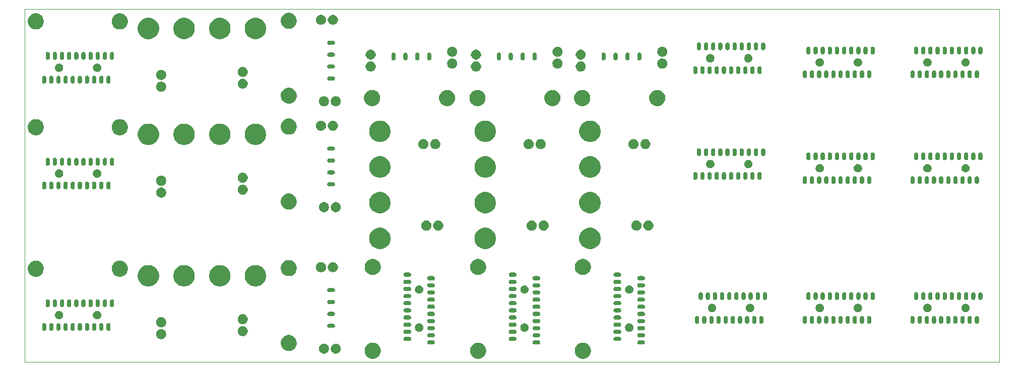
<source format=gbr>
G04 #@! TF.GenerationSoftware,KiCad,Pcbnew,(5.1.4)-1*
G04 #@! TF.CreationDate,2019-11-22T14:34:32-08:00*
G04 #@! TF.ProjectId,Type1 Termination Board v2 (UMPT_ TLH),54797065-3120-4546-9572-6d696e617469,rev?*
G04 #@! TF.SameCoordinates,Original*
G04 #@! TF.FileFunction,Soldermask,Bot*
G04 #@! TF.FilePolarity,Negative*
%FSLAX46Y46*%
G04 Gerber Fmt 4.6, Leading zero omitted, Abs format (unit mm)*
G04 Created by KiCad (PCBNEW (5.1.4)-1) date 2019-11-22 14:34:32*
%MOMM*%
%LPD*%
G04 APERTURE LIST*
%ADD10C,0.050000*%
%ADD11C,0.100000*%
G04 APERTURE END LIST*
D10*
X175900000Y-70700000D02*
X175900000Y-71500000D01*
X12100000Y-71500000D02*
X12100000Y-12100000D01*
X175900000Y-71500000D02*
X12100000Y-71500000D01*
X175900000Y-12100000D02*
X175900000Y-70700000D01*
X12100000Y-12100000D02*
X175900000Y-12100000D01*
D11*
G36*
X70994072Y-68300918D02*
G01*
X71223499Y-68395949D01*
X71239939Y-68402759D01*
X71351328Y-68477187D01*
X71461211Y-68550609D01*
X71649391Y-68738789D01*
X71797242Y-68960063D01*
X71899082Y-69205928D01*
X71924521Y-69333816D01*
X71951000Y-69466938D01*
X71951000Y-69733062D01*
X71899082Y-69994072D01*
X71797241Y-70239939D01*
X71649390Y-70461212D01*
X71461212Y-70649390D01*
X71239939Y-70797241D01*
X71239938Y-70797242D01*
X71239937Y-70797242D01*
X70994072Y-70899082D01*
X70733063Y-70951000D01*
X70466937Y-70951000D01*
X70205928Y-70899082D01*
X69960063Y-70797242D01*
X69960062Y-70797242D01*
X69960061Y-70797241D01*
X69738788Y-70649390D01*
X69550610Y-70461212D01*
X69402759Y-70239939D01*
X69300918Y-69994072D01*
X69249000Y-69733062D01*
X69249000Y-69466938D01*
X69275480Y-69333816D01*
X69300918Y-69205928D01*
X69402758Y-68960063D01*
X69550609Y-68738789D01*
X69738789Y-68550609D01*
X69848672Y-68477187D01*
X69960061Y-68402759D01*
X69976502Y-68395949D01*
X70205928Y-68300918D01*
X70466937Y-68249000D01*
X70733063Y-68249000D01*
X70994072Y-68300918D01*
X70994072Y-68300918D01*
G37*
G36*
X88694072Y-68300918D02*
G01*
X88923499Y-68395949D01*
X88939939Y-68402759D01*
X89051328Y-68477187D01*
X89161211Y-68550609D01*
X89349391Y-68738789D01*
X89497242Y-68960063D01*
X89599082Y-69205928D01*
X89624521Y-69333816D01*
X89651000Y-69466938D01*
X89651000Y-69733062D01*
X89599082Y-69994072D01*
X89497241Y-70239939D01*
X89349390Y-70461212D01*
X89161212Y-70649390D01*
X88939939Y-70797241D01*
X88939938Y-70797242D01*
X88939937Y-70797242D01*
X88694072Y-70899082D01*
X88433063Y-70951000D01*
X88166937Y-70951000D01*
X87905928Y-70899082D01*
X87660063Y-70797242D01*
X87660062Y-70797242D01*
X87660061Y-70797241D01*
X87438788Y-70649390D01*
X87250610Y-70461212D01*
X87102759Y-70239939D01*
X87000918Y-69994072D01*
X86949000Y-69733062D01*
X86949000Y-69466938D01*
X86975480Y-69333816D01*
X87000918Y-69205928D01*
X87102758Y-68960063D01*
X87250609Y-68738789D01*
X87438789Y-68550609D01*
X87548672Y-68477187D01*
X87660061Y-68402759D01*
X87676502Y-68395949D01*
X87905928Y-68300918D01*
X88166937Y-68249000D01*
X88433063Y-68249000D01*
X88694072Y-68300918D01*
X88694072Y-68300918D01*
G37*
G36*
X106294072Y-68300918D02*
G01*
X106523499Y-68395949D01*
X106539939Y-68402759D01*
X106651328Y-68477187D01*
X106761211Y-68550609D01*
X106949391Y-68738789D01*
X107097242Y-68960063D01*
X107199082Y-69205928D01*
X107224521Y-69333816D01*
X107251000Y-69466938D01*
X107251000Y-69733062D01*
X107199082Y-69994072D01*
X107097241Y-70239939D01*
X106949390Y-70461212D01*
X106761212Y-70649390D01*
X106539939Y-70797241D01*
X106539938Y-70797242D01*
X106539937Y-70797242D01*
X106294072Y-70899082D01*
X106033063Y-70951000D01*
X105766937Y-70951000D01*
X105505928Y-70899082D01*
X105260063Y-70797242D01*
X105260062Y-70797242D01*
X105260061Y-70797241D01*
X105038788Y-70649390D01*
X104850610Y-70461212D01*
X104702759Y-70239939D01*
X104600918Y-69994072D01*
X104549000Y-69733062D01*
X104549000Y-69466938D01*
X104575480Y-69333816D01*
X104600918Y-69205928D01*
X104702758Y-68960063D01*
X104850609Y-68738789D01*
X105038789Y-68550609D01*
X105148672Y-68477187D01*
X105260061Y-68402759D01*
X105276502Y-68395949D01*
X105505928Y-68300918D01*
X105766937Y-68249000D01*
X106033063Y-68249000D01*
X106294072Y-68300918D01*
X106294072Y-68300918D01*
G37*
G36*
X62648228Y-68431703D02*
G01*
X62803100Y-68495853D01*
X62942481Y-68588985D01*
X63061015Y-68707519D01*
X63154147Y-68846900D01*
X63218297Y-69001772D01*
X63251000Y-69166184D01*
X63251000Y-69333816D01*
X63218297Y-69498228D01*
X63154147Y-69653100D01*
X63061015Y-69792481D01*
X62942481Y-69911015D01*
X62803100Y-70004147D01*
X62648228Y-70068297D01*
X62483816Y-70101000D01*
X62316184Y-70101000D01*
X62151772Y-70068297D01*
X61996900Y-70004147D01*
X61857519Y-69911015D01*
X61738985Y-69792481D01*
X61645853Y-69653100D01*
X61581703Y-69498228D01*
X61549000Y-69333816D01*
X61549000Y-69166184D01*
X61581703Y-69001772D01*
X61645853Y-68846900D01*
X61738985Y-68707519D01*
X61857519Y-68588985D01*
X61996900Y-68495853D01*
X62151772Y-68431703D01*
X62316184Y-68399000D01*
X62483816Y-68399000D01*
X62648228Y-68431703D01*
X62648228Y-68431703D01*
G37*
G36*
X64648228Y-68431703D02*
G01*
X64803100Y-68495853D01*
X64942481Y-68588985D01*
X65061015Y-68707519D01*
X65154147Y-68846900D01*
X65218297Y-69001772D01*
X65251000Y-69166184D01*
X65251000Y-69333816D01*
X65218297Y-69498228D01*
X65154147Y-69653100D01*
X65061015Y-69792481D01*
X64942481Y-69911015D01*
X64803100Y-70004147D01*
X64648228Y-70068297D01*
X64483816Y-70101000D01*
X64316184Y-70101000D01*
X64151772Y-70068297D01*
X63996900Y-70004147D01*
X63857519Y-69911015D01*
X63738985Y-69792481D01*
X63645853Y-69653100D01*
X63581703Y-69498228D01*
X63549000Y-69333816D01*
X63549000Y-69166184D01*
X63581703Y-69001772D01*
X63645853Y-68846900D01*
X63738985Y-68707519D01*
X63857519Y-68588985D01*
X63996900Y-68495853D01*
X64151772Y-68431703D01*
X64316184Y-68399000D01*
X64483816Y-68399000D01*
X64648228Y-68431703D01*
X64648228Y-68431703D01*
G37*
G36*
X56894072Y-67000918D02*
G01*
X57008292Y-67048229D01*
X57139939Y-67102759D01*
X57163190Y-67118295D01*
X57359396Y-67249396D01*
X57361212Y-67250610D01*
X57549390Y-67438788D01*
X57691187Y-67651000D01*
X57697242Y-67660063D01*
X57799082Y-67905928D01*
X57851000Y-68166937D01*
X57851000Y-68433063D01*
X57839026Y-68493258D01*
X57799082Y-68694072D01*
X57697241Y-68939939D01*
X57549390Y-69161212D01*
X57361212Y-69349390D01*
X57139939Y-69497241D01*
X57139938Y-69497242D01*
X57139937Y-69497242D01*
X56894072Y-69599082D01*
X56633063Y-69651000D01*
X56366937Y-69651000D01*
X56105928Y-69599082D01*
X55860063Y-69497242D01*
X55860062Y-69497242D01*
X55860061Y-69497241D01*
X55638788Y-69349390D01*
X55450610Y-69161212D01*
X55302759Y-68939939D01*
X55200918Y-68694072D01*
X55160974Y-68493258D01*
X55149000Y-68433063D01*
X55149000Y-68166937D01*
X55200918Y-67905928D01*
X55302758Y-67660063D01*
X55308814Y-67651000D01*
X55450610Y-67438788D01*
X55638788Y-67250610D01*
X55640605Y-67249396D01*
X55836810Y-67118295D01*
X55860061Y-67102759D01*
X55991709Y-67048229D01*
X56105928Y-67000918D01*
X56366937Y-66949000D01*
X56633063Y-66949000D01*
X56894072Y-67000918D01*
X56894072Y-67000918D01*
G37*
G36*
X80768809Y-67854078D02*
G01*
X80834969Y-67874149D01*
X80834972Y-67874150D01*
X80895949Y-67906742D01*
X80914897Y-67922293D01*
X80949396Y-67950604D01*
X80977707Y-67985103D01*
X80993258Y-68004051D01*
X81025850Y-68065028D01*
X81025851Y-68065031D01*
X81045922Y-68131192D01*
X81052698Y-68200000D01*
X81045922Y-68268808D01*
X81025851Y-68334969D01*
X81025850Y-68334972D01*
X80993258Y-68395949D01*
X80977707Y-68414897D01*
X80949396Y-68449396D01*
X80914897Y-68477707D01*
X80895949Y-68493258D01*
X80834972Y-68525850D01*
X80834969Y-68525851D01*
X80768809Y-68545922D01*
X80717244Y-68551000D01*
X80082756Y-68551000D01*
X80031191Y-68545922D01*
X79965031Y-68525851D01*
X79965028Y-68525850D01*
X79904051Y-68493258D01*
X79885103Y-68477707D01*
X79850604Y-68449396D01*
X79822293Y-68414897D01*
X79806742Y-68395949D01*
X79774150Y-68334972D01*
X79774149Y-68334969D01*
X79754078Y-68268808D01*
X79747302Y-68200000D01*
X79754078Y-68131192D01*
X79774149Y-68065031D01*
X79774150Y-68065028D01*
X79806742Y-68004051D01*
X79822293Y-67985103D01*
X79850604Y-67950604D01*
X79885103Y-67922293D01*
X79904051Y-67906742D01*
X79965028Y-67874150D01*
X79965031Y-67874149D01*
X80031191Y-67854078D01*
X80082756Y-67849000D01*
X80717244Y-67849000D01*
X80768809Y-67854078D01*
X80768809Y-67854078D01*
G37*
G36*
X116068809Y-67854078D02*
G01*
X116134969Y-67874149D01*
X116134972Y-67874150D01*
X116195949Y-67906742D01*
X116214897Y-67922293D01*
X116249396Y-67950604D01*
X116277707Y-67985103D01*
X116293258Y-68004051D01*
X116325850Y-68065028D01*
X116325851Y-68065031D01*
X116345922Y-68131192D01*
X116352698Y-68200000D01*
X116345922Y-68268808D01*
X116325851Y-68334969D01*
X116325850Y-68334972D01*
X116293258Y-68395949D01*
X116277707Y-68414897D01*
X116249396Y-68449396D01*
X116214897Y-68477707D01*
X116195949Y-68493258D01*
X116134972Y-68525850D01*
X116134969Y-68525851D01*
X116068809Y-68545922D01*
X116017244Y-68551000D01*
X115382756Y-68551000D01*
X115331191Y-68545922D01*
X115265031Y-68525851D01*
X115265028Y-68525850D01*
X115204051Y-68493258D01*
X115185103Y-68477707D01*
X115150604Y-68449396D01*
X115122293Y-68414897D01*
X115106742Y-68395949D01*
X115074150Y-68334972D01*
X115074149Y-68334969D01*
X115054078Y-68268808D01*
X115047302Y-68200000D01*
X115054078Y-68131192D01*
X115074149Y-68065031D01*
X115074150Y-68065028D01*
X115106742Y-68004051D01*
X115122293Y-67985103D01*
X115150604Y-67950604D01*
X115185103Y-67922293D01*
X115204051Y-67906742D01*
X115265028Y-67874150D01*
X115265031Y-67874149D01*
X115331191Y-67854078D01*
X115382756Y-67849000D01*
X116017244Y-67849000D01*
X116068809Y-67854078D01*
X116068809Y-67854078D01*
G37*
G36*
X98468809Y-67854078D02*
G01*
X98534969Y-67874149D01*
X98534972Y-67874150D01*
X98595949Y-67906742D01*
X98614897Y-67922293D01*
X98649396Y-67950604D01*
X98677707Y-67985103D01*
X98693258Y-68004051D01*
X98725850Y-68065028D01*
X98725851Y-68065031D01*
X98745922Y-68131192D01*
X98752698Y-68200000D01*
X98745922Y-68268808D01*
X98725851Y-68334969D01*
X98725850Y-68334972D01*
X98693258Y-68395949D01*
X98677707Y-68414897D01*
X98649396Y-68449396D01*
X98614897Y-68477707D01*
X98595949Y-68493258D01*
X98534972Y-68525850D01*
X98534969Y-68525851D01*
X98468809Y-68545922D01*
X98417244Y-68551000D01*
X97782756Y-68551000D01*
X97731191Y-68545922D01*
X97665031Y-68525851D01*
X97665028Y-68525850D01*
X97604051Y-68493258D01*
X97585103Y-68477707D01*
X97550604Y-68449396D01*
X97522293Y-68414897D01*
X97506742Y-68395949D01*
X97474150Y-68334972D01*
X97474149Y-68334969D01*
X97454078Y-68268808D01*
X97447302Y-68200000D01*
X97454078Y-68131192D01*
X97474149Y-68065031D01*
X97474150Y-68065028D01*
X97506742Y-68004051D01*
X97522293Y-67985103D01*
X97550604Y-67950604D01*
X97585103Y-67922293D01*
X97604051Y-67906742D01*
X97665028Y-67874150D01*
X97665031Y-67874149D01*
X97731191Y-67854078D01*
X97782756Y-67849000D01*
X98417244Y-67849000D01*
X98468809Y-67854078D01*
X98468809Y-67854078D01*
G37*
G36*
X112068809Y-67254078D02*
G01*
X112134969Y-67274149D01*
X112134972Y-67274150D01*
X112195949Y-67306742D01*
X112214897Y-67322293D01*
X112249396Y-67350604D01*
X112277707Y-67385103D01*
X112293258Y-67404051D01*
X112325850Y-67465028D01*
X112325851Y-67465031D01*
X112345922Y-67531192D01*
X112352698Y-67600000D01*
X112345922Y-67668808D01*
X112325851Y-67734969D01*
X112325850Y-67734972D01*
X112293258Y-67795949D01*
X112277707Y-67814897D01*
X112249396Y-67849396D01*
X112219233Y-67874149D01*
X112195949Y-67893258D01*
X112134972Y-67925850D01*
X112134969Y-67925851D01*
X112068809Y-67945922D01*
X112017244Y-67951000D01*
X111382756Y-67951000D01*
X111331191Y-67945922D01*
X111265031Y-67925851D01*
X111265028Y-67925850D01*
X111204051Y-67893258D01*
X111180767Y-67874149D01*
X111150604Y-67849396D01*
X111122293Y-67814897D01*
X111106742Y-67795949D01*
X111074150Y-67734972D01*
X111074149Y-67734969D01*
X111054078Y-67668808D01*
X111047302Y-67600000D01*
X111054078Y-67531192D01*
X111074149Y-67465031D01*
X111074150Y-67465028D01*
X111106742Y-67404051D01*
X111122293Y-67385103D01*
X111150604Y-67350604D01*
X111185103Y-67322293D01*
X111204051Y-67306742D01*
X111265028Y-67274150D01*
X111265031Y-67274149D01*
X111331191Y-67254078D01*
X111382756Y-67249000D01*
X112017244Y-67249000D01*
X112068809Y-67254078D01*
X112068809Y-67254078D01*
G37*
G36*
X94468809Y-67254078D02*
G01*
X94534969Y-67274149D01*
X94534972Y-67274150D01*
X94595949Y-67306742D01*
X94614897Y-67322293D01*
X94649396Y-67350604D01*
X94677707Y-67385103D01*
X94693258Y-67404051D01*
X94725850Y-67465028D01*
X94725851Y-67465031D01*
X94745922Y-67531192D01*
X94752698Y-67600000D01*
X94745922Y-67668808D01*
X94725851Y-67734969D01*
X94725850Y-67734972D01*
X94693258Y-67795949D01*
X94677707Y-67814897D01*
X94649396Y-67849396D01*
X94619233Y-67874149D01*
X94595949Y-67893258D01*
X94534972Y-67925850D01*
X94534969Y-67925851D01*
X94468809Y-67945922D01*
X94417244Y-67951000D01*
X93782756Y-67951000D01*
X93731191Y-67945922D01*
X93665031Y-67925851D01*
X93665028Y-67925850D01*
X93604051Y-67893258D01*
X93580767Y-67874149D01*
X93550604Y-67849396D01*
X93522293Y-67814897D01*
X93506742Y-67795949D01*
X93474150Y-67734972D01*
X93474149Y-67734969D01*
X93454078Y-67668808D01*
X93447302Y-67600000D01*
X93454078Y-67531192D01*
X93474149Y-67465031D01*
X93474150Y-67465028D01*
X93506742Y-67404051D01*
X93522293Y-67385103D01*
X93550604Y-67350604D01*
X93585103Y-67322293D01*
X93604051Y-67306742D01*
X93665028Y-67274150D01*
X93665031Y-67274149D01*
X93731191Y-67254078D01*
X93782756Y-67249000D01*
X94417244Y-67249000D01*
X94468809Y-67254078D01*
X94468809Y-67254078D01*
G37*
G36*
X76768809Y-67254078D02*
G01*
X76834969Y-67274149D01*
X76834972Y-67274150D01*
X76895949Y-67306742D01*
X76914897Y-67322293D01*
X76949396Y-67350604D01*
X76977707Y-67385103D01*
X76993258Y-67404051D01*
X77025850Y-67465028D01*
X77025851Y-67465031D01*
X77045922Y-67531192D01*
X77052698Y-67600000D01*
X77045922Y-67668808D01*
X77025851Y-67734969D01*
X77025850Y-67734972D01*
X76993258Y-67795949D01*
X76977707Y-67814897D01*
X76949396Y-67849396D01*
X76919233Y-67874149D01*
X76895949Y-67893258D01*
X76834972Y-67925850D01*
X76834969Y-67925851D01*
X76768809Y-67945922D01*
X76717244Y-67951000D01*
X76082756Y-67951000D01*
X76031191Y-67945922D01*
X75965031Y-67925851D01*
X75965028Y-67925850D01*
X75904051Y-67893258D01*
X75880767Y-67874149D01*
X75850604Y-67849396D01*
X75822293Y-67814897D01*
X75806742Y-67795949D01*
X75774150Y-67734972D01*
X75774149Y-67734969D01*
X75754078Y-67668808D01*
X75747302Y-67600000D01*
X75754078Y-67531192D01*
X75774149Y-67465031D01*
X75774150Y-67465028D01*
X75806742Y-67404051D01*
X75822293Y-67385103D01*
X75850604Y-67350604D01*
X75885103Y-67322293D01*
X75904051Y-67306742D01*
X75965028Y-67274150D01*
X75965031Y-67274149D01*
X76031191Y-67254078D01*
X76082756Y-67249000D01*
X76717244Y-67249000D01*
X76768809Y-67254078D01*
X76768809Y-67254078D01*
G37*
G36*
X35298228Y-65981703D02*
G01*
X35453100Y-66045853D01*
X35592481Y-66138985D01*
X35711015Y-66257519D01*
X35804147Y-66396900D01*
X35868297Y-66551772D01*
X35901000Y-66716184D01*
X35901000Y-66883816D01*
X35868297Y-67048228D01*
X35804147Y-67203100D01*
X35711015Y-67342481D01*
X35592481Y-67461015D01*
X35453100Y-67554147D01*
X35298228Y-67618297D01*
X35133816Y-67651000D01*
X34966184Y-67651000D01*
X34801772Y-67618297D01*
X34646900Y-67554147D01*
X34507519Y-67461015D01*
X34388985Y-67342481D01*
X34295853Y-67203100D01*
X34231703Y-67048228D01*
X34199000Y-66883816D01*
X34199000Y-66716184D01*
X34231703Y-66551772D01*
X34295853Y-66396900D01*
X34388985Y-66257519D01*
X34507519Y-66138985D01*
X34646900Y-66045853D01*
X34801772Y-65981703D01*
X34966184Y-65949000D01*
X35133816Y-65949000D01*
X35298228Y-65981703D01*
X35298228Y-65981703D01*
G37*
G36*
X116068809Y-66654078D02*
G01*
X116134969Y-66674149D01*
X116134972Y-66674150D01*
X116195949Y-66706742D01*
X116207455Y-66716185D01*
X116249396Y-66750604D01*
X116277707Y-66785103D01*
X116293258Y-66804051D01*
X116325850Y-66865028D01*
X116325851Y-66865031D01*
X116345922Y-66931192D01*
X116352698Y-67000000D01*
X116345922Y-67068808D01*
X116325851Y-67134969D01*
X116325850Y-67134972D01*
X116293258Y-67195949D01*
X116287389Y-67203100D01*
X116249396Y-67249396D01*
X116219233Y-67274149D01*
X116195949Y-67293258D01*
X116134972Y-67325850D01*
X116134969Y-67325851D01*
X116068809Y-67345922D01*
X116017244Y-67351000D01*
X115382756Y-67351000D01*
X115331191Y-67345922D01*
X115265031Y-67325851D01*
X115265028Y-67325850D01*
X115204051Y-67293258D01*
X115180767Y-67274149D01*
X115150604Y-67249396D01*
X115112611Y-67203100D01*
X115106742Y-67195949D01*
X115074150Y-67134972D01*
X115074149Y-67134969D01*
X115054078Y-67068808D01*
X115047302Y-67000000D01*
X115054078Y-66931192D01*
X115074149Y-66865031D01*
X115074150Y-66865028D01*
X115106742Y-66804051D01*
X115122293Y-66785103D01*
X115150604Y-66750604D01*
X115192545Y-66716185D01*
X115204051Y-66706742D01*
X115265028Y-66674150D01*
X115265031Y-66674149D01*
X115331191Y-66654078D01*
X115382756Y-66649000D01*
X116017244Y-66649000D01*
X116068809Y-66654078D01*
X116068809Y-66654078D01*
G37*
G36*
X80768809Y-66654078D02*
G01*
X80834969Y-66674149D01*
X80834972Y-66674150D01*
X80895949Y-66706742D01*
X80907455Y-66716185D01*
X80949396Y-66750604D01*
X80977707Y-66785103D01*
X80993258Y-66804051D01*
X81025850Y-66865028D01*
X81025851Y-66865031D01*
X81045922Y-66931192D01*
X81052698Y-67000000D01*
X81045922Y-67068808D01*
X81025851Y-67134969D01*
X81025850Y-67134972D01*
X80993258Y-67195949D01*
X80987389Y-67203100D01*
X80949396Y-67249396D01*
X80919233Y-67274149D01*
X80895949Y-67293258D01*
X80834972Y-67325850D01*
X80834969Y-67325851D01*
X80768809Y-67345922D01*
X80717244Y-67351000D01*
X80082756Y-67351000D01*
X80031191Y-67345922D01*
X79965031Y-67325851D01*
X79965028Y-67325850D01*
X79904051Y-67293258D01*
X79880767Y-67274149D01*
X79850604Y-67249396D01*
X79812611Y-67203100D01*
X79806742Y-67195949D01*
X79774150Y-67134972D01*
X79774149Y-67134969D01*
X79754078Y-67068808D01*
X79747302Y-67000000D01*
X79754078Y-66931192D01*
X79774149Y-66865031D01*
X79774150Y-66865028D01*
X79806742Y-66804051D01*
X79822293Y-66785103D01*
X79850604Y-66750604D01*
X79892545Y-66716185D01*
X79904051Y-66706742D01*
X79965028Y-66674150D01*
X79965031Y-66674149D01*
X80031191Y-66654078D01*
X80082756Y-66649000D01*
X80717244Y-66649000D01*
X80768809Y-66654078D01*
X80768809Y-66654078D01*
G37*
G36*
X98468809Y-66654078D02*
G01*
X98534969Y-66674149D01*
X98534972Y-66674150D01*
X98595949Y-66706742D01*
X98607455Y-66716185D01*
X98649396Y-66750604D01*
X98677707Y-66785103D01*
X98693258Y-66804051D01*
X98725850Y-66865028D01*
X98725851Y-66865031D01*
X98745922Y-66931192D01*
X98752698Y-67000000D01*
X98745922Y-67068808D01*
X98725851Y-67134969D01*
X98725850Y-67134972D01*
X98693258Y-67195949D01*
X98687389Y-67203100D01*
X98649396Y-67249396D01*
X98619233Y-67274149D01*
X98595949Y-67293258D01*
X98534972Y-67325850D01*
X98534969Y-67325851D01*
X98468809Y-67345922D01*
X98417244Y-67351000D01*
X97782756Y-67351000D01*
X97731191Y-67345922D01*
X97665031Y-67325851D01*
X97665028Y-67325850D01*
X97604051Y-67293258D01*
X97580767Y-67274149D01*
X97550604Y-67249396D01*
X97512611Y-67203100D01*
X97506742Y-67195949D01*
X97474150Y-67134972D01*
X97474149Y-67134969D01*
X97454078Y-67068808D01*
X97447302Y-67000000D01*
X97454078Y-66931192D01*
X97474149Y-66865031D01*
X97474150Y-66865028D01*
X97506742Y-66804051D01*
X97522293Y-66785103D01*
X97550604Y-66750604D01*
X97592545Y-66716185D01*
X97604051Y-66706742D01*
X97665028Y-66674150D01*
X97665031Y-66674149D01*
X97731191Y-66654078D01*
X97782756Y-66649000D01*
X98417244Y-66649000D01*
X98468809Y-66654078D01*
X98468809Y-66654078D01*
G37*
G36*
X48998228Y-65481703D02*
G01*
X49153100Y-65545853D01*
X49292481Y-65638985D01*
X49411015Y-65757519D01*
X49504147Y-65896900D01*
X49568297Y-66051772D01*
X49601000Y-66216184D01*
X49601000Y-66383816D01*
X49568297Y-66548228D01*
X49504147Y-66703100D01*
X49411015Y-66842481D01*
X49292481Y-66961015D01*
X49153100Y-67054147D01*
X48998228Y-67118297D01*
X48833816Y-67151000D01*
X48666184Y-67151000D01*
X48501772Y-67118297D01*
X48346900Y-67054147D01*
X48207519Y-66961015D01*
X48088985Y-66842481D01*
X47995853Y-66703100D01*
X47931703Y-66548228D01*
X47899000Y-66383816D01*
X47899000Y-66216184D01*
X47931703Y-66051772D01*
X47995853Y-65896900D01*
X48088985Y-65757519D01*
X48207519Y-65638985D01*
X48346900Y-65545853D01*
X48501772Y-65481703D01*
X48666184Y-65449000D01*
X48833816Y-65449000D01*
X48998228Y-65481703D01*
X48998228Y-65481703D01*
G37*
G36*
X76768809Y-66054078D02*
G01*
X76834969Y-66074149D01*
X76834972Y-66074150D01*
X76895949Y-66106742D01*
X76914897Y-66122293D01*
X76949396Y-66150604D01*
X76977707Y-66185103D01*
X76993258Y-66204051D01*
X77025850Y-66265028D01*
X77025851Y-66265031D01*
X77045922Y-66331192D01*
X77052698Y-66400000D01*
X77045922Y-66468808D01*
X77025851Y-66534969D01*
X77025850Y-66534972D01*
X76993258Y-66595949D01*
X76977707Y-66614897D01*
X76949396Y-66649396D01*
X76919233Y-66674149D01*
X76895949Y-66693258D01*
X76834972Y-66725850D01*
X76834969Y-66725851D01*
X76768809Y-66745922D01*
X76717244Y-66751000D01*
X76082756Y-66751000D01*
X76031191Y-66745922D01*
X75965031Y-66725851D01*
X75965028Y-66725850D01*
X75904051Y-66693258D01*
X75880767Y-66674149D01*
X75850604Y-66649396D01*
X75822293Y-66614897D01*
X75806742Y-66595949D01*
X75774150Y-66534972D01*
X75774149Y-66534969D01*
X75754078Y-66468808D01*
X75747302Y-66400000D01*
X75754078Y-66331192D01*
X75774149Y-66265031D01*
X75774150Y-66265028D01*
X75806742Y-66204051D01*
X75822293Y-66185103D01*
X75850604Y-66150604D01*
X75885103Y-66122293D01*
X75904051Y-66106742D01*
X75965028Y-66074150D01*
X75965031Y-66074149D01*
X76031191Y-66054078D01*
X76082756Y-66049000D01*
X76717244Y-66049000D01*
X76768809Y-66054078D01*
X76768809Y-66054078D01*
G37*
G36*
X94468809Y-66054078D02*
G01*
X94534969Y-66074149D01*
X94534972Y-66074150D01*
X94595949Y-66106742D01*
X94614897Y-66122293D01*
X94649396Y-66150604D01*
X94677707Y-66185103D01*
X94693258Y-66204051D01*
X94725850Y-66265028D01*
X94725851Y-66265031D01*
X94745922Y-66331192D01*
X94752698Y-66400000D01*
X94745922Y-66468808D01*
X94725851Y-66534969D01*
X94725850Y-66534972D01*
X94693258Y-66595949D01*
X94677707Y-66614897D01*
X94649396Y-66649396D01*
X94619233Y-66674149D01*
X94595949Y-66693258D01*
X94534972Y-66725850D01*
X94534969Y-66725851D01*
X94468809Y-66745922D01*
X94417244Y-66751000D01*
X93782756Y-66751000D01*
X93731191Y-66745922D01*
X93665031Y-66725851D01*
X93665028Y-66725850D01*
X93604051Y-66693258D01*
X93580767Y-66674149D01*
X93550604Y-66649396D01*
X93522293Y-66614897D01*
X93506742Y-66595949D01*
X93474150Y-66534972D01*
X93474149Y-66534969D01*
X93454078Y-66468808D01*
X93447302Y-66400000D01*
X93454078Y-66331192D01*
X93474149Y-66265031D01*
X93474150Y-66265028D01*
X93506742Y-66204051D01*
X93522293Y-66185103D01*
X93550604Y-66150604D01*
X93585103Y-66122293D01*
X93604051Y-66106742D01*
X93665028Y-66074150D01*
X93665031Y-66074149D01*
X93731191Y-66054078D01*
X93782756Y-66049000D01*
X94417244Y-66049000D01*
X94468809Y-66054078D01*
X94468809Y-66054078D01*
G37*
G36*
X112068809Y-66054078D02*
G01*
X112134969Y-66074149D01*
X112134972Y-66074150D01*
X112195949Y-66106742D01*
X112214897Y-66122293D01*
X112249396Y-66150604D01*
X112277707Y-66185103D01*
X112293258Y-66204051D01*
X112325850Y-66265028D01*
X112325851Y-66265031D01*
X112345922Y-66331192D01*
X112352698Y-66400000D01*
X112345922Y-66468808D01*
X112325851Y-66534969D01*
X112325850Y-66534972D01*
X112293258Y-66595949D01*
X112277707Y-66614897D01*
X112249396Y-66649396D01*
X112219233Y-66674149D01*
X112195949Y-66693258D01*
X112134972Y-66725850D01*
X112134969Y-66725851D01*
X112068809Y-66745922D01*
X112017244Y-66751000D01*
X111382756Y-66751000D01*
X111331191Y-66745922D01*
X111265031Y-66725851D01*
X111265028Y-66725850D01*
X111204051Y-66693258D01*
X111180767Y-66674149D01*
X111150604Y-66649396D01*
X111122293Y-66614897D01*
X111106742Y-66595949D01*
X111074150Y-66534972D01*
X111074149Y-66534969D01*
X111054078Y-66468808D01*
X111047302Y-66400000D01*
X111054078Y-66331192D01*
X111074149Y-66265031D01*
X111074150Y-66265028D01*
X111106742Y-66204051D01*
X111122293Y-66185103D01*
X111150604Y-66150604D01*
X111185103Y-66122293D01*
X111204051Y-66106742D01*
X111265028Y-66074150D01*
X111265031Y-66074149D01*
X111331191Y-66054078D01*
X111382756Y-66049000D01*
X112017244Y-66049000D01*
X112068809Y-66054078D01*
X112068809Y-66054078D01*
G37*
G36*
X78604473Y-65025938D02*
G01*
X78732049Y-65078782D01*
X78846859Y-65155495D01*
X78944505Y-65253141D01*
X79021218Y-65367951D01*
X79074062Y-65495527D01*
X79101000Y-65630956D01*
X79101000Y-65769044D01*
X79074062Y-65904473D01*
X79021218Y-66032049D01*
X78944505Y-66146859D01*
X78846859Y-66244505D01*
X78732049Y-66321218D01*
X78604473Y-66374062D01*
X78469044Y-66401000D01*
X78330956Y-66401000D01*
X78195527Y-66374062D01*
X78067951Y-66321218D01*
X77953141Y-66244505D01*
X77855495Y-66146859D01*
X77778782Y-66032049D01*
X77725938Y-65904473D01*
X77699000Y-65769044D01*
X77699000Y-65630956D01*
X77725938Y-65495527D01*
X77778782Y-65367951D01*
X77855495Y-65253141D01*
X77953141Y-65155495D01*
X78067951Y-65078782D01*
X78195527Y-65025938D01*
X78330956Y-64999000D01*
X78469044Y-64999000D01*
X78604473Y-65025938D01*
X78604473Y-65025938D01*
G37*
G36*
X96304473Y-65025938D02*
G01*
X96432049Y-65078782D01*
X96546859Y-65155495D01*
X96644505Y-65253141D01*
X96721218Y-65367951D01*
X96774062Y-65495527D01*
X96801000Y-65630956D01*
X96801000Y-65769044D01*
X96774062Y-65904473D01*
X96721218Y-66032049D01*
X96644505Y-66146859D01*
X96546859Y-66244505D01*
X96432049Y-66321218D01*
X96304473Y-66374062D01*
X96169044Y-66401000D01*
X96030956Y-66401000D01*
X95895527Y-66374062D01*
X95767951Y-66321218D01*
X95653141Y-66244505D01*
X95555495Y-66146859D01*
X95478782Y-66032049D01*
X95425938Y-65904473D01*
X95399000Y-65769044D01*
X95399000Y-65630956D01*
X95425938Y-65495527D01*
X95478782Y-65367951D01*
X95555495Y-65253141D01*
X95653141Y-65155495D01*
X95767951Y-65078782D01*
X95895527Y-65025938D01*
X96030956Y-64999000D01*
X96169044Y-64999000D01*
X96304473Y-65025938D01*
X96304473Y-65025938D01*
G37*
G36*
X113904473Y-65025938D02*
G01*
X114032049Y-65078782D01*
X114146859Y-65155495D01*
X114244505Y-65253141D01*
X114321218Y-65367951D01*
X114374062Y-65495527D01*
X114401000Y-65630956D01*
X114401000Y-65769044D01*
X114374062Y-65904473D01*
X114321218Y-66032049D01*
X114244505Y-66146859D01*
X114146859Y-66244505D01*
X114032049Y-66321218D01*
X113904473Y-66374062D01*
X113769044Y-66401000D01*
X113630956Y-66401000D01*
X113495527Y-66374062D01*
X113367951Y-66321218D01*
X113253141Y-66244505D01*
X113155495Y-66146859D01*
X113078782Y-66032049D01*
X113025938Y-65904473D01*
X112999000Y-65769044D01*
X112999000Y-65630956D01*
X113025938Y-65495527D01*
X113078782Y-65367951D01*
X113155495Y-65253141D01*
X113253141Y-65155495D01*
X113367951Y-65078782D01*
X113495527Y-65025938D01*
X113630956Y-64999000D01*
X113769044Y-64999000D01*
X113904473Y-65025938D01*
X113904473Y-65025938D01*
G37*
G36*
X15468808Y-64954078D02*
G01*
X15534969Y-64974149D01*
X15534972Y-64974150D01*
X15595949Y-65006742D01*
X15614897Y-65022293D01*
X15649396Y-65050604D01*
X15672520Y-65078782D01*
X15693258Y-65104051D01*
X15725850Y-65165028D01*
X15725851Y-65165031D01*
X15745922Y-65231191D01*
X15751000Y-65282756D01*
X15751000Y-65917244D01*
X15745922Y-65968809D01*
X15726737Y-66032048D01*
X15725850Y-66034972D01*
X15693258Y-66095949D01*
X15684400Y-66106742D01*
X15649396Y-66149396D01*
X15599346Y-66190469D01*
X15595948Y-66193258D01*
X15575755Y-66204051D01*
X15534969Y-66225851D01*
X15468808Y-66245922D01*
X15405661Y-66252140D01*
X15400000Y-66252698D01*
X15399999Y-66252698D01*
X15331192Y-66245922D01*
X15265031Y-66225851D01*
X15265028Y-66225850D01*
X15204051Y-66193258D01*
X15190062Y-66181777D01*
X15150604Y-66149396D01*
X15106743Y-66095949D01*
X15105305Y-66093258D01*
X15074150Y-66034971D01*
X15074149Y-66034969D01*
X15054078Y-65968808D01*
X15049000Y-65917244D01*
X15049001Y-65282756D01*
X15054079Y-65231191D01*
X15074150Y-65165031D01*
X15074151Y-65165028D01*
X15106743Y-65104051D01*
X15127481Y-65078782D01*
X15150605Y-65050604D01*
X15185104Y-65022293D01*
X15204052Y-65006742D01*
X15265029Y-64974150D01*
X15265032Y-64974149D01*
X15331192Y-64954078D01*
X15394339Y-64947860D01*
X15400000Y-64947302D01*
X15400001Y-64947302D01*
X15468808Y-64954078D01*
X15468808Y-64954078D01*
G37*
G36*
X16668808Y-64954078D02*
G01*
X16734969Y-64974149D01*
X16734972Y-64974150D01*
X16795949Y-65006742D01*
X16814897Y-65022293D01*
X16849396Y-65050604D01*
X16872520Y-65078782D01*
X16893258Y-65104051D01*
X16925850Y-65165028D01*
X16925851Y-65165031D01*
X16945922Y-65231191D01*
X16951000Y-65282756D01*
X16951000Y-65917244D01*
X16945922Y-65968809D01*
X16926737Y-66032048D01*
X16925850Y-66034972D01*
X16893258Y-66095949D01*
X16884400Y-66106742D01*
X16849396Y-66149396D01*
X16799346Y-66190469D01*
X16795948Y-66193258D01*
X16775755Y-66204051D01*
X16734969Y-66225851D01*
X16668808Y-66245922D01*
X16605661Y-66252140D01*
X16600000Y-66252698D01*
X16599999Y-66252698D01*
X16531192Y-66245922D01*
X16465031Y-66225851D01*
X16465028Y-66225850D01*
X16404051Y-66193258D01*
X16390062Y-66181777D01*
X16350604Y-66149396D01*
X16306743Y-66095949D01*
X16305305Y-66093258D01*
X16274150Y-66034971D01*
X16274149Y-66034969D01*
X16254078Y-65968808D01*
X16249000Y-65917244D01*
X16249001Y-65282756D01*
X16254079Y-65231191D01*
X16274150Y-65165031D01*
X16274151Y-65165028D01*
X16306743Y-65104051D01*
X16327481Y-65078782D01*
X16350605Y-65050604D01*
X16385104Y-65022293D01*
X16404052Y-65006742D01*
X16465029Y-64974150D01*
X16465032Y-64974149D01*
X16531192Y-64954078D01*
X16594339Y-64947860D01*
X16600000Y-64947302D01*
X16600001Y-64947302D01*
X16668808Y-64954078D01*
X16668808Y-64954078D01*
G37*
G36*
X17868808Y-64954078D02*
G01*
X17934969Y-64974149D01*
X17934972Y-64974150D01*
X17995949Y-65006742D01*
X18014897Y-65022293D01*
X18049396Y-65050604D01*
X18072520Y-65078782D01*
X18093258Y-65104051D01*
X18125850Y-65165028D01*
X18125851Y-65165031D01*
X18145922Y-65231191D01*
X18151000Y-65282756D01*
X18151000Y-65917244D01*
X18145922Y-65968809D01*
X18126737Y-66032048D01*
X18125850Y-66034972D01*
X18093258Y-66095949D01*
X18084400Y-66106742D01*
X18049396Y-66149396D01*
X17999346Y-66190469D01*
X17995948Y-66193258D01*
X17975755Y-66204051D01*
X17934969Y-66225851D01*
X17868808Y-66245922D01*
X17805661Y-66252140D01*
X17800000Y-66252698D01*
X17799999Y-66252698D01*
X17731192Y-66245922D01*
X17665031Y-66225851D01*
X17665028Y-66225850D01*
X17604051Y-66193258D01*
X17590062Y-66181777D01*
X17550604Y-66149396D01*
X17506743Y-66095949D01*
X17505305Y-66093258D01*
X17474150Y-66034971D01*
X17474149Y-66034969D01*
X17454078Y-65968808D01*
X17449000Y-65917244D01*
X17449001Y-65282756D01*
X17454079Y-65231191D01*
X17474150Y-65165031D01*
X17474151Y-65165028D01*
X17506743Y-65104051D01*
X17527481Y-65078782D01*
X17550605Y-65050604D01*
X17585104Y-65022293D01*
X17604052Y-65006742D01*
X17665029Y-64974150D01*
X17665032Y-64974149D01*
X17731192Y-64954078D01*
X17794339Y-64947860D01*
X17800000Y-64947302D01*
X17800001Y-64947302D01*
X17868808Y-64954078D01*
X17868808Y-64954078D01*
G37*
G36*
X19068808Y-64954078D02*
G01*
X19134969Y-64974149D01*
X19134972Y-64974150D01*
X19195949Y-65006742D01*
X19214897Y-65022293D01*
X19249396Y-65050604D01*
X19272520Y-65078782D01*
X19293258Y-65104051D01*
X19325850Y-65165028D01*
X19325851Y-65165031D01*
X19345922Y-65231191D01*
X19351000Y-65282756D01*
X19351000Y-65917244D01*
X19345922Y-65968809D01*
X19326737Y-66032048D01*
X19325850Y-66034972D01*
X19293258Y-66095949D01*
X19284400Y-66106742D01*
X19249396Y-66149396D01*
X19199346Y-66190469D01*
X19195948Y-66193258D01*
X19175755Y-66204051D01*
X19134969Y-66225851D01*
X19068808Y-66245922D01*
X19005661Y-66252140D01*
X19000000Y-66252698D01*
X18999999Y-66252698D01*
X18931192Y-66245922D01*
X18865031Y-66225851D01*
X18865028Y-66225850D01*
X18804051Y-66193258D01*
X18790062Y-66181777D01*
X18750604Y-66149396D01*
X18706743Y-66095949D01*
X18705305Y-66093258D01*
X18674150Y-66034971D01*
X18674149Y-66034969D01*
X18654078Y-65968808D01*
X18649000Y-65917244D01*
X18649001Y-65282756D01*
X18654079Y-65231191D01*
X18674150Y-65165031D01*
X18674151Y-65165028D01*
X18706743Y-65104051D01*
X18727481Y-65078782D01*
X18750605Y-65050604D01*
X18785104Y-65022293D01*
X18804052Y-65006742D01*
X18865029Y-64974150D01*
X18865032Y-64974149D01*
X18931192Y-64954078D01*
X18994339Y-64947860D01*
X19000000Y-64947302D01*
X19000001Y-64947302D01*
X19068808Y-64954078D01*
X19068808Y-64954078D01*
G37*
G36*
X20268808Y-64954078D02*
G01*
X20334969Y-64974149D01*
X20334972Y-64974150D01*
X20395949Y-65006742D01*
X20414897Y-65022293D01*
X20449396Y-65050604D01*
X20472520Y-65078782D01*
X20493258Y-65104051D01*
X20525850Y-65165028D01*
X20525851Y-65165031D01*
X20545922Y-65231191D01*
X20551000Y-65282756D01*
X20551000Y-65917244D01*
X20545922Y-65968809D01*
X20526737Y-66032048D01*
X20525850Y-66034972D01*
X20493258Y-66095949D01*
X20484400Y-66106742D01*
X20449396Y-66149396D01*
X20399346Y-66190469D01*
X20395948Y-66193258D01*
X20375755Y-66204051D01*
X20334969Y-66225851D01*
X20268808Y-66245922D01*
X20205661Y-66252140D01*
X20200000Y-66252698D01*
X20199999Y-66252698D01*
X20131192Y-66245922D01*
X20065031Y-66225851D01*
X20065028Y-66225850D01*
X20004051Y-66193258D01*
X19990062Y-66181777D01*
X19950604Y-66149396D01*
X19906743Y-66095949D01*
X19905305Y-66093258D01*
X19874150Y-66034971D01*
X19874149Y-66034969D01*
X19854078Y-65968808D01*
X19849000Y-65917244D01*
X19849001Y-65282756D01*
X19854079Y-65231191D01*
X19874150Y-65165031D01*
X19874151Y-65165028D01*
X19906743Y-65104051D01*
X19927481Y-65078782D01*
X19950605Y-65050604D01*
X19985104Y-65022293D01*
X20004052Y-65006742D01*
X20065029Y-64974150D01*
X20065032Y-64974149D01*
X20131192Y-64954078D01*
X20194339Y-64947860D01*
X20200000Y-64947302D01*
X20200001Y-64947302D01*
X20268808Y-64954078D01*
X20268808Y-64954078D01*
G37*
G36*
X22668808Y-64954078D02*
G01*
X22734969Y-64974149D01*
X22734972Y-64974150D01*
X22795949Y-65006742D01*
X22814897Y-65022293D01*
X22849396Y-65050604D01*
X22872520Y-65078782D01*
X22893258Y-65104051D01*
X22925850Y-65165028D01*
X22925851Y-65165031D01*
X22945922Y-65231191D01*
X22951000Y-65282756D01*
X22951000Y-65917244D01*
X22945922Y-65968809D01*
X22926737Y-66032048D01*
X22925850Y-66034972D01*
X22893258Y-66095949D01*
X22884400Y-66106742D01*
X22849396Y-66149396D01*
X22799346Y-66190469D01*
X22795948Y-66193258D01*
X22775755Y-66204051D01*
X22734969Y-66225851D01*
X22668808Y-66245922D01*
X22605661Y-66252140D01*
X22600000Y-66252698D01*
X22599999Y-66252698D01*
X22531192Y-66245922D01*
X22465031Y-66225851D01*
X22465028Y-66225850D01*
X22404051Y-66193258D01*
X22390062Y-66181777D01*
X22350604Y-66149396D01*
X22306743Y-66095949D01*
X22305305Y-66093258D01*
X22274150Y-66034971D01*
X22274149Y-66034969D01*
X22254078Y-65968808D01*
X22249000Y-65917244D01*
X22249001Y-65282756D01*
X22254079Y-65231191D01*
X22274150Y-65165031D01*
X22274151Y-65165028D01*
X22306743Y-65104051D01*
X22327481Y-65078782D01*
X22350605Y-65050604D01*
X22385104Y-65022293D01*
X22404052Y-65006742D01*
X22465029Y-64974150D01*
X22465032Y-64974149D01*
X22531192Y-64954078D01*
X22594339Y-64947860D01*
X22600000Y-64947302D01*
X22600001Y-64947302D01*
X22668808Y-64954078D01*
X22668808Y-64954078D01*
G37*
G36*
X26268808Y-64954078D02*
G01*
X26334969Y-64974149D01*
X26334972Y-64974150D01*
X26395949Y-65006742D01*
X26414897Y-65022293D01*
X26449396Y-65050604D01*
X26472520Y-65078782D01*
X26493258Y-65104051D01*
X26525850Y-65165028D01*
X26525851Y-65165031D01*
X26545922Y-65231191D01*
X26551000Y-65282756D01*
X26551000Y-65917244D01*
X26545922Y-65968809D01*
X26526737Y-66032048D01*
X26525850Y-66034972D01*
X26493258Y-66095949D01*
X26484400Y-66106742D01*
X26449396Y-66149396D01*
X26399346Y-66190469D01*
X26395948Y-66193258D01*
X26375755Y-66204051D01*
X26334969Y-66225851D01*
X26268808Y-66245922D01*
X26205661Y-66252140D01*
X26200000Y-66252698D01*
X26199999Y-66252698D01*
X26131192Y-66245922D01*
X26065031Y-66225851D01*
X26065028Y-66225850D01*
X26004051Y-66193258D01*
X25990062Y-66181777D01*
X25950604Y-66149396D01*
X25906743Y-66095949D01*
X25905305Y-66093258D01*
X25874150Y-66034971D01*
X25874149Y-66034969D01*
X25854078Y-65968808D01*
X25849000Y-65917244D01*
X25849001Y-65282756D01*
X25854079Y-65231191D01*
X25874150Y-65165031D01*
X25874151Y-65165028D01*
X25906743Y-65104051D01*
X25927481Y-65078782D01*
X25950605Y-65050604D01*
X25985104Y-65022293D01*
X26004052Y-65006742D01*
X26065029Y-64974150D01*
X26065032Y-64974149D01*
X26131192Y-64954078D01*
X26194339Y-64947860D01*
X26200000Y-64947302D01*
X26200001Y-64947302D01*
X26268808Y-64954078D01*
X26268808Y-64954078D01*
G37*
G36*
X23868808Y-64954078D02*
G01*
X23934969Y-64974149D01*
X23934972Y-64974150D01*
X23995949Y-65006742D01*
X24014897Y-65022293D01*
X24049396Y-65050604D01*
X24072520Y-65078782D01*
X24093258Y-65104051D01*
X24125850Y-65165028D01*
X24125851Y-65165031D01*
X24145922Y-65231191D01*
X24151000Y-65282756D01*
X24151000Y-65917244D01*
X24145922Y-65968809D01*
X24126737Y-66032048D01*
X24125850Y-66034972D01*
X24093258Y-66095949D01*
X24084400Y-66106742D01*
X24049396Y-66149396D01*
X23999346Y-66190469D01*
X23995948Y-66193258D01*
X23975755Y-66204051D01*
X23934969Y-66225851D01*
X23868808Y-66245922D01*
X23805661Y-66252140D01*
X23800000Y-66252698D01*
X23799999Y-66252698D01*
X23731192Y-66245922D01*
X23665031Y-66225851D01*
X23665028Y-66225850D01*
X23604051Y-66193258D01*
X23590062Y-66181777D01*
X23550604Y-66149396D01*
X23506743Y-66095949D01*
X23505305Y-66093258D01*
X23474150Y-66034971D01*
X23474149Y-66034969D01*
X23454078Y-65968808D01*
X23449000Y-65917244D01*
X23449001Y-65282756D01*
X23454079Y-65231191D01*
X23474150Y-65165031D01*
X23474151Y-65165028D01*
X23506743Y-65104051D01*
X23527481Y-65078782D01*
X23550605Y-65050604D01*
X23585104Y-65022293D01*
X23604052Y-65006742D01*
X23665029Y-64974150D01*
X23665032Y-64974149D01*
X23731192Y-64954078D01*
X23794339Y-64947860D01*
X23800000Y-64947302D01*
X23800001Y-64947302D01*
X23868808Y-64954078D01*
X23868808Y-64954078D01*
G37*
G36*
X25068808Y-64954078D02*
G01*
X25134969Y-64974149D01*
X25134972Y-64974150D01*
X25195949Y-65006742D01*
X25214897Y-65022293D01*
X25249396Y-65050604D01*
X25272520Y-65078782D01*
X25293258Y-65104051D01*
X25325850Y-65165028D01*
X25325851Y-65165031D01*
X25345922Y-65231191D01*
X25351000Y-65282756D01*
X25351000Y-65917244D01*
X25345922Y-65968809D01*
X25326737Y-66032048D01*
X25325850Y-66034972D01*
X25293258Y-66095949D01*
X25284400Y-66106742D01*
X25249396Y-66149396D01*
X25199346Y-66190469D01*
X25195948Y-66193258D01*
X25175755Y-66204051D01*
X25134969Y-66225851D01*
X25068808Y-66245922D01*
X25005661Y-66252140D01*
X25000000Y-66252698D01*
X24999999Y-66252698D01*
X24931192Y-66245922D01*
X24865031Y-66225851D01*
X24865028Y-66225850D01*
X24804051Y-66193258D01*
X24790062Y-66181777D01*
X24750604Y-66149396D01*
X24706743Y-66095949D01*
X24705305Y-66093258D01*
X24674150Y-66034971D01*
X24674149Y-66034969D01*
X24654078Y-65968808D01*
X24649000Y-65917244D01*
X24649001Y-65282756D01*
X24654079Y-65231191D01*
X24674150Y-65165031D01*
X24674151Y-65165028D01*
X24706743Y-65104051D01*
X24727481Y-65078782D01*
X24750605Y-65050604D01*
X24785104Y-65022293D01*
X24804052Y-65006742D01*
X24865029Y-64974150D01*
X24865032Y-64974149D01*
X24931192Y-64954078D01*
X24994339Y-64947860D01*
X25000000Y-64947302D01*
X25000001Y-64947302D01*
X25068808Y-64954078D01*
X25068808Y-64954078D01*
G37*
G36*
X21468808Y-64954078D02*
G01*
X21534969Y-64974149D01*
X21534972Y-64974150D01*
X21595949Y-65006742D01*
X21614897Y-65022293D01*
X21649396Y-65050604D01*
X21672520Y-65078782D01*
X21693258Y-65104051D01*
X21725850Y-65165028D01*
X21725851Y-65165031D01*
X21745922Y-65231191D01*
X21751000Y-65282756D01*
X21751000Y-65917244D01*
X21745922Y-65968809D01*
X21726737Y-66032048D01*
X21725850Y-66034972D01*
X21693258Y-66095949D01*
X21684400Y-66106742D01*
X21649396Y-66149396D01*
X21599346Y-66190469D01*
X21595948Y-66193258D01*
X21575755Y-66204051D01*
X21534969Y-66225851D01*
X21468808Y-66245922D01*
X21405661Y-66252140D01*
X21400000Y-66252698D01*
X21399999Y-66252698D01*
X21331192Y-66245922D01*
X21265031Y-66225851D01*
X21265028Y-66225850D01*
X21204051Y-66193258D01*
X21190062Y-66181777D01*
X21150604Y-66149396D01*
X21106743Y-66095949D01*
X21105305Y-66093258D01*
X21074150Y-66034971D01*
X21074149Y-66034969D01*
X21054078Y-65968808D01*
X21049000Y-65917244D01*
X21049001Y-65282756D01*
X21054079Y-65231191D01*
X21074150Y-65165031D01*
X21074151Y-65165028D01*
X21106743Y-65104051D01*
X21127481Y-65078782D01*
X21150605Y-65050604D01*
X21185104Y-65022293D01*
X21204052Y-65006742D01*
X21265029Y-64974150D01*
X21265032Y-64974149D01*
X21331192Y-64954078D01*
X21394339Y-64947860D01*
X21400000Y-64947302D01*
X21400001Y-64947302D01*
X21468808Y-64954078D01*
X21468808Y-64954078D01*
G37*
G36*
X98468809Y-65454078D02*
G01*
X98534969Y-65474149D01*
X98534972Y-65474150D01*
X98595949Y-65506742D01*
X98614897Y-65522293D01*
X98649396Y-65550604D01*
X98677707Y-65585103D01*
X98693258Y-65604051D01*
X98725850Y-65665028D01*
X98725851Y-65665031D01*
X98745922Y-65731192D01*
X98752698Y-65800000D01*
X98745922Y-65868808D01*
X98731229Y-65917240D01*
X98725850Y-65934972D01*
X98693258Y-65995949D01*
X98677707Y-66014897D01*
X98649396Y-66049396D01*
X98619233Y-66074149D01*
X98595949Y-66093258D01*
X98534972Y-66125850D01*
X98534969Y-66125851D01*
X98468809Y-66145922D01*
X98417244Y-66151000D01*
X97782756Y-66151000D01*
X97731191Y-66145922D01*
X97665031Y-66125851D01*
X97665028Y-66125850D01*
X97604051Y-66093258D01*
X97580767Y-66074149D01*
X97550604Y-66049396D01*
X97522293Y-66014897D01*
X97506742Y-65995949D01*
X97474150Y-65934972D01*
X97468771Y-65917240D01*
X97454078Y-65868808D01*
X97447302Y-65800000D01*
X97454078Y-65731192D01*
X97474149Y-65665031D01*
X97474150Y-65665028D01*
X97506742Y-65604051D01*
X97522293Y-65585103D01*
X97550604Y-65550604D01*
X97585103Y-65522293D01*
X97604051Y-65506742D01*
X97665028Y-65474150D01*
X97665031Y-65474149D01*
X97731191Y-65454078D01*
X97782756Y-65449000D01*
X98417244Y-65449000D01*
X98468809Y-65454078D01*
X98468809Y-65454078D01*
G37*
G36*
X116068809Y-65454078D02*
G01*
X116134969Y-65474149D01*
X116134972Y-65474150D01*
X116195949Y-65506742D01*
X116214897Y-65522293D01*
X116249396Y-65550604D01*
X116277707Y-65585103D01*
X116293258Y-65604051D01*
X116325850Y-65665028D01*
X116325851Y-65665031D01*
X116345922Y-65731192D01*
X116352698Y-65800000D01*
X116345922Y-65868808D01*
X116331229Y-65917240D01*
X116325850Y-65934972D01*
X116293258Y-65995949D01*
X116277707Y-66014897D01*
X116249396Y-66049396D01*
X116219233Y-66074149D01*
X116195949Y-66093258D01*
X116134972Y-66125850D01*
X116134969Y-66125851D01*
X116068809Y-66145922D01*
X116017244Y-66151000D01*
X115382756Y-66151000D01*
X115331191Y-66145922D01*
X115265031Y-66125851D01*
X115265028Y-66125850D01*
X115204051Y-66093258D01*
X115180767Y-66074149D01*
X115150604Y-66049396D01*
X115122293Y-66014897D01*
X115106742Y-65995949D01*
X115074150Y-65934972D01*
X115068771Y-65917240D01*
X115054078Y-65868808D01*
X115047302Y-65800000D01*
X115054078Y-65731192D01*
X115074149Y-65665031D01*
X115074150Y-65665028D01*
X115106742Y-65604051D01*
X115122293Y-65585103D01*
X115150604Y-65550604D01*
X115185103Y-65522293D01*
X115204051Y-65506742D01*
X115265028Y-65474150D01*
X115265031Y-65474149D01*
X115331191Y-65454078D01*
X115382756Y-65449000D01*
X116017244Y-65449000D01*
X116068809Y-65454078D01*
X116068809Y-65454078D01*
G37*
G36*
X80768809Y-65454078D02*
G01*
X80834969Y-65474149D01*
X80834972Y-65474150D01*
X80895949Y-65506742D01*
X80914897Y-65522293D01*
X80949396Y-65550604D01*
X80977707Y-65585103D01*
X80993258Y-65604051D01*
X81025850Y-65665028D01*
X81025851Y-65665031D01*
X81045922Y-65731192D01*
X81052698Y-65800000D01*
X81045922Y-65868808D01*
X81031229Y-65917240D01*
X81025850Y-65934972D01*
X80993258Y-65995949D01*
X80977707Y-66014897D01*
X80949396Y-66049396D01*
X80919233Y-66074149D01*
X80895949Y-66093258D01*
X80834972Y-66125850D01*
X80834969Y-66125851D01*
X80768809Y-66145922D01*
X80717244Y-66151000D01*
X80082756Y-66151000D01*
X80031191Y-66145922D01*
X79965031Y-66125851D01*
X79965028Y-66125850D01*
X79904051Y-66093258D01*
X79880767Y-66074149D01*
X79850604Y-66049396D01*
X79822293Y-66014897D01*
X79806742Y-65995949D01*
X79774150Y-65934972D01*
X79768771Y-65917240D01*
X79754078Y-65868808D01*
X79747302Y-65800000D01*
X79754078Y-65731192D01*
X79774149Y-65665031D01*
X79774150Y-65665028D01*
X79806742Y-65604051D01*
X79822293Y-65585103D01*
X79850604Y-65550604D01*
X79885103Y-65522293D01*
X79904051Y-65506742D01*
X79965028Y-65474150D01*
X79965031Y-65474149D01*
X80031191Y-65454078D01*
X80082756Y-65449000D01*
X80717244Y-65449000D01*
X80768809Y-65454078D01*
X80768809Y-65454078D01*
G37*
G36*
X63968809Y-65054078D02*
G01*
X64034969Y-65074149D01*
X64034972Y-65074150D01*
X64095949Y-65106742D01*
X64110026Y-65118295D01*
X64149396Y-65150604D01*
X64177707Y-65185103D01*
X64193258Y-65204051D01*
X64225850Y-65265028D01*
X64225851Y-65265031D01*
X64245922Y-65331192D01*
X64252698Y-65400000D01*
X64245922Y-65468808D01*
X64228617Y-65525850D01*
X64225850Y-65534972D01*
X64193258Y-65595949D01*
X64177707Y-65614897D01*
X64149396Y-65649396D01*
X64114897Y-65677707D01*
X64095949Y-65693258D01*
X64034972Y-65725850D01*
X64034969Y-65725851D01*
X63968809Y-65745922D01*
X63917244Y-65751000D01*
X63282756Y-65751000D01*
X63231191Y-65745922D01*
X63165031Y-65725851D01*
X63165028Y-65725850D01*
X63104051Y-65693258D01*
X63085103Y-65677707D01*
X63050604Y-65649396D01*
X63022293Y-65614897D01*
X63006742Y-65595949D01*
X62974150Y-65534972D01*
X62971383Y-65525850D01*
X62954078Y-65468808D01*
X62947302Y-65400000D01*
X62954078Y-65331192D01*
X62974149Y-65265031D01*
X62974150Y-65265028D01*
X63006742Y-65204051D01*
X63022293Y-65185103D01*
X63050604Y-65150604D01*
X63089974Y-65118295D01*
X63104051Y-65106742D01*
X63165028Y-65074150D01*
X63165031Y-65074149D01*
X63231191Y-65054078D01*
X63282756Y-65049000D01*
X63917244Y-65049000D01*
X63968809Y-65054078D01*
X63968809Y-65054078D01*
G37*
G36*
X35298228Y-63981703D02*
G01*
X35453100Y-64045853D01*
X35592481Y-64138985D01*
X35711015Y-64257519D01*
X35804147Y-64396900D01*
X35868297Y-64551772D01*
X35901000Y-64716184D01*
X35901000Y-64883816D01*
X35868297Y-65048228D01*
X35804147Y-65203100D01*
X35711015Y-65342481D01*
X35592481Y-65461015D01*
X35453100Y-65554147D01*
X35298228Y-65618297D01*
X35133816Y-65651000D01*
X34966184Y-65651000D01*
X34801772Y-65618297D01*
X34646900Y-65554147D01*
X34507519Y-65461015D01*
X34388985Y-65342481D01*
X34295853Y-65203100D01*
X34231703Y-65048228D01*
X34199000Y-64883816D01*
X34199000Y-64716184D01*
X34231703Y-64551772D01*
X34295853Y-64396900D01*
X34388985Y-64257519D01*
X34507519Y-64138985D01*
X34646900Y-64045853D01*
X34801772Y-63981703D01*
X34966184Y-63949000D01*
X35133816Y-63949000D01*
X35298228Y-63981703D01*
X35298228Y-63981703D01*
G37*
G36*
X76768809Y-64854078D02*
G01*
X76834969Y-64874149D01*
X76834972Y-64874150D01*
X76895949Y-64906742D01*
X76914897Y-64922293D01*
X76949396Y-64950604D01*
X76977707Y-64985103D01*
X76993258Y-65004051D01*
X77025850Y-65065028D01*
X77025851Y-65065031D01*
X77045922Y-65131192D01*
X77052698Y-65200000D01*
X77045922Y-65268808D01*
X77041689Y-65282760D01*
X77025850Y-65334972D01*
X76993258Y-65395949D01*
X76989933Y-65400000D01*
X76949396Y-65449396D01*
X76925741Y-65468808D01*
X76895949Y-65493258D01*
X76834972Y-65525850D01*
X76834969Y-65525851D01*
X76768809Y-65545922D01*
X76717244Y-65551000D01*
X76082756Y-65551000D01*
X76031191Y-65545922D01*
X75965031Y-65525851D01*
X75965028Y-65525850D01*
X75904051Y-65493258D01*
X75874259Y-65468808D01*
X75850604Y-65449396D01*
X75810067Y-65400000D01*
X75806742Y-65395949D01*
X75774150Y-65334972D01*
X75758311Y-65282760D01*
X75754078Y-65268808D01*
X75747302Y-65200000D01*
X75754078Y-65131192D01*
X75774149Y-65065031D01*
X75774150Y-65065028D01*
X75806742Y-65004051D01*
X75822293Y-64985103D01*
X75850604Y-64950604D01*
X75885103Y-64922293D01*
X75904051Y-64906742D01*
X75965028Y-64874150D01*
X75965031Y-64874149D01*
X76031191Y-64854078D01*
X76082756Y-64849000D01*
X76717244Y-64849000D01*
X76768809Y-64854078D01*
X76768809Y-64854078D01*
G37*
G36*
X94468809Y-64854078D02*
G01*
X94534969Y-64874149D01*
X94534972Y-64874150D01*
X94595949Y-64906742D01*
X94614897Y-64922293D01*
X94649396Y-64950604D01*
X94677707Y-64985103D01*
X94693258Y-65004051D01*
X94725850Y-65065028D01*
X94725851Y-65065031D01*
X94745922Y-65131192D01*
X94752698Y-65200000D01*
X94745922Y-65268808D01*
X94741689Y-65282760D01*
X94725850Y-65334972D01*
X94693258Y-65395949D01*
X94689933Y-65400000D01*
X94649396Y-65449396D01*
X94625741Y-65468808D01*
X94595949Y-65493258D01*
X94534972Y-65525850D01*
X94534969Y-65525851D01*
X94468809Y-65545922D01*
X94417244Y-65551000D01*
X93782756Y-65551000D01*
X93731191Y-65545922D01*
X93665031Y-65525851D01*
X93665028Y-65525850D01*
X93604051Y-65493258D01*
X93574259Y-65468808D01*
X93550604Y-65449396D01*
X93510067Y-65400000D01*
X93506742Y-65395949D01*
X93474150Y-65334972D01*
X93458311Y-65282760D01*
X93454078Y-65268808D01*
X93447302Y-65200000D01*
X93454078Y-65131192D01*
X93474149Y-65065031D01*
X93474150Y-65065028D01*
X93506742Y-65004051D01*
X93522293Y-64985103D01*
X93550604Y-64950604D01*
X93585103Y-64922293D01*
X93604051Y-64906742D01*
X93665028Y-64874150D01*
X93665031Y-64874149D01*
X93731191Y-64854078D01*
X93782756Y-64849000D01*
X94417244Y-64849000D01*
X94468809Y-64854078D01*
X94468809Y-64854078D01*
G37*
G36*
X112068809Y-64854078D02*
G01*
X112134969Y-64874149D01*
X112134972Y-64874150D01*
X112195949Y-64906742D01*
X112214897Y-64922293D01*
X112249396Y-64950604D01*
X112277707Y-64985103D01*
X112293258Y-65004051D01*
X112325850Y-65065028D01*
X112325851Y-65065031D01*
X112345922Y-65131192D01*
X112352698Y-65200000D01*
X112345922Y-65268808D01*
X112341689Y-65282760D01*
X112325850Y-65334972D01*
X112293258Y-65395949D01*
X112289933Y-65400000D01*
X112249396Y-65449396D01*
X112225741Y-65468808D01*
X112195949Y-65493258D01*
X112134972Y-65525850D01*
X112134969Y-65525851D01*
X112068809Y-65545922D01*
X112017244Y-65551000D01*
X111382756Y-65551000D01*
X111331191Y-65545922D01*
X111265031Y-65525851D01*
X111265028Y-65525850D01*
X111204051Y-65493258D01*
X111174259Y-65468808D01*
X111150604Y-65449396D01*
X111110067Y-65400000D01*
X111106742Y-65395949D01*
X111074150Y-65334972D01*
X111058311Y-65282760D01*
X111054078Y-65268808D01*
X111047302Y-65200000D01*
X111054078Y-65131192D01*
X111074149Y-65065031D01*
X111074150Y-65065028D01*
X111106742Y-65004051D01*
X111122293Y-64985103D01*
X111150604Y-64950604D01*
X111185103Y-64922293D01*
X111204051Y-64906742D01*
X111265028Y-64874150D01*
X111265031Y-64874149D01*
X111331191Y-64854078D01*
X111382756Y-64849000D01*
X112017244Y-64849000D01*
X112068809Y-64854078D01*
X112068809Y-64854078D01*
G37*
G36*
X48998228Y-63481703D02*
G01*
X49153100Y-63545853D01*
X49292481Y-63638985D01*
X49411015Y-63757519D01*
X49504147Y-63896900D01*
X49568297Y-64051772D01*
X49601000Y-64216184D01*
X49601000Y-64383816D01*
X49568297Y-64548228D01*
X49504147Y-64703100D01*
X49411015Y-64842481D01*
X49292481Y-64961015D01*
X49153100Y-65054147D01*
X48998228Y-65118297D01*
X48833816Y-65151000D01*
X48666184Y-65151000D01*
X48501772Y-65118297D01*
X48346900Y-65054147D01*
X48207519Y-64961015D01*
X48088985Y-64842481D01*
X47995853Y-64703100D01*
X47931703Y-64548228D01*
X47899000Y-64383816D01*
X47899000Y-64216184D01*
X47931703Y-64051772D01*
X47995853Y-63896900D01*
X48088985Y-63757519D01*
X48207519Y-63638985D01*
X48346900Y-63545853D01*
X48501772Y-63481703D01*
X48666184Y-63449000D01*
X48833816Y-63449000D01*
X48998228Y-63481703D01*
X48998228Y-63481703D01*
G37*
G36*
X128768808Y-63754078D02*
G01*
X128834969Y-63774149D01*
X128834972Y-63774150D01*
X128895949Y-63806742D01*
X128914897Y-63822293D01*
X128949396Y-63850604D01*
X128977707Y-63885103D01*
X128993258Y-63904051D01*
X129025850Y-63965028D01*
X129025851Y-63965031D01*
X129045922Y-64031191D01*
X129051000Y-64082756D01*
X129051000Y-64717244D01*
X129045922Y-64768809D01*
X129025851Y-64834969D01*
X129025850Y-64834972D01*
X128993258Y-64895949D01*
X128984400Y-64906742D01*
X128949396Y-64949396D01*
X128899346Y-64990469D01*
X128895948Y-64993258D01*
X128834971Y-65025850D01*
X128834969Y-65025851D01*
X128768808Y-65045922D01*
X128705661Y-65052140D01*
X128700000Y-65052698D01*
X128699999Y-65052698D01*
X128631192Y-65045922D01*
X128565031Y-65025851D01*
X128565028Y-65025850D01*
X128504051Y-64993258D01*
X128490062Y-64981777D01*
X128450604Y-64949396D01*
X128406743Y-64895949D01*
X128405305Y-64893258D01*
X128374150Y-64834971D01*
X128374149Y-64834969D01*
X128354078Y-64768808D01*
X128349000Y-64717244D01*
X128349001Y-64082756D01*
X128354079Y-64031191D01*
X128374150Y-63965031D01*
X128374151Y-63965028D01*
X128406743Y-63904051D01*
X128422294Y-63885103D01*
X128450605Y-63850604D01*
X128485104Y-63822293D01*
X128504052Y-63806742D01*
X128565029Y-63774150D01*
X128565032Y-63774149D01*
X128631192Y-63754078D01*
X128694339Y-63747860D01*
X128700000Y-63747302D01*
X128700001Y-63747302D01*
X128768808Y-63754078D01*
X128768808Y-63754078D01*
G37*
G36*
X131168808Y-63754078D02*
G01*
X131234969Y-63774149D01*
X131234972Y-63774150D01*
X131295949Y-63806742D01*
X131314897Y-63822293D01*
X131349396Y-63850604D01*
X131377707Y-63885103D01*
X131393258Y-63904051D01*
X131425850Y-63965028D01*
X131425851Y-63965031D01*
X131445922Y-64031191D01*
X131451000Y-64082756D01*
X131451000Y-64717244D01*
X131445922Y-64768809D01*
X131425851Y-64834969D01*
X131425850Y-64834972D01*
X131393258Y-64895949D01*
X131384400Y-64906742D01*
X131349396Y-64949396D01*
X131299346Y-64990469D01*
X131295948Y-64993258D01*
X131234971Y-65025850D01*
X131234969Y-65025851D01*
X131168808Y-65045922D01*
X131105661Y-65052140D01*
X131100000Y-65052698D01*
X131099999Y-65052698D01*
X131031192Y-65045922D01*
X130965031Y-65025851D01*
X130965028Y-65025850D01*
X130904051Y-64993258D01*
X130890062Y-64981777D01*
X130850604Y-64949396D01*
X130806743Y-64895949D01*
X130805305Y-64893258D01*
X130774150Y-64834971D01*
X130774149Y-64834969D01*
X130754078Y-64768808D01*
X130749000Y-64717244D01*
X130749001Y-64082756D01*
X130754079Y-64031191D01*
X130774150Y-63965031D01*
X130774151Y-63965028D01*
X130806743Y-63904051D01*
X130822294Y-63885103D01*
X130850605Y-63850604D01*
X130885104Y-63822293D01*
X130904052Y-63806742D01*
X130965029Y-63774150D01*
X130965032Y-63774149D01*
X131031192Y-63754078D01*
X131094339Y-63747860D01*
X131100000Y-63747302D01*
X131100001Y-63747302D01*
X131168808Y-63754078D01*
X131168808Y-63754078D01*
G37*
G36*
X132368808Y-63754078D02*
G01*
X132434969Y-63774149D01*
X132434972Y-63774150D01*
X132495949Y-63806742D01*
X132514897Y-63822293D01*
X132549396Y-63850604D01*
X132577707Y-63885103D01*
X132593258Y-63904051D01*
X132625850Y-63965028D01*
X132625851Y-63965031D01*
X132645922Y-64031191D01*
X132651000Y-64082756D01*
X132651000Y-64717244D01*
X132645922Y-64768809D01*
X132625851Y-64834969D01*
X132625850Y-64834972D01*
X132593258Y-64895949D01*
X132584400Y-64906742D01*
X132549396Y-64949396D01*
X132499346Y-64990469D01*
X132495948Y-64993258D01*
X132434971Y-65025850D01*
X132434969Y-65025851D01*
X132368808Y-65045922D01*
X132305661Y-65052140D01*
X132300000Y-65052698D01*
X132299999Y-65052698D01*
X132231192Y-65045922D01*
X132165031Y-65025851D01*
X132165028Y-65025850D01*
X132104051Y-64993258D01*
X132090062Y-64981777D01*
X132050604Y-64949396D01*
X132006743Y-64895949D01*
X132005305Y-64893258D01*
X131974150Y-64834971D01*
X131974149Y-64834969D01*
X131954078Y-64768808D01*
X131949000Y-64717244D01*
X131949001Y-64082756D01*
X131954079Y-64031191D01*
X131974150Y-63965031D01*
X131974151Y-63965028D01*
X132006743Y-63904051D01*
X132022294Y-63885103D01*
X132050605Y-63850604D01*
X132085104Y-63822293D01*
X132104052Y-63806742D01*
X132165029Y-63774150D01*
X132165032Y-63774149D01*
X132231192Y-63754078D01*
X132294339Y-63747860D01*
X132300000Y-63747302D01*
X132300001Y-63747302D01*
X132368808Y-63754078D01*
X132368808Y-63754078D01*
G37*
G36*
X133568808Y-63754078D02*
G01*
X133634969Y-63774149D01*
X133634972Y-63774150D01*
X133695949Y-63806742D01*
X133714897Y-63822293D01*
X133749396Y-63850604D01*
X133777707Y-63885103D01*
X133793258Y-63904051D01*
X133825850Y-63965028D01*
X133825851Y-63965031D01*
X133845922Y-64031191D01*
X133851000Y-64082756D01*
X133851000Y-64717244D01*
X133845922Y-64768809D01*
X133825851Y-64834969D01*
X133825850Y-64834972D01*
X133793258Y-64895949D01*
X133784400Y-64906742D01*
X133749396Y-64949396D01*
X133699346Y-64990469D01*
X133695948Y-64993258D01*
X133634971Y-65025850D01*
X133634969Y-65025851D01*
X133568808Y-65045922D01*
X133505661Y-65052140D01*
X133500000Y-65052698D01*
X133499999Y-65052698D01*
X133431192Y-65045922D01*
X133365031Y-65025851D01*
X133365028Y-65025850D01*
X133304051Y-64993258D01*
X133290062Y-64981777D01*
X133250604Y-64949396D01*
X133206743Y-64895949D01*
X133205305Y-64893258D01*
X133174150Y-64834971D01*
X133174149Y-64834969D01*
X133154078Y-64768808D01*
X133149000Y-64717244D01*
X133149001Y-64082756D01*
X133154079Y-64031191D01*
X133174150Y-63965031D01*
X133174151Y-63965028D01*
X133206743Y-63904051D01*
X133222294Y-63885103D01*
X133250605Y-63850604D01*
X133285104Y-63822293D01*
X133304052Y-63806742D01*
X133365029Y-63774150D01*
X133365032Y-63774149D01*
X133431192Y-63754078D01*
X133494339Y-63747860D01*
X133500000Y-63747302D01*
X133500001Y-63747302D01*
X133568808Y-63754078D01*
X133568808Y-63754078D01*
G37*
G36*
X134768808Y-63754078D02*
G01*
X134834969Y-63774149D01*
X134834972Y-63774150D01*
X134895949Y-63806742D01*
X134914897Y-63822293D01*
X134949396Y-63850604D01*
X134977707Y-63885103D01*
X134993258Y-63904051D01*
X135025850Y-63965028D01*
X135025851Y-63965031D01*
X135045922Y-64031191D01*
X135051000Y-64082756D01*
X135051000Y-64717244D01*
X135045922Y-64768809D01*
X135025851Y-64834969D01*
X135025850Y-64834972D01*
X134993258Y-64895949D01*
X134984400Y-64906742D01*
X134949396Y-64949396D01*
X134899346Y-64990469D01*
X134895948Y-64993258D01*
X134834971Y-65025850D01*
X134834969Y-65025851D01*
X134768808Y-65045922D01*
X134705661Y-65052140D01*
X134700000Y-65052698D01*
X134699999Y-65052698D01*
X134631192Y-65045922D01*
X134565031Y-65025851D01*
X134565028Y-65025850D01*
X134504051Y-64993258D01*
X134490062Y-64981777D01*
X134450604Y-64949396D01*
X134406743Y-64895949D01*
X134405305Y-64893258D01*
X134374150Y-64834971D01*
X134374149Y-64834969D01*
X134354078Y-64768808D01*
X134349000Y-64717244D01*
X134349001Y-64082756D01*
X134354079Y-64031191D01*
X134374150Y-63965031D01*
X134374151Y-63965028D01*
X134406743Y-63904051D01*
X134422294Y-63885103D01*
X134450605Y-63850604D01*
X134485104Y-63822293D01*
X134504052Y-63806742D01*
X134565029Y-63774150D01*
X134565032Y-63774149D01*
X134631192Y-63754078D01*
X134694339Y-63747860D01*
X134700000Y-63747302D01*
X134700001Y-63747302D01*
X134768808Y-63754078D01*
X134768808Y-63754078D01*
G37*
G36*
X135968808Y-63754078D02*
G01*
X136034969Y-63774149D01*
X136034972Y-63774150D01*
X136095949Y-63806742D01*
X136114897Y-63822293D01*
X136149396Y-63850604D01*
X136177707Y-63885103D01*
X136193258Y-63904051D01*
X136225850Y-63965028D01*
X136225851Y-63965031D01*
X136245922Y-64031191D01*
X136251000Y-64082756D01*
X136251000Y-64717244D01*
X136245922Y-64768809D01*
X136225851Y-64834969D01*
X136225850Y-64834972D01*
X136193258Y-64895949D01*
X136184400Y-64906742D01*
X136149396Y-64949396D01*
X136099346Y-64990469D01*
X136095948Y-64993258D01*
X136034971Y-65025850D01*
X136034969Y-65025851D01*
X135968808Y-65045922D01*
X135905661Y-65052140D01*
X135900000Y-65052698D01*
X135899999Y-65052698D01*
X135831192Y-65045922D01*
X135765031Y-65025851D01*
X135765028Y-65025850D01*
X135704051Y-64993258D01*
X135690062Y-64981777D01*
X135650604Y-64949396D01*
X135606743Y-64895949D01*
X135605305Y-64893258D01*
X135574150Y-64834971D01*
X135574149Y-64834969D01*
X135554078Y-64768808D01*
X135549000Y-64717244D01*
X135549001Y-64082756D01*
X135554079Y-64031191D01*
X135574150Y-63965031D01*
X135574151Y-63965028D01*
X135606743Y-63904051D01*
X135622294Y-63885103D01*
X135650605Y-63850604D01*
X135685104Y-63822293D01*
X135704052Y-63806742D01*
X135765029Y-63774150D01*
X135765032Y-63774149D01*
X135831192Y-63754078D01*
X135894339Y-63747860D01*
X135900000Y-63747302D01*
X135900001Y-63747302D01*
X135968808Y-63754078D01*
X135968808Y-63754078D01*
G37*
G36*
X150468808Y-63754078D02*
G01*
X150534969Y-63774149D01*
X150534972Y-63774150D01*
X150595949Y-63806742D01*
X150614897Y-63822293D01*
X150649396Y-63850604D01*
X150677707Y-63885103D01*
X150693258Y-63904051D01*
X150725850Y-63965028D01*
X150725851Y-63965031D01*
X150745922Y-64031191D01*
X150751000Y-64082756D01*
X150751000Y-64717244D01*
X150745922Y-64768809D01*
X150725851Y-64834969D01*
X150725850Y-64834972D01*
X150693258Y-64895949D01*
X150684400Y-64906742D01*
X150649396Y-64949396D01*
X150599346Y-64990469D01*
X150595948Y-64993258D01*
X150534971Y-65025850D01*
X150534969Y-65025851D01*
X150468808Y-65045922D01*
X150405661Y-65052140D01*
X150400000Y-65052698D01*
X150399999Y-65052698D01*
X150331192Y-65045922D01*
X150265031Y-65025851D01*
X150265028Y-65025850D01*
X150204051Y-64993258D01*
X150190062Y-64981777D01*
X150150604Y-64949396D01*
X150106743Y-64895949D01*
X150105305Y-64893258D01*
X150074150Y-64834971D01*
X150074149Y-64834969D01*
X150054078Y-64768808D01*
X150049000Y-64717244D01*
X150049001Y-64082756D01*
X150054079Y-64031191D01*
X150074150Y-63965031D01*
X150074151Y-63965028D01*
X150106743Y-63904051D01*
X150122294Y-63885103D01*
X150150605Y-63850604D01*
X150185104Y-63822293D01*
X150204052Y-63806742D01*
X150265029Y-63774150D01*
X150265032Y-63774149D01*
X150331192Y-63754078D01*
X150394339Y-63747860D01*
X150400000Y-63747302D01*
X150400001Y-63747302D01*
X150468808Y-63754078D01*
X150468808Y-63754078D01*
G37*
G36*
X151668808Y-63754078D02*
G01*
X151734969Y-63774149D01*
X151734972Y-63774150D01*
X151795949Y-63806742D01*
X151814897Y-63822293D01*
X151849396Y-63850604D01*
X151877707Y-63885103D01*
X151893258Y-63904051D01*
X151925850Y-63965028D01*
X151925851Y-63965031D01*
X151945922Y-64031191D01*
X151951000Y-64082756D01*
X151951000Y-64717244D01*
X151945922Y-64768809D01*
X151925851Y-64834969D01*
X151925850Y-64834972D01*
X151893258Y-64895949D01*
X151884400Y-64906742D01*
X151849396Y-64949396D01*
X151799346Y-64990469D01*
X151795948Y-64993258D01*
X151734971Y-65025850D01*
X151734969Y-65025851D01*
X151668808Y-65045922D01*
X151605661Y-65052140D01*
X151600000Y-65052698D01*
X151599999Y-65052698D01*
X151531192Y-65045922D01*
X151465031Y-65025851D01*
X151465028Y-65025850D01*
X151404051Y-64993258D01*
X151390062Y-64981777D01*
X151350604Y-64949396D01*
X151306743Y-64895949D01*
X151305305Y-64893258D01*
X151274150Y-64834971D01*
X151274149Y-64834969D01*
X151254078Y-64768808D01*
X151249000Y-64717244D01*
X151249001Y-64082756D01*
X151254079Y-64031191D01*
X151274150Y-63965031D01*
X151274151Y-63965028D01*
X151306743Y-63904051D01*
X151322294Y-63885103D01*
X151350605Y-63850604D01*
X151385104Y-63822293D01*
X151404052Y-63806742D01*
X151465029Y-63774150D01*
X151465032Y-63774149D01*
X151531192Y-63754078D01*
X151594339Y-63747860D01*
X151600000Y-63747302D01*
X151600001Y-63747302D01*
X151668808Y-63754078D01*
X151668808Y-63754078D01*
G37*
G36*
X152868808Y-63754078D02*
G01*
X152934969Y-63774149D01*
X152934972Y-63774150D01*
X152995949Y-63806742D01*
X153014897Y-63822293D01*
X153049396Y-63850604D01*
X153077707Y-63885103D01*
X153093258Y-63904051D01*
X153125850Y-63965028D01*
X153125851Y-63965031D01*
X153145922Y-64031191D01*
X153151000Y-64082756D01*
X153151000Y-64717244D01*
X153145922Y-64768809D01*
X153125851Y-64834969D01*
X153125850Y-64834972D01*
X153093258Y-64895949D01*
X153084400Y-64906742D01*
X153049396Y-64949396D01*
X152999346Y-64990469D01*
X152995948Y-64993258D01*
X152934971Y-65025850D01*
X152934969Y-65025851D01*
X152868808Y-65045922D01*
X152805661Y-65052140D01*
X152800000Y-65052698D01*
X152799999Y-65052698D01*
X152731192Y-65045922D01*
X152665031Y-65025851D01*
X152665028Y-65025850D01*
X152604051Y-64993258D01*
X152590062Y-64981777D01*
X152550604Y-64949396D01*
X152506743Y-64895949D01*
X152505305Y-64893258D01*
X152474150Y-64834971D01*
X152474149Y-64834969D01*
X152454078Y-64768808D01*
X152449000Y-64717244D01*
X152449001Y-64082756D01*
X152454079Y-64031191D01*
X152474150Y-63965031D01*
X152474151Y-63965028D01*
X152506743Y-63904051D01*
X152522294Y-63885103D01*
X152550605Y-63850604D01*
X152585104Y-63822293D01*
X152604052Y-63806742D01*
X152665029Y-63774150D01*
X152665032Y-63774149D01*
X152731192Y-63754078D01*
X152794339Y-63747860D01*
X152800000Y-63747302D01*
X152800001Y-63747302D01*
X152868808Y-63754078D01*
X152868808Y-63754078D01*
G37*
G36*
X149268808Y-63754078D02*
G01*
X149334969Y-63774149D01*
X149334972Y-63774150D01*
X149395949Y-63806742D01*
X149414897Y-63822293D01*
X149449396Y-63850604D01*
X149477707Y-63885103D01*
X149493258Y-63904051D01*
X149525850Y-63965028D01*
X149525851Y-63965031D01*
X149545922Y-64031191D01*
X149551000Y-64082756D01*
X149551000Y-64717244D01*
X149545922Y-64768809D01*
X149525851Y-64834969D01*
X149525850Y-64834972D01*
X149493258Y-64895949D01*
X149484400Y-64906742D01*
X149449396Y-64949396D01*
X149399346Y-64990469D01*
X149395948Y-64993258D01*
X149334971Y-65025850D01*
X149334969Y-65025851D01*
X149268808Y-65045922D01*
X149205661Y-65052140D01*
X149200000Y-65052698D01*
X149199999Y-65052698D01*
X149131192Y-65045922D01*
X149065031Y-65025851D01*
X149065028Y-65025850D01*
X149004051Y-64993258D01*
X148990062Y-64981777D01*
X148950604Y-64949396D01*
X148906743Y-64895949D01*
X148905305Y-64893258D01*
X148874150Y-64834971D01*
X148874149Y-64834969D01*
X148854078Y-64768808D01*
X148849000Y-64717244D01*
X148849001Y-64082756D01*
X148854079Y-64031191D01*
X148874150Y-63965031D01*
X148874151Y-63965028D01*
X148906743Y-63904051D01*
X148922294Y-63885103D01*
X148950605Y-63850604D01*
X148985104Y-63822293D01*
X149004052Y-63806742D01*
X149065029Y-63774150D01*
X149065032Y-63774149D01*
X149131192Y-63754078D01*
X149194339Y-63747860D01*
X149200000Y-63747302D01*
X149200001Y-63747302D01*
X149268808Y-63754078D01*
X149268808Y-63754078D01*
G37*
G36*
X143268808Y-63754078D02*
G01*
X143334969Y-63774149D01*
X143334972Y-63774150D01*
X143395949Y-63806742D01*
X143414897Y-63822293D01*
X143449396Y-63850604D01*
X143477707Y-63885103D01*
X143493258Y-63904051D01*
X143525850Y-63965028D01*
X143525851Y-63965031D01*
X143545922Y-64031191D01*
X143551000Y-64082756D01*
X143551000Y-64717244D01*
X143545922Y-64768809D01*
X143525851Y-64834969D01*
X143525850Y-64834972D01*
X143493258Y-64895949D01*
X143484400Y-64906742D01*
X143449396Y-64949396D01*
X143399346Y-64990469D01*
X143395948Y-64993258D01*
X143334971Y-65025850D01*
X143334969Y-65025851D01*
X143268808Y-65045922D01*
X143205661Y-65052140D01*
X143200000Y-65052698D01*
X143199999Y-65052698D01*
X143131192Y-65045922D01*
X143065031Y-65025851D01*
X143065028Y-65025850D01*
X143004051Y-64993258D01*
X142990062Y-64981777D01*
X142950604Y-64949396D01*
X142906743Y-64895949D01*
X142905305Y-64893258D01*
X142874150Y-64834971D01*
X142874149Y-64834969D01*
X142854078Y-64768808D01*
X142849000Y-64717244D01*
X142849001Y-64082756D01*
X142854079Y-64031191D01*
X142874150Y-63965031D01*
X142874151Y-63965028D01*
X142906743Y-63904051D01*
X142922294Y-63885103D01*
X142950605Y-63850604D01*
X142985104Y-63822293D01*
X143004052Y-63806742D01*
X143065029Y-63774150D01*
X143065032Y-63774149D01*
X143131192Y-63754078D01*
X143194339Y-63747860D01*
X143200000Y-63747302D01*
X143200001Y-63747302D01*
X143268808Y-63754078D01*
X143268808Y-63754078D01*
G37*
G36*
X144468808Y-63754078D02*
G01*
X144534969Y-63774149D01*
X144534972Y-63774150D01*
X144595949Y-63806742D01*
X144614897Y-63822293D01*
X144649396Y-63850604D01*
X144677707Y-63885103D01*
X144693258Y-63904051D01*
X144725850Y-63965028D01*
X144725851Y-63965031D01*
X144745922Y-64031191D01*
X144751000Y-64082756D01*
X144751000Y-64717244D01*
X144745922Y-64768809D01*
X144725851Y-64834969D01*
X144725850Y-64834972D01*
X144693258Y-64895949D01*
X144684400Y-64906742D01*
X144649396Y-64949396D01*
X144599346Y-64990469D01*
X144595948Y-64993258D01*
X144534971Y-65025850D01*
X144534969Y-65025851D01*
X144468808Y-65045922D01*
X144405661Y-65052140D01*
X144400000Y-65052698D01*
X144399999Y-65052698D01*
X144331192Y-65045922D01*
X144265031Y-65025851D01*
X144265028Y-65025850D01*
X144204051Y-64993258D01*
X144190062Y-64981777D01*
X144150604Y-64949396D01*
X144106743Y-64895949D01*
X144105305Y-64893258D01*
X144074150Y-64834971D01*
X144074149Y-64834969D01*
X144054078Y-64768808D01*
X144049000Y-64717244D01*
X144049001Y-64082756D01*
X144054079Y-64031191D01*
X144074150Y-63965031D01*
X144074151Y-63965028D01*
X144106743Y-63904051D01*
X144122294Y-63885103D01*
X144150605Y-63850604D01*
X144185104Y-63822293D01*
X144204052Y-63806742D01*
X144265029Y-63774150D01*
X144265032Y-63774149D01*
X144331192Y-63754078D01*
X144394339Y-63747860D01*
X144400000Y-63747302D01*
X144400001Y-63747302D01*
X144468808Y-63754078D01*
X144468808Y-63754078D01*
G37*
G36*
X145668808Y-63754078D02*
G01*
X145734969Y-63774149D01*
X145734972Y-63774150D01*
X145795949Y-63806742D01*
X145814897Y-63822293D01*
X145849396Y-63850604D01*
X145877707Y-63885103D01*
X145893258Y-63904051D01*
X145925850Y-63965028D01*
X145925851Y-63965031D01*
X145945922Y-64031191D01*
X145951000Y-64082756D01*
X145951000Y-64717244D01*
X145945922Y-64768809D01*
X145925851Y-64834969D01*
X145925850Y-64834972D01*
X145893258Y-64895949D01*
X145884400Y-64906742D01*
X145849396Y-64949396D01*
X145799346Y-64990469D01*
X145795948Y-64993258D01*
X145734971Y-65025850D01*
X145734969Y-65025851D01*
X145668808Y-65045922D01*
X145605661Y-65052140D01*
X145600000Y-65052698D01*
X145599999Y-65052698D01*
X145531192Y-65045922D01*
X145465031Y-65025851D01*
X145465028Y-65025850D01*
X145404051Y-64993258D01*
X145390062Y-64981777D01*
X145350604Y-64949396D01*
X145306743Y-64895949D01*
X145305305Y-64893258D01*
X145274150Y-64834971D01*
X145274149Y-64834969D01*
X145254078Y-64768808D01*
X145249000Y-64717244D01*
X145249001Y-64082756D01*
X145254079Y-64031191D01*
X145274150Y-63965031D01*
X145274151Y-63965028D01*
X145306743Y-63904051D01*
X145322294Y-63885103D01*
X145350605Y-63850604D01*
X145385104Y-63822293D01*
X145404052Y-63806742D01*
X145465029Y-63774150D01*
X145465032Y-63774149D01*
X145531192Y-63754078D01*
X145594339Y-63747860D01*
X145600000Y-63747302D01*
X145600001Y-63747302D01*
X145668808Y-63754078D01*
X145668808Y-63754078D01*
G37*
G36*
X146868808Y-63754078D02*
G01*
X146934969Y-63774149D01*
X146934972Y-63774150D01*
X146995949Y-63806742D01*
X147014897Y-63822293D01*
X147049396Y-63850604D01*
X147077707Y-63885103D01*
X147093258Y-63904051D01*
X147125850Y-63965028D01*
X147125851Y-63965031D01*
X147145922Y-64031191D01*
X147151000Y-64082756D01*
X147151000Y-64717244D01*
X147145922Y-64768809D01*
X147125851Y-64834969D01*
X147125850Y-64834972D01*
X147093258Y-64895949D01*
X147084400Y-64906742D01*
X147049396Y-64949396D01*
X146999346Y-64990469D01*
X146995948Y-64993258D01*
X146934971Y-65025850D01*
X146934969Y-65025851D01*
X146868808Y-65045922D01*
X146805661Y-65052140D01*
X146800000Y-65052698D01*
X146799999Y-65052698D01*
X146731192Y-65045922D01*
X146665031Y-65025851D01*
X146665028Y-65025850D01*
X146604051Y-64993258D01*
X146590062Y-64981777D01*
X146550604Y-64949396D01*
X146506743Y-64895949D01*
X146505305Y-64893258D01*
X146474150Y-64834971D01*
X146474149Y-64834969D01*
X146454078Y-64768808D01*
X146449000Y-64717244D01*
X146449001Y-64082756D01*
X146454079Y-64031191D01*
X146474150Y-63965031D01*
X146474151Y-63965028D01*
X146506743Y-63904051D01*
X146522294Y-63885103D01*
X146550605Y-63850604D01*
X146585104Y-63822293D01*
X146604052Y-63806742D01*
X146665029Y-63774150D01*
X146665032Y-63774149D01*
X146731192Y-63754078D01*
X146794339Y-63747860D01*
X146800000Y-63747302D01*
X146800001Y-63747302D01*
X146868808Y-63754078D01*
X146868808Y-63754078D01*
G37*
G36*
X148068808Y-63754078D02*
G01*
X148134969Y-63774149D01*
X148134972Y-63774150D01*
X148195949Y-63806742D01*
X148214897Y-63822293D01*
X148249396Y-63850604D01*
X148277707Y-63885103D01*
X148293258Y-63904051D01*
X148325850Y-63965028D01*
X148325851Y-63965031D01*
X148345922Y-64031191D01*
X148351000Y-64082756D01*
X148351000Y-64717244D01*
X148345922Y-64768809D01*
X148325851Y-64834969D01*
X148325850Y-64834972D01*
X148293258Y-64895949D01*
X148284400Y-64906742D01*
X148249396Y-64949396D01*
X148199346Y-64990469D01*
X148195948Y-64993258D01*
X148134971Y-65025850D01*
X148134969Y-65025851D01*
X148068808Y-65045922D01*
X148005661Y-65052140D01*
X148000000Y-65052698D01*
X147999999Y-65052698D01*
X147931192Y-65045922D01*
X147865031Y-65025851D01*
X147865028Y-65025850D01*
X147804051Y-64993258D01*
X147790062Y-64981777D01*
X147750604Y-64949396D01*
X147706743Y-64895949D01*
X147705305Y-64893258D01*
X147674150Y-64834971D01*
X147674149Y-64834969D01*
X147654078Y-64768808D01*
X147649000Y-64717244D01*
X147649001Y-64082756D01*
X147654079Y-64031191D01*
X147674150Y-63965031D01*
X147674151Y-63965028D01*
X147706743Y-63904051D01*
X147722294Y-63885103D01*
X147750605Y-63850604D01*
X147785104Y-63822293D01*
X147804052Y-63806742D01*
X147865029Y-63774150D01*
X147865032Y-63774149D01*
X147931192Y-63754078D01*
X147994339Y-63747860D01*
X148000000Y-63747302D01*
X148000001Y-63747302D01*
X148068808Y-63754078D01*
X148068808Y-63754078D01*
G37*
G36*
X127568808Y-63754078D02*
G01*
X127634969Y-63774149D01*
X127634972Y-63774150D01*
X127695949Y-63806742D01*
X127714897Y-63822293D01*
X127749396Y-63850604D01*
X127777707Y-63885103D01*
X127793258Y-63904051D01*
X127825850Y-63965028D01*
X127825851Y-63965031D01*
X127845922Y-64031191D01*
X127851000Y-64082756D01*
X127851000Y-64717244D01*
X127845922Y-64768809D01*
X127825851Y-64834969D01*
X127825850Y-64834972D01*
X127793258Y-64895949D01*
X127784400Y-64906742D01*
X127749396Y-64949396D01*
X127699346Y-64990469D01*
X127695948Y-64993258D01*
X127634971Y-65025850D01*
X127634969Y-65025851D01*
X127568808Y-65045922D01*
X127505661Y-65052140D01*
X127500000Y-65052698D01*
X127499999Y-65052698D01*
X127431192Y-65045922D01*
X127365031Y-65025851D01*
X127365028Y-65025850D01*
X127304051Y-64993258D01*
X127290062Y-64981777D01*
X127250604Y-64949396D01*
X127206743Y-64895949D01*
X127205305Y-64893258D01*
X127174150Y-64834971D01*
X127174149Y-64834969D01*
X127154078Y-64768808D01*
X127149000Y-64717244D01*
X127149001Y-64082756D01*
X127154079Y-64031191D01*
X127174150Y-63965031D01*
X127174151Y-63965028D01*
X127206743Y-63904051D01*
X127222294Y-63885103D01*
X127250605Y-63850604D01*
X127285104Y-63822293D01*
X127304052Y-63806742D01*
X127365029Y-63774150D01*
X127365032Y-63774149D01*
X127431192Y-63754078D01*
X127494339Y-63747860D01*
X127500000Y-63747302D01*
X127500001Y-63747302D01*
X127568808Y-63754078D01*
X127568808Y-63754078D01*
G37*
G36*
X129968808Y-63754078D02*
G01*
X130034969Y-63774149D01*
X130034972Y-63774150D01*
X130095949Y-63806742D01*
X130114897Y-63822293D01*
X130149396Y-63850604D01*
X130177707Y-63885103D01*
X130193258Y-63904051D01*
X130225850Y-63965028D01*
X130225851Y-63965031D01*
X130245922Y-64031191D01*
X130251000Y-64082756D01*
X130251000Y-64717244D01*
X130245922Y-64768809D01*
X130225851Y-64834969D01*
X130225850Y-64834972D01*
X130193258Y-64895949D01*
X130184400Y-64906742D01*
X130149396Y-64949396D01*
X130099346Y-64990469D01*
X130095948Y-64993258D01*
X130034971Y-65025850D01*
X130034969Y-65025851D01*
X129968808Y-65045922D01*
X129905661Y-65052140D01*
X129900000Y-65052698D01*
X129899999Y-65052698D01*
X129831192Y-65045922D01*
X129765031Y-65025851D01*
X129765028Y-65025850D01*
X129704051Y-64993258D01*
X129690062Y-64981777D01*
X129650604Y-64949396D01*
X129606743Y-64895949D01*
X129605305Y-64893258D01*
X129574150Y-64834971D01*
X129574149Y-64834969D01*
X129554078Y-64768808D01*
X129549000Y-64717244D01*
X129549001Y-64082756D01*
X129554079Y-64031191D01*
X129574150Y-63965031D01*
X129574151Y-63965028D01*
X129606743Y-63904051D01*
X129622294Y-63885103D01*
X129650605Y-63850604D01*
X129685104Y-63822293D01*
X129704052Y-63806742D01*
X129765029Y-63774150D01*
X129765032Y-63774149D01*
X129831192Y-63754078D01*
X129894339Y-63747860D01*
X129900000Y-63747302D01*
X129900001Y-63747302D01*
X129968808Y-63754078D01*
X129968808Y-63754078D01*
G37*
G36*
X161368808Y-63754078D02*
G01*
X161434969Y-63774149D01*
X161434972Y-63774150D01*
X161495949Y-63806742D01*
X161514897Y-63822293D01*
X161549396Y-63850604D01*
X161577707Y-63885103D01*
X161593258Y-63904051D01*
X161625850Y-63965028D01*
X161625851Y-63965031D01*
X161645922Y-64031191D01*
X161651000Y-64082756D01*
X161651000Y-64717244D01*
X161645922Y-64768809D01*
X161625851Y-64834969D01*
X161625850Y-64834972D01*
X161593258Y-64895949D01*
X161584400Y-64906742D01*
X161549396Y-64949396D01*
X161499346Y-64990469D01*
X161495948Y-64993258D01*
X161434971Y-65025850D01*
X161434969Y-65025851D01*
X161368808Y-65045922D01*
X161305661Y-65052140D01*
X161300000Y-65052698D01*
X161299999Y-65052698D01*
X161231192Y-65045922D01*
X161165031Y-65025851D01*
X161165028Y-65025850D01*
X161104051Y-64993258D01*
X161090062Y-64981777D01*
X161050604Y-64949396D01*
X161006743Y-64895949D01*
X161005305Y-64893258D01*
X160974150Y-64834971D01*
X160974149Y-64834969D01*
X160954078Y-64768808D01*
X160949000Y-64717244D01*
X160949001Y-64082756D01*
X160954079Y-64031191D01*
X160974150Y-63965031D01*
X160974151Y-63965028D01*
X161006743Y-63904051D01*
X161022294Y-63885103D01*
X161050605Y-63850604D01*
X161085104Y-63822293D01*
X161104052Y-63806742D01*
X161165029Y-63774150D01*
X161165032Y-63774149D01*
X161231192Y-63754078D01*
X161294339Y-63747860D01*
X161300000Y-63747302D01*
X161300001Y-63747302D01*
X161368808Y-63754078D01*
X161368808Y-63754078D01*
G37*
G36*
X162568808Y-63754078D02*
G01*
X162634969Y-63774149D01*
X162634972Y-63774150D01*
X162695949Y-63806742D01*
X162714897Y-63822293D01*
X162749396Y-63850604D01*
X162777707Y-63885103D01*
X162793258Y-63904051D01*
X162825850Y-63965028D01*
X162825851Y-63965031D01*
X162845922Y-64031191D01*
X162851000Y-64082756D01*
X162851000Y-64717244D01*
X162845922Y-64768809D01*
X162825851Y-64834969D01*
X162825850Y-64834972D01*
X162793258Y-64895949D01*
X162784400Y-64906742D01*
X162749396Y-64949396D01*
X162699346Y-64990469D01*
X162695948Y-64993258D01*
X162634971Y-65025850D01*
X162634969Y-65025851D01*
X162568808Y-65045922D01*
X162505661Y-65052140D01*
X162500000Y-65052698D01*
X162499999Y-65052698D01*
X162431192Y-65045922D01*
X162365031Y-65025851D01*
X162365028Y-65025850D01*
X162304051Y-64993258D01*
X162290062Y-64981777D01*
X162250604Y-64949396D01*
X162206743Y-64895949D01*
X162205305Y-64893258D01*
X162174150Y-64834971D01*
X162174149Y-64834969D01*
X162154078Y-64768808D01*
X162149000Y-64717244D01*
X162149001Y-64082756D01*
X162154079Y-64031191D01*
X162174150Y-63965031D01*
X162174151Y-63965028D01*
X162206743Y-63904051D01*
X162222294Y-63885103D01*
X162250605Y-63850604D01*
X162285104Y-63822293D01*
X162304052Y-63806742D01*
X162365029Y-63774150D01*
X162365032Y-63774149D01*
X162431192Y-63754078D01*
X162494339Y-63747860D01*
X162500000Y-63747302D01*
X162500001Y-63747302D01*
X162568808Y-63754078D01*
X162568808Y-63754078D01*
G37*
G36*
X163768808Y-63754078D02*
G01*
X163834969Y-63774149D01*
X163834972Y-63774150D01*
X163895949Y-63806742D01*
X163914897Y-63822293D01*
X163949396Y-63850604D01*
X163977707Y-63885103D01*
X163993258Y-63904051D01*
X164025850Y-63965028D01*
X164025851Y-63965031D01*
X164045922Y-64031191D01*
X164051000Y-64082756D01*
X164051000Y-64717244D01*
X164045922Y-64768809D01*
X164025851Y-64834969D01*
X164025850Y-64834972D01*
X163993258Y-64895949D01*
X163984400Y-64906742D01*
X163949396Y-64949396D01*
X163899346Y-64990469D01*
X163895948Y-64993258D01*
X163834971Y-65025850D01*
X163834969Y-65025851D01*
X163768808Y-65045922D01*
X163705661Y-65052140D01*
X163700000Y-65052698D01*
X163699999Y-65052698D01*
X163631192Y-65045922D01*
X163565031Y-65025851D01*
X163565028Y-65025850D01*
X163504051Y-64993258D01*
X163490062Y-64981777D01*
X163450604Y-64949396D01*
X163406743Y-64895949D01*
X163405305Y-64893258D01*
X163374150Y-64834971D01*
X163374149Y-64834969D01*
X163354078Y-64768808D01*
X163349000Y-64717244D01*
X163349001Y-64082756D01*
X163354079Y-64031191D01*
X163374150Y-63965031D01*
X163374151Y-63965028D01*
X163406743Y-63904051D01*
X163422294Y-63885103D01*
X163450605Y-63850604D01*
X163485104Y-63822293D01*
X163504052Y-63806742D01*
X163565029Y-63774150D01*
X163565032Y-63774149D01*
X163631192Y-63754078D01*
X163694339Y-63747860D01*
X163700000Y-63747302D01*
X163700001Y-63747302D01*
X163768808Y-63754078D01*
X163768808Y-63754078D01*
G37*
G36*
X164968808Y-63754078D02*
G01*
X165034969Y-63774149D01*
X165034972Y-63774150D01*
X165095949Y-63806742D01*
X165114897Y-63822293D01*
X165149396Y-63850604D01*
X165177707Y-63885103D01*
X165193258Y-63904051D01*
X165225850Y-63965028D01*
X165225851Y-63965031D01*
X165245922Y-64031191D01*
X165251000Y-64082756D01*
X165251000Y-64717244D01*
X165245922Y-64768809D01*
X165225851Y-64834969D01*
X165225850Y-64834972D01*
X165193258Y-64895949D01*
X165184400Y-64906742D01*
X165149396Y-64949396D01*
X165099346Y-64990469D01*
X165095948Y-64993258D01*
X165034971Y-65025850D01*
X165034969Y-65025851D01*
X164968808Y-65045922D01*
X164905661Y-65052140D01*
X164900000Y-65052698D01*
X164899999Y-65052698D01*
X164831192Y-65045922D01*
X164765031Y-65025851D01*
X164765028Y-65025850D01*
X164704051Y-64993258D01*
X164690062Y-64981777D01*
X164650604Y-64949396D01*
X164606743Y-64895949D01*
X164605305Y-64893258D01*
X164574150Y-64834971D01*
X164574149Y-64834969D01*
X164554078Y-64768808D01*
X164549000Y-64717244D01*
X164549001Y-64082756D01*
X164554079Y-64031191D01*
X164574150Y-63965031D01*
X164574151Y-63965028D01*
X164606743Y-63904051D01*
X164622294Y-63885103D01*
X164650605Y-63850604D01*
X164685104Y-63822293D01*
X164704052Y-63806742D01*
X164765029Y-63774150D01*
X164765032Y-63774149D01*
X164831192Y-63754078D01*
X164894339Y-63747860D01*
X164900000Y-63747302D01*
X164900001Y-63747302D01*
X164968808Y-63754078D01*
X164968808Y-63754078D01*
G37*
G36*
X166168808Y-63754078D02*
G01*
X166234969Y-63774149D01*
X166234972Y-63774150D01*
X166295949Y-63806742D01*
X166314897Y-63822293D01*
X166349396Y-63850604D01*
X166377707Y-63885103D01*
X166393258Y-63904051D01*
X166425850Y-63965028D01*
X166425851Y-63965031D01*
X166445922Y-64031191D01*
X166451000Y-64082756D01*
X166451000Y-64717244D01*
X166445922Y-64768809D01*
X166425851Y-64834969D01*
X166425850Y-64834972D01*
X166393258Y-64895949D01*
X166384400Y-64906742D01*
X166349396Y-64949396D01*
X166299346Y-64990469D01*
X166295948Y-64993258D01*
X166234971Y-65025850D01*
X166234969Y-65025851D01*
X166168808Y-65045922D01*
X166105661Y-65052140D01*
X166100000Y-65052698D01*
X166099999Y-65052698D01*
X166031192Y-65045922D01*
X165965031Y-65025851D01*
X165965028Y-65025850D01*
X165904051Y-64993258D01*
X165890062Y-64981777D01*
X165850604Y-64949396D01*
X165806743Y-64895949D01*
X165805305Y-64893258D01*
X165774150Y-64834971D01*
X165774149Y-64834969D01*
X165754078Y-64768808D01*
X165749000Y-64717244D01*
X165749001Y-64082756D01*
X165754079Y-64031191D01*
X165774150Y-63965031D01*
X165774151Y-63965028D01*
X165806743Y-63904051D01*
X165822294Y-63885103D01*
X165850605Y-63850604D01*
X165885104Y-63822293D01*
X165904052Y-63806742D01*
X165965029Y-63774150D01*
X165965032Y-63774149D01*
X166031192Y-63754078D01*
X166094339Y-63747860D01*
X166100000Y-63747302D01*
X166100001Y-63747302D01*
X166168808Y-63754078D01*
X166168808Y-63754078D01*
G37*
G36*
X167368808Y-63754078D02*
G01*
X167434969Y-63774149D01*
X167434972Y-63774150D01*
X167495949Y-63806742D01*
X167514897Y-63822293D01*
X167549396Y-63850604D01*
X167577707Y-63885103D01*
X167593258Y-63904051D01*
X167625850Y-63965028D01*
X167625851Y-63965031D01*
X167645922Y-64031191D01*
X167651000Y-64082756D01*
X167651000Y-64717244D01*
X167645922Y-64768809D01*
X167625851Y-64834969D01*
X167625850Y-64834972D01*
X167593258Y-64895949D01*
X167584400Y-64906742D01*
X167549396Y-64949396D01*
X167499346Y-64990469D01*
X167495948Y-64993258D01*
X167434971Y-65025850D01*
X167434969Y-65025851D01*
X167368808Y-65045922D01*
X167305661Y-65052140D01*
X167300000Y-65052698D01*
X167299999Y-65052698D01*
X167231192Y-65045922D01*
X167165031Y-65025851D01*
X167165028Y-65025850D01*
X167104051Y-64993258D01*
X167090062Y-64981777D01*
X167050604Y-64949396D01*
X167006743Y-64895949D01*
X167005305Y-64893258D01*
X166974150Y-64834971D01*
X166974149Y-64834969D01*
X166954078Y-64768808D01*
X166949000Y-64717244D01*
X166949001Y-64082756D01*
X166954079Y-64031191D01*
X166974150Y-63965031D01*
X166974151Y-63965028D01*
X167006743Y-63904051D01*
X167022294Y-63885103D01*
X167050605Y-63850604D01*
X167085104Y-63822293D01*
X167104052Y-63806742D01*
X167165029Y-63774150D01*
X167165032Y-63774149D01*
X167231192Y-63754078D01*
X167294339Y-63747860D01*
X167300000Y-63747302D01*
X167300001Y-63747302D01*
X167368808Y-63754078D01*
X167368808Y-63754078D01*
G37*
G36*
X169768808Y-63754078D02*
G01*
X169834969Y-63774149D01*
X169834972Y-63774150D01*
X169895949Y-63806742D01*
X169914897Y-63822293D01*
X169949396Y-63850604D01*
X169977707Y-63885103D01*
X169993258Y-63904051D01*
X170025850Y-63965028D01*
X170025851Y-63965031D01*
X170045922Y-64031191D01*
X170051000Y-64082756D01*
X170051000Y-64717244D01*
X170045922Y-64768809D01*
X170025851Y-64834969D01*
X170025850Y-64834972D01*
X169993258Y-64895949D01*
X169984400Y-64906742D01*
X169949396Y-64949396D01*
X169899346Y-64990469D01*
X169895948Y-64993258D01*
X169834971Y-65025850D01*
X169834969Y-65025851D01*
X169768808Y-65045922D01*
X169705661Y-65052140D01*
X169700000Y-65052698D01*
X169699999Y-65052698D01*
X169631192Y-65045922D01*
X169565031Y-65025851D01*
X169565028Y-65025850D01*
X169504051Y-64993258D01*
X169490062Y-64981777D01*
X169450604Y-64949396D01*
X169406743Y-64895949D01*
X169405305Y-64893258D01*
X169374150Y-64834971D01*
X169374149Y-64834969D01*
X169354078Y-64768808D01*
X169349000Y-64717244D01*
X169349001Y-64082756D01*
X169354079Y-64031191D01*
X169374150Y-63965031D01*
X169374151Y-63965028D01*
X169406743Y-63904051D01*
X169422294Y-63885103D01*
X169450605Y-63850604D01*
X169485104Y-63822293D01*
X169504052Y-63806742D01*
X169565029Y-63774150D01*
X169565032Y-63774149D01*
X169631192Y-63754078D01*
X169694339Y-63747860D01*
X169700000Y-63747302D01*
X169700001Y-63747302D01*
X169768808Y-63754078D01*
X169768808Y-63754078D01*
G37*
G36*
X170968808Y-63754078D02*
G01*
X171034969Y-63774149D01*
X171034972Y-63774150D01*
X171095949Y-63806742D01*
X171114897Y-63822293D01*
X171149396Y-63850604D01*
X171177707Y-63885103D01*
X171193258Y-63904051D01*
X171225850Y-63965028D01*
X171225851Y-63965031D01*
X171245922Y-64031191D01*
X171251000Y-64082756D01*
X171251000Y-64717244D01*
X171245922Y-64768809D01*
X171225851Y-64834969D01*
X171225850Y-64834972D01*
X171193258Y-64895949D01*
X171184400Y-64906742D01*
X171149396Y-64949396D01*
X171099346Y-64990469D01*
X171095948Y-64993258D01*
X171034971Y-65025850D01*
X171034969Y-65025851D01*
X170968808Y-65045922D01*
X170905661Y-65052140D01*
X170900000Y-65052698D01*
X170899999Y-65052698D01*
X170831192Y-65045922D01*
X170765031Y-65025851D01*
X170765028Y-65025850D01*
X170704051Y-64993258D01*
X170690062Y-64981777D01*
X170650604Y-64949396D01*
X170606743Y-64895949D01*
X170605305Y-64893258D01*
X170574150Y-64834971D01*
X170574149Y-64834969D01*
X170554078Y-64768808D01*
X170549000Y-64717244D01*
X170549001Y-64082756D01*
X170554079Y-64031191D01*
X170574150Y-63965031D01*
X170574151Y-63965028D01*
X170606743Y-63904051D01*
X170622294Y-63885103D01*
X170650605Y-63850604D01*
X170685104Y-63822293D01*
X170704052Y-63806742D01*
X170765029Y-63774150D01*
X170765032Y-63774149D01*
X170831192Y-63754078D01*
X170894339Y-63747860D01*
X170900000Y-63747302D01*
X170900001Y-63747302D01*
X170968808Y-63754078D01*
X170968808Y-63754078D01*
G37*
G36*
X172168808Y-63754078D02*
G01*
X172234969Y-63774149D01*
X172234972Y-63774150D01*
X172295949Y-63806742D01*
X172314897Y-63822293D01*
X172349396Y-63850604D01*
X172377707Y-63885103D01*
X172393258Y-63904051D01*
X172425850Y-63965028D01*
X172425851Y-63965031D01*
X172445922Y-64031191D01*
X172451000Y-64082756D01*
X172451000Y-64717244D01*
X172445922Y-64768809D01*
X172425851Y-64834969D01*
X172425850Y-64834972D01*
X172393258Y-64895949D01*
X172384400Y-64906742D01*
X172349396Y-64949396D01*
X172299346Y-64990469D01*
X172295948Y-64993258D01*
X172234971Y-65025850D01*
X172234969Y-65025851D01*
X172168808Y-65045922D01*
X172105661Y-65052140D01*
X172100000Y-65052698D01*
X172099999Y-65052698D01*
X172031192Y-65045922D01*
X171965031Y-65025851D01*
X171965028Y-65025850D01*
X171904051Y-64993258D01*
X171890062Y-64981777D01*
X171850604Y-64949396D01*
X171806743Y-64895949D01*
X171805305Y-64893258D01*
X171774150Y-64834971D01*
X171774149Y-64834969D01*
X171754078Y-64768808D01*
X171749000Y-64717244D01*
X171749001Y-64082756D01*
X171754079Y-64031191D01*
X171774150Y-63965031D01*
X171774151Y-63965028D01*
X171806743Y-63904051D01*
X171822294Y-63885103D01*
X171850605Y-63850604D01*
X171885104Y-63822293D01*
X171904052Y-63806742D01*
X171965029Y-63774150D01*
X171965032Y-63774149D01*
X172031192Y-63754078D01*
X172094339Y-63747860D01*
X172100000Y-63747302D01*
X172100001Y-63747302D01*
X172168808Y-63754078D01*
X172168808Y-63754078D01*
G37*
G36*
X154068808Y-63754078D02*
G01*
X154134969Y-63774149D01*
X154134972Y-63774150D01*
X154195949Y-63806742D01*
X154214897Y-63822293D01*
X154249396Y-63850604D01*
X154277707Y-63885103D01*
X154293258Y-63904051D01*
X154325850Y-63965028D01*
X154325851Y-63965031D01*
X154345922Y-64031191D01*
X154351000Y-64082756D01*
X154351000Y-64717244D01*
X154345922Y-64768809D01*
X154325851Y-64834969D01*
X154325850Y-64834972D01*
X154293258Y-64895949D01*
X154284400Y-64906742D01*
X154249396Y-64949396D01*
X154199346Y-64990469D01*
X154195948Y-64993258D01*
X154134971Y-65025850D01*
X154134969Y-65025851D01*
X154068808Y-65045922D01*
X154005661Y-65052140D01*
X154000000Y-65052698D01*
X153999999Y-65052698D01*
X153931192Y-65045922D01*
X153865031Y-65025851D01*
X153865028Y-65025850D01*
X153804051Y-64993258D01*
X153790062Y-64981777D01*
X153750604Y-64949396D01*
X153706743Y-64895949D01*
X153705305Y-64893258D01*
X153674150Y-64834971D01*
X153674149Y-64834969D01*
X153654078Y-64768808D01*
X153649000Y-64717244D01*
X153649001Y-64082756D01*
X153654079Y-64031191D01*
X153674150Y-63965031D01*
X153674151Y-63965028D01*
X153706743Y-63904051D01*
X153722294Y-63885103D01*
X153750605Y-63850604D01*
X153785104Y-63822293D01*
X153804052Y-63806742D01*
X153865029Y-63774150D01*
X153865032Y-63774149D01*
X153931192Y-63754078D01*
X153994339Y-63747860D01*
X154000000Y-63747302D01*
X154000001Y-63747302D01*
X154068808Y-63754078D01*
X154068808Y-63754078D01*
G37*
G36*
X125168808Y-63754078D02*
G01*
X125234969Y-63774149D01*
X125234972Y-63774150D01*
X125295949Y-63806742D01*
X125314897Y-63822293D01*
X125349396Y-63850604D01*
X125377707Y-63885103D01*
X125393258Y-63904051D01*
X125425850Y-63965028D01*
X125425851Y-63965031D01*
X125445922Y-64031191D01*
X125451000Y-64082756D01*
X125451000Y-64717244D01*
X125445922Y-64768809D01*
X125425851Y-64834969D01*
X125425850Y-64834972D01*
X125393258Y-64895949D01*
X125384400Y-64906742D01*
X125349396Y-64949396D01*
X125299346Y-64990469D01*
X125295948Y-64993258D01*
X125234971Y-65025850D01*
X125234969Y-65025851D01*
X125168808Y-65045922D01*
X125105661Y-65052140D01*
X125100000Y-65052698D01*
X125099999Y-65052698D01*
X125031192Y-65045922D01*
X124965031Y-65025851D01*
X124965028Y-65025850D01*
X124904051Y-64993258D01*
X124890062Y-64981777D01*
X124850604Y-64949396D01*
X124806743Y-64895949D01*
X124805305Y-64893258D01*
X124774150Y-64834971D01*
X124774149Y-64834969D01*
X124754078Y-64768808D01*
X124749000Y-64717244D01*
X124749001Y-64082756D01*
X124754079Y-64031191D01*
X124774150Y-63965031D01*
X124774151Y-63965028D01*
X124806743Y-63904051D01*
X124822294Y-63885103D01*
X124850605Y-63850604D01*
X124885104Y-63822293D01*
X124904052Y-63806742D01*
X124965029Y-63774150D01*
X124965032Y-63774149D01*
X125031192Y-63754078D01*
X125094339Y-63747860D01*
X125100000Y-63747302D01*
X125100001Y-63747302D01*
X125168808Y-63754078D01*
X125168808Y-63754078D01*
G37*
G36*
X126368808Y-63754078D02*
G01*
X126434969Y-63774149D01*
X126434972Y-63774150D01*
X126495949Y-63806742D01*
X126514897Y-63822293D01*
X126549396Y-63850604D01*
X126577707Y-63885103D01*
X126593258Y-63904051D01*
X126625850Y-63965028D01*
X126625851Y-63965031D01*
X126645922Y-64031191D01*
X126651000Y-64082756D01*
X126651000Y-64717244D01*
X126645922Y-64768809D01*
X126625851Y-64834969D01*
X126625850Y-64834972D01*
X126593258Y-64895949D01*
X126584400Y-64906742D01*
X126549396Y-64949396D01*
X126499346Y-64990469D01*
X126495948Y-64993258D01*
X126434971Y-65025850D01*
X126434969Y-65025851D01*
X126368808Y-65045922D01*
X126305661Y-65052140D01*
X126300000Y-65052698D01*
X126299999Y-65052698D01*
X126231192Y-65045922D01*
X126165031Y-65025851D01*
X126165028Y-65025850D01*
X126104051Y-64993258D01*
X126090062Y-64981777D01*
X126050604Y-64949396D01*
X126006743Y-64895949D01*
X126005305Y-64893258D01*
X125974150Y-64834971D01*
X125974149Y-64834969D01*
X125954078Y-64768808D01*
X125949000Y-64717244D01*
X125949001Y-64082756D01*
X125954079Y-64031191D01*
X125974150Y-63965031D01*
X125974151Y-63965028D01*
X126006743Y-63904051D01*
X126022294Y-63885103D01*
X126050605Y-63850604D01*
X126085104Y-63822293D01*
X126104052Y-63806742D01*
X126165029Y-63774150D01*
X126165032Y-63774149D01*
X126231192Y-63754078D01*
X126294339Y-63747860D01*
X126300000Y-63747302D01*
X126300001Y-63747302D01*
X126368808Y-63754078D01*
X126368808Y-63754078D01*
G37*
G36*
X168568808Y-63754078D02*
G01*
X168634969Y-63774149D01*
X168634972Y-63774150D01*
X168695949Y-63806742D01*
X168714897Y-63822293D01*
X168749396Y-63850604D01*
X168777707Y-63885103D01*
X168793258Y-63904051D01*
X168825850Y-63965028D01*
X168825851Y-63965031D01*
X168845922Y-64031191D01*
X168851000Y-64082756D01*
X168851000Y-64717244D01*
X168845922Y-64768809D01*
X168825851Y-64834969D01*
X168825850Y-64834972D01*
X168793258Y-64895949D01*
X168784400Y-64906742D01*
X168749396Y-64949396D01*
X168699346Y-64990469D01*
X168695948Y-64993258D01*
X168634971Y-65025850D01*
X168634969Y-65025851D01*
X168568808Y-65045922D01*
X168505661Y-65052140D01*
X168500000Y-65052698D01*
X168499999Y-65052698D01*
X168431192Y-65045922D01*
X168365031Y-65025851D01*
X168365028Y-65025850D01*
X168304051Y-64993258D01*
X168290062Y-64981777D01*
X168250604Y-64949396D01*
X168206743Y-64895949D01*
X168205305Y-64893258D01*
X168174150Y-64834971D01*
X168174149Y-64834969D01*
X168154078Y-64768808D01*
X168149000Y-64717244D01*
X168149001Y-64082756D01*
X168154079Y-64031191D01*
X168174150Y-63965031D01*
X168174151Y-63965028D01*
X168206743Y-63904051D01*
X168222294Y-63885103D01*
X168250605Y-63850604D01*
X168285104Y-63822293D01*
X168304052Y-63806742D01*
X168365029Y-63774150D01*
X168365032Y-63774149D01*
X168431192Y-63754078D01*
X168494339Y-63747860D01*
X168500000Y-63747302D01*
X168500001Y-63747302D01*
X168568808Y-63754078D01*
X168568808Y-63754078D01*
G37*
G36*
X98468809Y-64254078D02*
G01*
X98534679Y-64274061D01*
X98534972Y-64274150D01*
X98595949Y-64306742D01*
X98614897Y-64322293D01*
X98649396Y-64350604D01*
X98676650Y-64383815D01*
X98693258Y-64404051D01*
X98725850Y-64465028D01*
X98725851Y-64465031D01*
X98745922Y-64531192D01*
X98752698Y-64600000D01*
X98745922Y-64668808D01*
X98731229Y-64717240D01*
X98725850Y-64734972D01*
X98693258Y-64795949D01*
X98677707Y-64814897D01*
X98649396Y-64849396D01*
X98619233Y-64874149D01*
X98595949Y-64893258D01*
X98534972Y-64925850D01*
X98534969Y-64925851D01*
X98468809Y-64945922D01*
X98417244Y-64951000D01*
X97782756Y-64951000D01*
X97731191Y-64945922D01*
X97665031Y-64925851D01*
X97665028Y-64925850D01*
X97604051Y-64893258D01*
X97580767Y-64874149D01*
X97550604Y-64849396D01*
X97522293Y-64814897D01*
X97506742Y-64795949D01*
X97474150Y-64734972D01*
X97468771Y-64717240D01*
X97454078Y-64668808D01*
X97447302Y-64600000D01*
X97454078Y-64531192D01*
X97474149Y-64465031D01*
X97474150Y-64465028D01*
X97506742Y-64404051D01*
X97523350Y-64383815D01*
X97550604Y-64350604D01*
X97585103Y-64322293D01*
X97604051Y-64306742D01*
X97665028Y-64274150D01*
X97665321Y-64274061D01*
X97731191Y-64254078D01*
X97782756Y-64249000D01*
X98417244Y-64249000D01*
X98468809Y-64254078D01*
X98468809Y-64254078D01*
G37*
G36*
X116068809Y-64254078D02*
G01*
X116134679Y-64274061D01*
X116134972Y-64274150D01*
X116195949Y-64306742D01*
X116214897Y-64322293D01*
X116249396Y-64350604D01*
X116276650Y-64383815D01*
X116293258Y-64404051D01*
X116325850Y-64465028D01*
X116325851Y-64465031D01*
X116345922Y-64531192D01*
X116352698Y-64600000D01*
X116345922Y-64668808D01*
X116331229Y-64717240D01*
X116325850Y-64734972D01*
X116293258Y-64795949D01*
X116277707Y-64814897D01*
X116249396Y-64849396D01*
X116219233Y-64874149D01*
X116195949Y-64893258D01*
X116134972Y-64925850D01*
X116134969Y-64925851D01*
X116068809Y-64945922D01*
X116017244Y-64951000D01*
X115382756Y-64951000D01*
X115331191Y-64945922D01*
X115265031Y-64925851D01*
X115265028Y-64925850D01*
X115204051Y-64893258D01*
X115180767Y-64874149D01*
X115150604Y-64849396D01*
X115122293Y-64814897D01*
X115106742Y-64795949D01*
X115074150Y-64734972D01*
X115068771Y-64717240D01*
X115054078Y-64668808D01*
X115047302Y-64600000D01*
X115054078Y-64531192D01*
X115074149Y-64465031D01*
X115074150Y-64465028D01*
X115106742Y-64404051D01*
X115123350Y-64383815D01*
X115150604Y-64350604D01*
X115185103Y-64322293D01*
X115204051Y-64306742D01*
X115265028Y-64274150D01*
X115265321Y-64274061D01*
X115331191Y-64254078D01*
X115382756Y-64249000D01*
X116017244Y-64249000D01*
X116068809Y-64254078D01*
X116068809Y-64254078D01*
G37*
G36*
X80768809Y-64254078D02*
G01*
X80834679Y-64274061D01*
X80834972Y-64274150D01*
X80895949Y-64306742D01*
X80914897Y-64322293D01*
X80949396Y-64350604D01*
X80976650Y-64383815D01*
X80993258Y-64404051D01*
X81025850Y-64465028D01*
X81025851Y-64465031D01*
X81045922Y-64531192D01*
X81052698Y-64600000D01*
X81045922Y-64668808D01*
X81031229Y-64717240D01*
X81025850Y-64734972D01*
X80993258Y-64795949D01*
X80977707Y-64814897D01*
X80949396Y-64849396D01*
X80919233Y-64874149D01*
X80895949Y-64893258D01*
X80834972Y-64925850D01*
X80834969Y-64925851D01*
X80768809Y-64945922D01*
X80717244Y-64951000D01*
X80082756Y-64951000D01*
X80031191Y-64945922D01*
X79965031Y-64925851D01*
X79965028Y-64925850D01*
X79904051Y-64893258D01*
X79880767Y-64874149D01*
X79850604Y-64849396D01*
X79822293Y-64814897D01*
X79806742Y-64795949D01*
X79774150Y-64734972D01*
X79768771Y-64717240D01*
X79754078Y-64668808D01*
X79747302Y-64600000D01*
X79754078Y-64531192D01*
X79774149Y-64465031D01*
X79774150Y-64465028D01*
X79806742Y-64404051D01*
X79823350Y-64383815D01*
X79850604Y-64350604D01*
X79885103Y-64322293D01*
X79904051Y-64306742D01*
X79965028Y-64274150D01*
X79965321Y-64274061D01*
X80031191Y-64254078D01*
X80082756Y-64249000D01*
X80717244Y-64249000D01*
X80768809Y-64254078D01*
X80768809Y-64254078D01*
G37*
G36*
X112068809Y-63654078D02*
G01*
X112134969Y-63674149D01*
X112134972Y-63674150D01*
X112195949Y-63706742D01*
X112214897Y-63722293D01*
X112249396Y-63750604D01*
X112277707Y-63785103D01*
X112293258Y-63804051D01*
X112325850Y-63865028D01*
X112325851Y-63865031D01*
X112345922Y-63931192D01*
X112352698Y-64000000D01*
X112345922Y-64068808D01*
X112341689Y-64082760D01*
X112325850Y-64134972D01*
X112293258Y-64195949D01*
X112277707Y-64214897D01*
X112249396Y-64249396D01*
X112219340Y-64274061D01*
X112195949Y-64293258D01*
X112134972Y-64325850D01*
X112134969Y-64325851D01*
X112068809Y-64345922D01*
X112017244Y-64351000D01*
X111382756Y-64351000D01*
X111331191Y-64345922D01*
X111265031Y-64325851D01*
X111265028Y-64325850D01*
X111204051Y-64293258D01*
X111180660Y-64274061D01*
X111150604Y-64249396D01*
X111122293Y-64214897D01*
X111106742Y-64195949D01*
X111074150Y-64134972D01*
X111058311Y-64082760D01*
X111054078Y-64068808D01*
X111047302Y-64000000D01*
X111054078Y-63931192D01*
X111074149Y-63865031D01*
X111074150Y-63865028D01*
X111106742Y-63804051D01*
X111122293Y-63785103D01*
X111150604Y-63750604D01*
X111185103Y-63722293D01*
X111204051Y-63706742D01*
X111265028Y-63674150D01*
X111265031Y-63674149D01*
X111331191Y-63654078D01*
X111382756Y-63649000D01*
X112017244Y-63649000D01*
X112068809Y-63654078D01*
X112068809Y-63654078D01*
G37*
G36*
X76768809Y-63654078D02*
G01*
X76834969Y-63674149D01*
X76834972Y-63674150D01*
X76895949Y-63706742D01*
X76914897Y-63722293D01*
X76949396Y-63750604D01*
X76977707Y-63785103D01*
X76993258Y-63804051D01*
X77025850Y-63865028D01*
X77025851Y-63865031D01*
X77045922Y-63931192D01*
X77052698Y-64000000D01*
X77045922Y-64068808D01*
X77041689Y-64082760D01*
X77025850Y-64134972D01*
X76993258Y-64195949D01*
X76977707Y-64214897D01*
X76949396Y-64249396D01*
X76919340Y-64274061D01*
X76895949Y-64293258D01*
X76834972Y-64325850D01*
X76834969Y-64325851D01*
X76768809Y-64345922D01*
X76717244Y-64351000D01*
X76082756Y-64351000D01*
X76031191Y-64345922D01*
X75965031Y-64325851D01*
X75965028Y-64325850D01*
X75904051Y-64293258D01*
X75880660Y-64274061D01*
X75850604Y-64249396D01*
X75822293Y-64214897D01*
X75806742Y-64195949D01*
X75774150Y-64134972D01*
X75758311Y-64082760D01*
X75754078Y-64068808D01*
X75747302Y-64000000D01*
X75754078Y-63931192D01*
X75774149Y-63865031D01*
X75774150Y-63865028D01*
X75806742Y-63804051D01*
X75822293Y-63785103D01*
X75850604Y-63750604D01*
X75885103Y-63722293D01*
X75904051Y-63706742D01*
X75965028Y-63674150D01*
X75965031Y-63674149D01*
X76031191Y-63654078D01*
X76082756Y-63649000D01*
X76717244Y-63649000D01*
X76768809Y-63654078D01*
X76768809Y-63654078D01*
G37*
G36*
X94468809Y-63654078D02*
G01*
X94534969Y-63674149D01*
X94534972Y-63674150D01*
X94595949Y-63706742D01*
X94614897Y-63722293D01*
X94649396Y-63750604D01*
X94677707Y-63785103D01*
X94693258Y-63804051D01*
X94725850Y-63865028D01*
X94725851Y-63865031D01*
X94745922Y-63931192D01*
X94752698Y-64000000D01*
X94745922Y-64068808D01*
X94741689Y-64082760D01*
X94725850Y-64134972D01*
X94693258Y-64195949D01*
X94677707Y-64214897D01*
X94649396Y-64249396D01*
X94619340Y-64274061D01*
X94595949Y-64293258D01*
X94534972Y-64325850D01*
X94534969Y-64325851D01*
X94468809Y-64345922D01*
X94417244Y-64351000D01*
X93782756Y-64351000D01*
X93731191Y-64345922D01*
X93665031Y-64325851D01*
X93665028Y-64325850D01*
X93604051Y-64293258D01*
X93580660Y-64274061D01*
X93550604Y-64249396D01*
X93522293Y-64214897D01*
X93506742Y-64195949D01*
X93474150Y-64134972D01*
X93458311Y-64082760D01*
X93454078Y-64068808D01*
X93447302Y-64000000D01*
X93454078Y-63931192D01*
X93474149Y-63865031D01*
X93474150Y-63865028D01*
X93506742Y-63804051D01*
X93522293Y-63785103D01*
X93550604Y-63750604D01*
X93585103Y-63722293D01*
X93604051Y-63706742D01*
X93665028Y-63674150D01*
X93665031Y-63674149D01*
X93731191Y-63654078D01*
X93782756Y-63649000D01*
X94417244Y-63649000D01*
X94468809Y-63654078D01*
X94468809Y-63654078D01*
G37*
G36*
X18104473Y-62925938D02*
G01*
X18232049Y-62978782D01*
X18346859Y-63055495D01*
X18444505Y-63153141D01*
X18521218Y-63267951D01*
X18574062Y-63395527D01*
X18601000Y-63530956D01*
X18601000Y-63669044D01*
X18574062Y-63804473D01*
X18521218Y-63932049D01*
X18444505Y-64046859D01*
X18346859Y-64144505D01*
X18232049Y-64221218D01*
X18104473Y-64274062D01*
X17969044Y-64301000D01*
X17830956Y-64301000D01*
X17695527Y-64274062D01*
X17567951Y-64221218D01*
X17453141Y-64144505D01*
X17355495Y-64046859D01*
X17278782Y-63932049D01*
X17225938Y-63804473D01*
X17199000Y-63669044D01*
X17199000Y-63530956D01*
X17225938Y-63395527D01*
X17278782Y-63267951D01*
X17355495Y-63153141D01*
X17453141Y-63055495D01*
X17567951Y-62978782D01*
X17695527Y-62925938D01*
X17830956Y-62899000D01*
X17969044Y-62899000D01*
X18104473Y-62925938D01*
X18104473Y-62925938D01*
G37*
G36*
X24504473Y-62925938D02*
G01*
X24632049Y-62978782D01*
X24746859Y-63055495D01*
X24844505Y-63153141D01*
X24921218Y-63267951D01*
X24974062Y-63395527D01*
X25001000Y-63530956D01*
X25001000Y-63669044D01*
X24974062Y-63804473D01*
X24921218Y-63932049D01*
X24844505Y-64046859D01*
X24746859Y-64144505D01*
X24632049Y-64221218D01*
X24504473Y-64274062D01*
X24369044Y-64301000D01*
X24230956Y-64301000D01*
X24095527Y-64274062D01*
X23967951Y-64221218D01*
X23853141Y-64144505D01*
X23755495Y-64046859D01*
X23678782Y-63932049D01*
X23625938Y-63804473D01*
X23599000Y-63669044D01*
X23599000Y-63530956D01*
X23625938Y-63395527D01*
X23678782Y-63267951D01*
X23755495Y-63153141D01*
X23853141Y-63055495D01*
X23967951Y-62978782D01*
X24095527Y-62925938D01*
X24230956Y-62899000D01*
X24369044Y-62899000D01*
X24504473Y-62925938D01*
X24504473Y-62925938D01*
G37*
G36*
X116068809Y-63054078D02*
G01*
X116134679Y-63074061D01*
X116134972Y-63074150D01*
X116195949Y-63106742D01*
X116214897Y-63122293D01*
X116249396Y-63150604D01*
X116277707Y-63185103D01*
X116293258Y-63204051D01*
X116325850Y-63265028D01*
X116325851Y-63265031D01*
X116345922Y-63331192D01*
X116352698Y-63400000D01*
X116345922Y-63468808D01*
X116342009Y-63481705D01*
X116325850Y-63534972D01*
X116293258Y-63595949D01*
X116277707Y-63614897D01*
X116249396Y-63649396D01*
X116219233Y-63674149D01*
X116195949Y-63693258D01*
X116134972Y-63725850D01*
X116134969Y-63725851D01*
X116068809Y-63745922D01*
X116017244Y-63751000D01*
X115382756Y-63751000D01*
X115331191Y-63745922D01*
X115265031Y-63725851D01*
X115265028Y-63725850D01*
X115204051Y-63693258D01*
X115180767Y-63674149D01*
X115150604Y-63649396D01*
X115122293Y-63614897D01*
X115106742Y-63595949D01*
X115074150Y-63534972D01*
X115057991Y-63481705D01*
X115054078Y-63468808D01*
X115047302Y-63400000D01*
X115054078Y-63331192D01*
X115074149Y-63265031D01*
X115074150Y-63265028D01*
X115106742Y-63204051D01*
X115122293Y-63185103D01*
X115150604Y-63150604D01*
X115185103Y-63122293D01*
X115204051Y-63106742D01*
X115265028Y-63074150D01*
X115265321Y-63074061D01*
X115331191Y-63054078D01*
X115382756Y-63049000D01*
X116017244Y-63049000D01*
X116068809Y-63054078D01*
X116068809Y-63054078D01*
G37*
G36*
X63968809Y-63054078D02*
G01*
X64034679Y-63074061D01*
X64034972Y-63074150D01*
X64095949Y-63106742D01*
X64114897Y-63122293D01*
X64149396Y-63150604D01*
X64177707Y-63185103D01*
X64193258Y-63204051D01*
X64225850Y-63265028D01*
X64225851Y-63265031D01*
X64245922Y-63331192D01*
X64252698Y-63400000D01*
X64245922Y-63468808D01*
X64242009Y-63481705D01*
X64225850Y-63534972D01*
X64193258Y-63595949D01*
X64177707Y-63614897D01*
X64149396Y-63649396D01*
X64119233Y-63674149D01*
X64095949Y-63693258D01*
X64034972Y-63725850D01*
X64034969Y-63725851D01*
X63968809Y-63745922D01*
X63917244Y-63751000D01*
X63282756Y-63751000D01*
X63231191Y-63745922D01*
X63165031Y-63725851D01*
X63165028Y-63725850D01*
X63104051Y-63693258D01*
X63080767Y-63674149D01*
X63050604Y-63649396D01*
X63022293Y-63614897D01*
X63006742Y-63595949D01*
X62974150Y-63534972D01*
X62957991Y-63481705D01*
X62954078Y-63468808D01*
X62947302Y-63400000D01*
X62954078Y-63331192D01*
X62974149Y-63265031D01*
X62974150Y-63265028D01*
X63006742Y-63204051D01*
X63022293Y-63185103D01*
X63050604Y-63150604D01*
X63085103Y-63122293D01*
X63104051Y-63106742D01*
X63165028Y-63074150D01*
X63165321Y-63074061D01*
X63231191Y-63054078D01*
X63282756Y-63049000D01*
X63917244Y-63049000D01*
X63968809Y-63054078D01*
X63968809Y-63054078D01*
G37*
G36*
X98468809Y-63054078D02*
G01*
X98534679Y-63074061D01*
X98534972Y-63074150D01*
X98595949Y-63106742D01*
X98614897Y-63122293D01*
X98649396Y-63150604D01*
X98677707Y-63185103D01*
X98693258Y-63204051D01*
X98725850Y-63265028D01*
X98725851Y-63265031D01*
X98745922Y-63331192D01*
X98752698Y-63400000D01*
X98745922Y-63468808D01*
X98742009Y-63481705D01*
X98725850Y-63534972D01*
X98693258Y-63595949D01*
X98677707Y-63614897D01*
X98649396Y-63649396D01*
X98619233Y-63674149D01*
X98595949Y-63693258D01*
X98534972Y-63725850D01*
X98534969Y-63725851D01*
X98468809Y-63745922D01*
X98417244Y-63751000D01*
X97782756Y-63751000D01*
X97731191Y-63745922D01*
X97665031Y-63725851D01*
X97665028Y-63725850D01*
X97604051Y-63693258D01*
X97580767Y-63674149D01*
X97550604Y-63649396D01*
X97522293Y-63614897D01*
X97506742Y-63595949D01*
X97474150Y-63534972D01*
X97457991Y-63481705D01*
X97454078Y-63468808D01*
X97447302Y-63400000D01*
X97454078Y-63331192D01*
X97474149Y-63265031D01*
X97474150Y-63265028D01*
X97506742Y-63204051D01*
X97522293Y-63185103D01*
X97550604Y-63150604D01*
X97585103Y-63122293D01*
X97604051Y-63106742D01*
X97665028Y-63074150D01*
X97665321Y-63074061D01*
X97731191Y-63054078D01*
X97782756Y-63049000D01*
X98417244Y-63049000D01*
X98468809Y-63054078D01*
X98468809Y-63054078D01*
G37*
G36*
X80768809Y-63054078D02*
G01*
X80834679Y-63074061D01*
X80834972Y-63074150D01*
X80895949Y-63106742D01*
X80914897Y-63122293D01*
X80949396Y-63150604D01*
X80977707Y-63185103D01*
X80993258Y-63204051D01*
X81025850Y-63265028D01*
X81025851Y-63265031D01*
X81045922Y-63331192D01*
X81052698Y-63400000D01*
X81045922Y-63468808D01*
X81042009Y-63481705D01*
X81025850Y-63534972D01*
X80993258Y-63595949D01*
X80977707Y-63614897D01*
X80949396Y-63649396D01*
X80919233Y-63674149D01*
X80895949Y-63693258D01*
X80834972Y-63725850D01*
X80834969Y-63725851D01*
X80768809Y-63745922D01*
X80717244Y-63751000D01*
X80082756Y-63751000D01*
X80031191Y-63745922D01*
X79965031Y-63725851D01*
X79965028Y-63725850D01*
X79904051Y-63693258D01*
X79880767Y-63674149D01*
X79850604Y-63649396D01*
X79822293Y-63614897D01*
X79806742Y-63595949D01*
X79774150Y-63534972D01*
X79757991Y-63481705D01*
X79754078Y-63468808D01*
X79747302Y-63400000D01*
X79754078Y-63331192D01*
X79774149Y-63265031D01*
X79774150Y-63265028D01*
X79806742Y-63204051D01*
X79822293Y-63185103D01*
X79850604Y-63150604D01*
X79885103Y-63122293D01*
X79904051Y-63106742D01*
X79965028Y-63074150D01*
X79965321Y-63074061D01*
X80031191Y-63054078D01*
X80082756Y-63049000D01*
X80717244Y-63049000D01*
X80768809Y-63054078D01*
X80768809Y-63054078D01*
G37*
G36*
X94468809Y-62454078D02*
G01*
X94534969Y-62474149D01*
X94534972Y-62474150D01*
X94595949Y-62506742D01*
X94614897Y-62522293D01*
X94649396Y-62550604D01*
X94677707Y-62585103D01*
X94693258Y-62604051D01*
X94725850Y-62665028D01*
X94725851Y-62665031D01*
X94745922Y-62731192D01*
X94752698Y-62800000D01*
X94745922Y-62868808D01*
X94728590Y-62925939D01*
X94725850Y-62934972D01*
X94693258Y-62995949D01*
X94677707Y-63014897D01*
X94649396Y-63049396D01*
X94619340Y-63074061D01*
X94595949Y-63093258D01*
X94534972Y-63125850D01*
X94534969Y-63125851D01*
X94468809Y-63145922D01*
X94417244Y-63151000D01*
X93782756Y-63151000D01*
X93731191Y-63145922D01*
X93665031Y-63125851D01*
X93665028Y-63125850D01*
X93604051Y-63093258D01*
X93580660Y-63074061D01*
X93550604Y-63049396D01*
X93522293Y-63014897D01*
X93506742Y-62995949D01*
X93474150Y-62934972D01*
X93471410Y-62925939D01*
X93454078Y-62868808D01*
X93447302Y-62800000D01*
X93454078Y-62731192D01*
X93474149Y-62665031D01*
X93474150Y-62665028D01*
X93506742Y-62604051D01*
X93522293Y-62585103D01*
X93550604Y-62550604D01*
X93585103Y-62522293D01*
X93604051Y-62506742D01*
X93665028Y-62474150D01*
X93665031Y-62474149D01*
X93731191Y-62454078D01*
X93782756Y-62449000D01*
X94417244Y-62449000D01*
X94468809Y-62454078D01*
X94468809Y-62454078D01*
G37*
G36*
X76768809Y-62454078D02*
G01*
X76834969Y-62474149D01*
X76834972Y-62474150D01*
X76895949Y-62506742D01*
X76914897Y-62522293D01*
X76949396Y-62550604D01*
X76977707Y-62585103D01*
X76993258Y-62604051D01*
X77025850Y-62665028D01*
X77025851Y-62665031D01*
X77045922Y-62731192D01*
X77052698Y-62800000D01*
X77045922Y-62868808D01*
X77028590Y-62925939D01*
X77025850Y-62934972D01*
X76993258Y-62995949D01*
X76977707Y-63014897D01*
X76949396Y-63049396D01*
X76919340Y-63074061D01*
X76895949Y-63093258D01*
X76834972Y-63125850D01*
X76834969Y-63125851D01*
X76768809Y-63145922D01*
X76717244Y-63151000D01*
X76082756Y-63151000D01*
X76031191Y-63145922D01*
X75965031Y-63125851D01*
X75965028Y-63125850D01*
X75904051Y-63093258D01*
X75880660Y-63074061D01*
X75850604Y-63049396D01*
X75822293Y-63014897D01*
X75806742Y-62995949D01*
X75774150Y-62934972D01*
X75771410Y-62925939D01*
X75754078Y-62868808D01*
X75747302Y-62800000D01*
X75754078Y-62731192D01*
X75774149Y-62665031D01*
X75774150Y-62665028D01*
X75806742Y-62604051D01*
X75822293Y-62585103D01*
X75850604Y-62550604D01*
X75885103Y-62522293D01*
X75904051Y-62506742D01*
X75965028Y-62474150D01*
X75965031Y-62474149D01*
X76031191Y-62454078D01*
X76082756Y-62449000D01*
X76717244Y-62449000D01*
X76768809Y-62454078D01*
X76768809Y-62454078D01*
G37*
G36*
X112068809Y-62454078D02*
G01*
X112134969Y-62474149D01*
X112134972Y-62474150D01*
X112195949Y-62506742D01*
X112214897Y-62522293D01*
X112249396Y-62550604D01*
X112277707Y-62585103D01*
X112293258Y-62604051D01*
X112325850Y-62665028D01*
X112325851Y-62665031D01*
X112345922Y-62731192D01*
X112352698Y-62800000D01*
X112345922Y-62868808D01*
X112328590Y-62925939D01*
X112325850Y-62934972D01*
X112293258Y-62995949D01*
X112277707Y-63014897D01*
X112249396Y-63049396D01*
X112219340Y-63074061D01*
X112195949Y-63093258D01*
X112134972Y-63125850D01*
X112134969Y-63125851D01*
X112068809Y-63145922D01*
X112017244Y-63151000D01*
X111382756Y-63151000D01*
X111331191Y-63145922D01*
X111265031Y-63125851D01*
X111265028Y-63125850D01*
X111204051Y-63093258D01*
X111180660Y-63074061D01*
X111150604Y-63049396D01*
X111122293Y-63014897D01*
X111106742Y-62995949D01*
X111074150Y-62934972D01*
X111071410Y-62925939D01*
X111054078Y-62868808D01*
X111047302Y-62800000D01*
X111054078Y-62731192D01*
X111074149Y-62665031D01*
X111074150Y-62665028D01*
X111106742Y-62604051D01*
X111122293Y-62585103D01*
X111150604Y-62550604D01*
X111185103Y-62522293D01*
X111204051Y-62506742D01*
X111265028Y-62474150D01*
X111265031Y-62474149D01*
X111331191Y-62454078D01*
X111382756Y-62449000D01*
X112017244Y-62449000D01*
X112068809Y-62454078D01*
X112068809Y-62454078D01*
G37*
G36*
X127804473Y-61725938D02*
G01*
X127932049Y-61778782D01*
X128046859Y-61855495D01*
X128144505Y-61953141D01*
X128221218Y-62067951D01*
X128274062Y-62195527D01*
X128301000Y-62330956D01*
X128301000Y-62469044D01*
X128274062Y-62604473D01*
X128221218Y-62732049D01*
X128144505Y-62846859D01*
X128046859Y-62944505D01*
X127932049Y-63021218D01*
X127804473Y-63074062D01*
X127669044Y-63101000D01*
X127530956Y-63101000D01*
X127395527Y-63074062D01*
X127267951Y-63021218D01*
X127153141Y-62944505D01*
X127055495Y-62846859D01*
X126978782Y-62732049D01*
X126925938Y-62604473D01*
X126899000Y-62469044D01*
X126899000Y-62330956D01*
X126925938Y-62195527D01*
X126978782Y-62067951D01*
X127055495Y-61953141D01*
X127153141Y-61855495D01*
X127267951Y-61778782D01*
X127395527Y-61725938D01*
X127530956Y-61699000D01*
X127669044Y-61699000D01*
X127804473Y-61725938D01*
X127804473Y-61725938D01*
G37*
G36*
X145904473Y-61725938D02*
G01*
X146032049Y-61778782D01*
X146146859Y-61855495D01*
X146244505Y-61953141D01*
X146321218Y-62067951D01*
X146374062Y-62195527D01*
X146401000Y-62330956D01*
X146401000Y-62469044D01*
X146374062Y-62604473D01*
X146321218Y-62732049D01*
X146244505Y-62846859D01*
X146146859Y-62944505D01*
X146032049Y-63021218D01*
X145904473Y-63074062D01*
X145769044Y-63101000D01*
X145630956Y-63101000D01*
X145495527Y-63074062D01*
X145367951Y-63021218D01*
X145253141Y-62944505D01*
X145155495Y-62846859D01*
X145078782Y-62732049D01*
X145025938Y-62604473D01*
X144999000Y-62469044D01*
X144999000Y-62330956D01*
X145025938Y-62195527D01*
X145078782Y-62067951D01*
X145155495Y-61953141D01*
X145253141Y-61855495D01*
X145367951Y-61778782D01*
X145495527Y-61725938D01*
X145630956Y-61699000D01*
X145769044Y-61699000D01*
X145904473Y-61725938D01*
X145904473Y-61725938D01*
G37*
G36*
X134204473Y-61725938D02*
G01*
X134332049Y-61778782D01*
X134446859Y-61855495D01*
X134544505Y-61953141D01*
X134621218Y-62067951D01*
X134674062Y-62195527D01*
X134701000Y-62330956D01*
X134701000Y-62469044D01*
X134674062Y-62604473D01*
X134621218Y-62732049D01*
X134544505Y-62846859D01*
X134446859Y-62944505D01*
X134332049Y-63021218D01*
X134204473Y-63074062D01*
X134069044Y-63101000D01*
X133930956Y-63101000D01*
X133795527Y-63074062D01*
X133667951Y-63021218D01*
X133553141Y-62944505D01*
X133455495Y-62846859D01*
X133378782Y-62732049D01*
X133325938Y-62604473D01*
X133299000Y-62469044D01*
X133299000Y-62330956D01*
X133325938Y-62195527D01*
X133378782Y-62067951D01*
X133455495Y-61953141D01*
X133553141Y-61855495D01*
X133667951Y-61778782D01*
X133795527Y-61725938D01*
X133930956Y-61699000D01*
X134069044Y-61699000D01*
X134204473Y-61725938D01*
X134204473Y-61725938D01*
G37*
G36*
X164004473Y-61725938D02*
G01*
X164132049Y-61778782D01*
X164246859Y-61855495D01*
X164344505Y-61953141D01*
X164421218Y-62067951D01*
X164474062Y-62195527D01*
X164501000Y-62330956D01*
X164501000Y-62469044D01*
X164474062Y-62604473D01*
X164421218Y-62732049D01*
X164344505Y-62846859D01*
X164246859Y-62944505D01*
X164132049Y-63021218D01*
X164004473Y-63074062D01*
X163869044Y-63101000D01*
X163730956Y-63101000D01*
X163595527Y-63074062D01*
X163467951Y-63021218D01*
X163353141Y-62944505D01*
X163255495Y-62846859D01*
X163178782Y-62732049D01*
X163125938Y-62604473D01*
X163099000Y-62469044D01*
X163099000Y-62330956D01*
X163125938Y-62195527D01*
X163178782Y-62067951D01*
X163255495Y-61953141D01*
X163353141Y-61855495D01*
X163467951Y-61778782D01*
X163595527Y-61725938D01*
X163730956Y-61699000D01*
X163869044Y-61699000D01*
X164004473Y-61725938D01*
X164004473Y-61725938D01*
G37*
G36*
X170404473Y-61725938D02*
G01*
X170532049Y-61778782D01*
X170646859Y-61855495D01*
X170744505Y-61953141D01*
X170821218Y-62067951D01*
X170874062Y-62195527D01*
X170901000Y-62330956D01*
X170901000Y-62469044D01*
X170874062Y-62604473D01*
X170821218Y-62732049D01*
X170744505Y-62846859D01*
X170646859Y-62944505D01*
X170532049Y-63021218D01*
X170404473Y-63074062D01*
X170269044Y-63101000D01*
X170130956Y-63101000D01*
X169995527Y-63074062D01*
X169867951Y-63021218D01*
X169753141Y-62944505D01*
X169655495Y-62846859D01*
X169578782Y-62732049D01*
X169525938Y-62604473D01*
X169499000Y-62469044D01*
X169499000Y-62330956D01*
X169525938Y-62195527D01*
X169578782Y-62067951D01*
X169655495Y-61953141D01*
X169753141Y-61855495D01*
X169867951Y-61778782D01*
X169995527Y-61725938D01*
X170130956Y-61699000D01*
X170269044Y-61699000D01*
X170404473Y-61725938D01*
X170404473Y-61725938D01*
G37*
G36*
X152304473Y-61725938D02*
G01*
X152432049Y-61778782D01*
X152546859Y-61855495D01*
X152644505Y-61953141D01*
X152721218Y-62067951D01*
X152774062Y-62195527D01*
X152801000Y-62330956D01*
X152801000Y-62469044D01*
X152774062Y-62604473D01*
X152721218Y-62732049D01*
X152644505Y-62846859D01*
X152546859Y-62944505D01*
X152432049Y-63021218D01*
X152304473Y-63074062D01*
X152169044Y-63101000D01*
X152030956Y-63101000D01*
X151895527Y-63074062D01*
X151767951Y-63021218D01*
X151653141Y-62944505D01*
X151555495Y-62846859D01*
X151478782Y-62732049D01*
X151425938Y-62604473D01*
X151399000Y-62469044D01*
X151399000Y-62330956D01*
X151425938Y-62195527D01*
X151478782Y-62067951D01*
X151555495Y-61953141D01*
X151653141Y-61855495D01*
X151767951Y-61778782D01*
X151895527Y-61725938D01*
X152030956Y-61699000D01*
X152169044Y-61699000D01*
X152304473Y-61725938D01*
X152304473Y-61725938D01*
G37*
G36*
X116068809Y-61854078D02*
G01*
X116134969Y-61874149D01*
X116134972Y-61874150D01*
X116195949Y-61906742D01*
X116208745Y-61917244D01*
X116249396Y-61950604D01*
X116277707Y-61985103D01*
X116293258Y-62004051D01*
X116325850Y-62065028D01*
X116325851Y-62065031D01*
X116345922Y-62131192D01*
X116352698Y-62200000D01*
X116345922Y-62268808D01*
X116327068Y-62330956D01*
X116325850Y-62334972D01*
X116293258Y-62395949D01*
X116277707Y-62414897D01*
X116249396Y-62449396D01*
X116219233Y-62474149D01*
X116195949Y-62493258D01*
X116134972Y-62525850D01*
X116134969Y-62525851D01*
X116068809Y-62545922D01*
X116017244Y-62551000D01*
X115382756Y-62551000D01*
X115331191Y-62545922D01*
X115265031Y-62525851D01*
X115265028Y-62525850D01*
X115204051Y-62493258D01*
X115180767Y-62474149D01*
X115150604Y-62449396D01*
X115122293Y-62414897D01*
X115106742Y-62395949D01*
X115074150Y-62334972D01*
X115072932Y-62330956D01*
X115054078Y-62268808D01*
X115047302Y-62200000D01*
X115054078Y-62131192D01*
X115074149Y-62065031D01*
X115074150Y-62065028D01*
X115106742Y-62004051D01*
X115122293Y-61985103D01*
X115150604Y-61950604D01*
X115191255Y-61917244D01*
X115204051Y-61906742D01*
X115265028Y-61874150D01*
X115265031Y-61874149D01*
X115331191Y-61854078D01*
X115382756Y-61849000D01*
X116017244Y-61849000D01*
X116068809Y-61854078D01*
X116068809Y-61854078D01*
G37*
G36*
X80768809Y-61854078D02*
G01*
X80834969Y-61874149D01*
X80834972Y-61874150D01*
X80895949Y-61906742D01*
X80908745Y-61917244D01*
X80949396Y-61950604D01*
X80977707Y-61985103D01*
X80993258Y-62004051D01*
X81025850Y-62065028D01*
X81025851Y-62065031D01*
X81045922Y-62131192D01*
X81052698Y-62200000D01*
X81045922Y-62268808D01*
X81027068Y-62330956D01*
X81025850Y-62334972D01*
X80993258Y-62395949D01*
X80977707Y-62414897D01*
X80949396Y-62449396D01*
X80919233Y-62474149D01*
X80895949Y-62493258D01*
X80834972Y-62525850D01*
X80834969Y-62525851D01*
X80768809Y-62545922D01*
X80717244Y-62551000D01*
X80082756Y-62551000D01*
X80031191Y-62545922D01*
X79965031Y-62525851D01*
X79965028Y-62525850D01*
X79904051Y-62493258D01*
X79880767Y-62474149D01*
X79850604Y-62449396D01*
X79822293Y-62414897D01*
X79806742Y-62395949D01*
X79774150Y-62334972D01*
X79772932Y-62330956D01*
X79754078Y-62268808D01*
X79747302Y-62200000D01*
X79754078Y-62131192D01*
X79774149Y-62065031D01*
X79774150Y-62065028D01*
X79806742Y-62004051D01*
X79822293Y-61985103D01*
X79850604Y-61950604D01*
X79891255Y-61917244D01*
X79904051Y-61906742D01*
X79965028Y-61874150D01*
X79965031Y-61874149D01*
X80031191Y-61854078D01*
X80082756Y-61849000D01*
X80717244Y-61849000D01*
X80768809Y-61854078D01*
X80768809Y-61854078D01*
G37*
G36*
X98468809Y-61854078D02*
G01*
X98534969Y-61874149D01*
X98534972Y-61874150D01*
X98595949Y-61906742D01*
X98608745Y-61917244D01*
X98649396Y-61950604D01*
X98677707Y-61985103D01*
X98693258Y-62004051D01*
X98725850Y-62065028D01*
X98725851Y-62065031D01*
X98745922Y-62131192D01*
X98752698Y-62200000D01*
X98745922Y-62268808D01*
X98727068Y-62330956D01*
X98725850Y-62334972D01*
X98693258Y-62395949D01*
X98677707Y-62414897D01*
X98649396Y-62449396D01*
X98619233Y-62474149D01*
X98595949Y-62493258D01*
X98534972Y-62525850D01*
X98534969Y-62525851D01*
X98468809Y-62545922D01*
X98417244Y-62551000D01*
X97782756Y-62551000D01*
X97731191Y-62545922D01*
X97665031Y-62525851D01*
X97665028Y-62525850D01*
X97604051Y-62493258D01*
X97580767Y-62474149D01*
X97550604Y-62449396D01*
X97522293Y-62414897D01*
X97506742Y-62395949D01*
X97474150Y-62334972D01*
X97472932Y-62330956D01*
X97454078Y-62268808D01*
X97447302Y-62200000D01*
X97454078Y-62131192D01*
X97474149Y-62065031D01*
X97474150Y-62065028D01*
X97506742Y-62004051D01*
X97522293Y-61985103D01*
X97550604Y-61950604D01*
X97591255Y-61917244D01*
X97604051Y-61906742D01*
X97665028Y-61874150D01*
X97665031Y-61874149D01*
X97731191Y-61854078D01*
X97782756Y-61849000D01*
X98417244Y-61849000D01*
X98468809Y-61854078D01*
X98468809Y-61854078D01*
G37*
G36*
X18468808Y-60954078D02*
G01*
X18534969Y-60974149D01*
X18534972Y-60974150D01*
X18595949Y-61006742D01*
X18614897Y-61022293D01*
X18649396Y-61050604D01*
X18677707Y-61085103D01*
X18693258Y-61104051D01*
X18725850Y-61165028D01*
X18725851Y-61165031D01*
X18745922Y-61231191D01*
X18751000Y-61282756D01*
X18751000Y-61917244D01*
X18745922Y-61968809D01*
X18725851Y-62034969D01*
X18725850Y-62034972D01*
X18693258Y-62095949D01*
X18681777Y-62109938D01*
X18649396Y-62149396D01*
X18599346Y-62190469D01*
X18595948Y-62193258D01*
X18583334Y-62200000D01*
X18534969Y-62225851D01*
X18468808Y-62245922D01*
X18405661Y-62252140D01*
X18400000Y-62252698D01*
X18399999Y-62252698D01*
X18331192Y-62245922D01*
X18265031Y-62225851D01*
X18265028Y-62225850D01*
X18204051Y-62193258D01*
X18190062Y-62181777D01*
X18150604Y-62149396D01*
X18106743Y-62095949D01*
X18091779Y-62067952D01*
X18074150Y-62034971D01*
X18064770Y-62004051D01*
X18054078Y-61968808D01*
X18049000Y-61917244D01*
X18049001Y-61600000D01*
X18049001Y-61282756D01*
X18054079Y-61231191D01*
X18074150Y-61165031D01*
X18074151Y-61165028D01*
X18106743Y-61104051D01*
X18122294Y-61085103D01*
X18150605Y-61050604D01*
X18185104Y-61022293D01*
X18204052Y-61006742D01*
X18265029Y-60974150D01*
X18265032Y-60974149D01*
X18331192Y-60954078D01*
X18394339Y-60947860D01*
X18400000Y-60947302D01*
X18400001Y-60947302D01*
X18468808Y-60954078D01*
X18468808Y-60954078D01*
G37*
G36*
X16068808Y-60954078D02*
G01*
X16134969Y-60974149D01*
X16134972Y-60974150D01*
X16195949Y-61006742D01*
X16214897Y-61022293D01*
X16249396Y-61050604D01*
X16277707Y-61085103D01*
X16293258Y-61104051D01*
X16325850Y-61165028D01*
X16325851Y-61165031D01*
X16345922Y-61231191D01*
X16351000Y-61282756D01*
X16351000Y-61917244D01*
X16345922Y-61968809D01*
X16325851Y-62034969D01*
X16325850Y-62034972D01*
X16293258Y-62095949D01*
X16281777Y-62109938D01*
X16249396Y-62149396D01*
X16199346Y-62190469D01*
X16195948Y-62193258D01*
X16183334Y-62200000D01*
X16134969Y-62225851D01*
X16068808Y-62245922D01*
X16005661Y-62252140D01*
X16000000Y-62252698D01*
X15999999Y-62252698D01*
X15931192Y-62245922D01*
X15865031Y-62225851D01*
X15865028Y-62225850D01*
X15804051Y-62193258D01*
X15790062Y-62181777D01*
X15750604Y-62149396D01*
X15706743Y-62095949D01*
X15691779Y-62067952D01*
X15674150Y-62034971D01*
X15664770Y-62004051D01*
X15654078Y-61968808D01*
X15649000Y-61917244D01*
X15649001Y-61600000D01*
X15649001Y-61282756D01*
X15654079Y-61231191D01*
X15674150Y-61165031D01*
X15674151Y-61165028D01*
X15706743Y-61104051D01*
X15722294Y-61085103D01*
X15750605Y-61050604D01*
X15785104Y-61022293D01*
X15804052Y-61006742D01*
X15865029Y-60974150D01*
X15865032Y-60974149D01*
X15931192Y-60954078D01*
X15994339Y-60947860D01*
X16000000Y-60947302D01*
X16000001Y-60947302D01*
X16068808Y-60954078D01*
X16068808Y-60954078D01*
G37*
G36*
X26868808Y-60954078D02*
G01*
X26934969Y-60974149D01*
X26934972Y-60974150D01*
X26995949Y-61006742D01*
X27014897Y-61022293D01*
X27049396Y-61050604D01*
X27077707Y-61085103D01*
X27093258Y-61104051D01*
X27125850Y-61165028D01*
X27125851Y-61165031D01*
X27145922Y-61231191D01*
X27151000Y-61282756D01*
X27151000Y-61917244D01*
X27145922Y-61968809D01*
X27125851Y-62034969D01*
X27125850Y-62034972D01*
X27093258Y-62095949D01*
X27081777Y-62109938D01*
X27049396Y-62149396D01*
X26999346Y-62190469D01*
X26995948Y-62193258D01*
X26983334Y-62200000D01*
X26934969Y-62225851D01*
X26868808Y-62245922D01*
X26805661Y-62252140D01*
X26800000Y-62252698D01*
X26799999Y-62252698D01*
X26731192Y-62245922D01*
X26665031Y-62225851D01*
X26665028Y-62225850D01*
X26604051Y-62193258D01*
X26590062Y-62181777D01*
X26550604Y-62149396D01*
X26506743Y-62095949D01*
X26491779Y-62067952D01*
X26474150Y-62034971D01*
X26464770Y-62004051D01*
X26454078Y-61968808D01*
X26449000Y-61917244D01*
X26449001Y-61600000D01*
X26449001Y-61282756D01*
X26454079Y-61231191D01*
X26474150Y-61165031D01*
X26474151Y-61165028D01*
X26506743Y-61104051D01*
X26522294Y-61085103D01*
X26550605Y-61050604D01*
X26585104Y-61022293D01*
X26604052Y-61006742D01*
X26665029Y-60974150D01*
X26665032Y-60974149D01*
X26731192Y-60954078D01*
X26794339Y-60947860D01*
X26800000Y-60947302D01*
X26800001Y-60947302D01*
X26868808Y-60954078D01*
X26868808Y-60954078D01*
G37*
G36*
X25668808Y-60954078D02*
G01*
X25734969Y-60974149D01*
X25734972Y-60974150D01*
X25795949Y-61006742D01*
X25814897Y-61022293D01*
X25849396Y-61050604D01*
X25877707Y-61085103D01*
X25893258Y-61104051D01*
X25925850Y-61165028D01*
X25925851Y-61165031D01*
X25945922Y-61231191D01*
X25951000Y-61282756D01*
X25951000Y-61917244D01*
X25945922Y-61968809D01*
X25925851Y-62034969D01*
X25925850Y-62034972D01*
X25893258Y-62095949D01*
X25881777Y-62109938D01*
X25849396Y-62149396D01*
X25799346Y-62190469D01*
X25795948Y-62193258D01*
X25783334Y-62200000D01*
X25734969Y-62225851D01*
X25668808Y-62245922D01*
X25605661Y-62252140D01*
X25600000Y-62252698D01*
X25599999Y-62252698D01*
X25531192Y-62245922D01*
X25465031Y-62225851D01*
X25465028Y-62225850D01*
X25404051Y-62193258D01*
X25390062Y-62181777D01*
X25350604Y-62149396D01*
X25306743Y-62095949D01*
X25291779Y-62067952D01*
X25274150Y-62034971D01*
X25264770Y-62004051D01*
X25254078Y-61968808D01*
X25249000Y-61917244D01*
X25249001Y-61600000D01*
X25249001Y-61282756D01*
X25254079Y-61231191D01*
X25274150Y-61165031D01*
X25274151Y-61165028D01*
X25306743Y-61104051D01*
X25322294Y-61085103D01*
X25350605Y-61050604D01*
X25385104Y-61022293D01*
X25404052Y-61006742D01*
X25465029Y-60974150D01*
X25465032Y-60974149D01*
X25531192Y-60954078D01*
X25594339Y-60947860D01*
X25600000Y-60947302D01*
X25600001Y-60947302D01*
X25668808Y-60954078D01*
X25668808Y-60954078D01*
G37*
G36*
X24468808Y-60954078D02*
G01*
X24534969Y-60974149D01*
X24534972Y-60974150D01*
X24595949Y-61006742D01*
X24614897Y-61022293D01*
X24649396Y-61050604D01*
X24677707Y-61085103D01*
X24693258Y-61104051D01*
X24725850Y-61165028D01*
X24725851Y-61165031D01*
X24745922Y-61231191D01*
X24751000Y-61282756D01*
X24751000Y-61917244D01*
X24745922Y-61968809D01*
X24725851Y-62034969D01*
X24725850Y-62034972D01*
X24693258Y-62095949D01*
X24681777Y-62109938D01*
X24649396Y-62149396D01*
X24599346Y-62190469D01*
X24595948Y-62193258D01*
X24583334Y-62200000D01*
X24534969Y-62225851D01*
X24468808Y-62245922D01*
X24405661Y-62252140D01*
X24400000Y-62252698D01*
X24399999Y-62252698D01*
X24331192Y-62245922D01*
X24265031Y-62225851D01*
X24265028Y-62225850D01*
X24204051Y-62193258D01*
X24190062Y-62181777D01*
X24150604Y-62149396D01*
X24106743Y-62095949D01*
X24091779Y-62067952D01*
X24074150Y-62034971D01*
X24064770Y-62004051D01*
X24054078Y-61968808D01*
X24049000Y-61917244D01*
X24049001Y-61600000D01*
X24049001Y-61282756D01*
X24054079Y-61231191D01*
X24074150Y-61165031D01*
X24074151Y-61165028D01*
X24106743Y-61104051D01*
X24122294Y-61085103D01*
X24150605Y-61050604D01*
X24185104Y-61022293D01*
X24204052Y-61006742D01*
X24265029Y-60974150D01*
X24265032Y-60974149D01*
X24331192Y-60954078D01*
X24394339Y-60947860D01*
X24400000Y-60947302D01*
X24400001Y-60947302D01*
X24468808Y-60954078D01*
X24468808Y-60954078D01*
G37*
G36*
X23268808Y-60954078D02*
G01*
X23334969Y-60974149D01*
X23334972Y-60974150D01*
X23395949Y-61006742D01*
X23414897Y-61022293D01*
X23449396Y-61050604D01*
X23477707Y-61085103D01*
X23493258Y-61104051D01*
X23525850Y-61165028D01*
X23525851Y-61165031D01*
X23545922Y-61231191D01*
X23551000Y-61282756D01*
X23551000Y-61917244D01*
X23545922Y-61968809D01*
X23525851Y-62034969D01*
X23525850Y-62034972D01*
X23493258Y-62095949D01*
X23481777Y-62109938D01*
X23449396Y-62149396D01*
X23399346Y-62190469D01*
X23395948Y-62193258D01*
X23383334Y-62200000D01*
X23334969Y-62225851D01*
X23268808Y-62245922D01*
X23205661Y-62252140D01*
X23200000Y-62252698D01*
X23199999Y-62252698D01*
X23131192Y-62245922D01*
X23065031Y-62225851D01*
X23065028Y-62225850D01*
X23004051Y-62193258D01*
X22990062Y-62181777D01*
X22950604Y-62149396D01*
X22906743Y-62095949D01*
X22891779Y-62067952D01*
X22874150Y-62034971D01*
X22864770Y-62004051D01*
X22854078Y-61968808D01*
X22849000Y-61917244D01*
X22849001Y-61600000D01*
X22849001Y-61282756D01*
X22854079Y-61231191D01*
X22874150Y-61165031D01*
X22874151Y-61165028D01*
X22906743Y-61104051D01*
X22922294Y-61085103D01*
X22950605Y-61050604D01*
X22985104Y-61022293D01*
X23004052Y-61006742D01*
X23065029Y-60974150D01*
X23065032Y-60974149D01*
X23131192Y-60954078D01*
X23194339Y-60947860D01*
X23200000Y-60947302D01*
X23200001Y-60947302D01*
X23268808Y-60954078D01*
X23268808Y-60954078D01*
G37*
G36*
X22068808Y-60954078D02*
G01*
X22134969Y-60974149D01*
X22134972Y-60974150D01*
X22195949Y-61006742D01*
X22214897Y-61022293D01*
X22249396Y-61050604D01*
X22277707Y-61085103D01*
X22293258Y-61104051D01*
X22325850Y-61165028D01*
X22325851Y-61165031D01*
X22345922Y-61231191D01*
X22351000Y-61282756D01*
X22351000Y-61917244D01*
X22345922Y-61968809D01*
X22325851Y-62034969D01*
X22325850Y-62034972D01*
X22293258Y-62095949D01*
X22281777Y-62109938D01*
X22249396Y-62149396D01*
X22199346Y-62190469D01*
X22195948Y-62193258D01*
X22183334Y-62200000D01*
X22134969Y-62225851D01*
X22068808Y-62245922D01*
X22005661Y-62252140D01*
X22000000Y-62252698D01*
X21999999Y-62252698D01*
X21931192Y-62245922D01*
X21865031Y-62225851D01*
X21865028Y-62225850D01*
X21804051Y-62193258D01*
X21790062Y-62181777D01*
X21750604Y-62149396D01*
X21706743Y-62095949D01*
X21691779Y-62067952D01*
X21674150Y-62034971D01*
X21664770Y-62004051D01*
X21654078Y-61968808D01*
X21649000Y-61917244D01*
X21649001Y-61600000D01*
X21649001Y-61282756D01*
X21654079Y-61231191D01*
X21674150Y-61165031D01*
X21674151Y-61165028D01*
X21706743Y-61104051D01*
X21722294Y-61085103D01*
X21750605Y-61050604D01*
X21785104Y-61022293D01*
X21804052Y-61006742D01*
X21865029Y-60974150D01*
X21865032Y-60974149D01*
X21931192Y-60954078D01*
X21994339Y-60947860D01*
X22000000Y-60947302D01*
X22000001Y-60947302D01*
X22068808Y-60954078D01*
X22068808Y-60954078D01*
G37*
G36*
X20868808Y-60954078D02*
G01*
X20934969Y-60974149D01*
X20934972Y-60974150D01*
X20995949Y-61006742D01*
X21014897Y-61022293D01*
X21049396Y-61050604D01*
X21077707Y-61085103D01*
X21093258Y-61104051D01*
X21125850Y-61165028D01*
X21125851Y-61165031D01*
X21145922Y-61231191D01*
X21151000Y-61282756D01*
X21151000Y-61917244D01*
X21145922Y-61968809D01*
X21125851Y-62034969D01*
X21125850Y-62034972D01*
X21093258Y-62095949D01*
X21081777Y-62109938D01*
X21049396Y-62149396D01*
X20999346Y-62190469D01*
X20995948Y-62193258D01*
X20983334Y-62200000D01*
X20934969Y-62225851D01*
X20868808Y-62245922D01*
X20805661Y-62252140D01*
X20800000Y-62252698D01*
X20799999Y-62252698D01*
X20731192Y-62245922D01*
X20665031Y-62225851D01*
X20665028Y-62225850D01*
X20604051Y-62193258D01*
X20590062Y-62181777D01*
X20550604Y-62149396D01*
X20506743Y-62095949D01*
X20491779Y-62067952D01*
X20474150Y-62034971D01*
X20464770Y-62004051D01*
X20454078Y-61968808D01*
X20449000Y-61917244D01*
X20449001Y-61600000D01*
X20449001Y-61282756D01*
X20454079Y-61231191D01*
X20474150Y-61165031D01*
X20474151Y-61165028D01*
X20506743Y-61104051D01*
X20522294Y-61085103D01*
X20550605Y-61050604D01*
X20585104Y-61022293D01*
X20604052Y-61006742D01*
X20665029Y-60974150D01*
X20665032Y-60974149D01*
X20731192Y-60954078D01*
X20794339Y-60947860D01*
X20800000Y-60947302D01*
X20800001Y-60947302D01*
X20868808Y-60954078D01*
X20868808Y-60954078D01*
G37*
G36*
X19668808Y-60954078D02*
G01*
X19734969Y-60974149D01*
X19734972Y-60974150D01*
X19795949Y-61006742D01*
X19814897Y-61022293D01*
X19849396Y-61050604D01*
X19877707Y-61085103D01*
X19893258Y-61104051D01*
X19925850Y-61165028D01*
X19925851Y-61165031D01*
X19945922Y-61231191D01*
X19951000Y-61282756D01*
X19951000Y-61917244D01*
X19945922Y-61968809D01*
X19925851Y-62034969D01*
X19925850Y-62034972D01*
X19893258Y-62095949D01*
X19881777Y-62109938D01*
X19849396Y-62149396D01*
X19799346Y-62190469D01*
X19795948Y-62193258D01*
X19783334Y-62200000D01*
X19734969Y-62225851D01*
X19668808Y-62245922D01*
X19605661Y-62252140D01*
X19600000Y-62252698D01*
X19599999Y-62252698D01*
X19531192Y-62245922D01*
X19465031Y-62225851D01*
X19465028Y-62225850D01*
X19404051Y-62193258D01*
X19390062Y-62181777D01*
X19350604Y-62149396D01*
X19306743Y-62095949D01*
X19291779Y-62067952D01*
X19274150Y-62034971D01*
X19264770Y-62004051D01*
X19254078Y-61968808D01*
X19249000Y-61917244D01*
X19249001Y-61600000D01*
X19249001Y-61282756D01*
X19254079Y-61231191D01*
X19274150Y-61165031D01*
X19274151Y-61165028D01*
X19306743Y-61104051D01*
X19322294Y-61085103D01*
X19350605Y-61050604D01*
X19385104Y-61022293D01*
X19404052Y-61006742D01*
X19465029Y-60974150D01*
X19465032Y-60974149D01*
X19531192Y-60954078D01*
X19594339Y-60947860D01*
X19600000Y-60947302D01*
X19600001Y-60947302D01*
X19668808Y-60954078D01*
X19668808Y-60954078D01*
G37*
G36*
X17268808Y-60954078D02*
G01*
X17334969Y-60974149D01*
X17334972Y-60974150D01*
X17395949Y-61006742D01*
X17414897Y-61022293D01*
X17449396Y-61050604D01*
X17477707Y-61085103D01*
X17493258Y-61104051D01*
X17525850Y-61165028D01*
X17525851Y-61165031D01*
X17545922Y-61231191D01*
X17551000Y-61282756D01*
X17551000Y-61917244D01*
X17545922Y-61968809D01*
X17525851Y-62034969D01*
X17525850Y-62034972D01*
X17493258Y-62095949D01*
X17481777Y-62109938D01*
X17449396Y-62149396D01*
X17399346Y-62190469D01*
X17395948Y-62193258D01*
X17383334Y-62200000D01*
X17334969Y-62225851D01*
X17268808Y-62245922D01*
X17205661Y-62252140D01*
X17200000Y-62252698D01*
X17199999Y-62252698D01*
X17131192Y-62245922D01*
X17065031Y-62225851D01*
X17065028Y-62225850D01*
X17004051Y-62193258D01*
X16990062Y-62181777D01*
X16950604Y-62149396D01*
X16906743Y-62095949D01*
X16891779Y-62067952D01*
X16874150Y-62034971D01*
X16864770Y-62004051D01*
X16854078Y-61968808D01*
X16849000Y-61917244D01*
X16849001Y-61600000D01*
X16849001Y-61282756D01*
X16854079Y-61231191D01*
X16874150Y-61165031D01*
X16874151Y-61165028D01*
X16906743Y-61104051D01*
X16922294Y-61085103D01*
X16950605Y-61050604D01*
X16985104Y-61022293D01*
X17004052Y-61006742D01*
X17065029Y-60974150D01*
X17065032Y-60974149D01*
X17131192Y-60954078D01*
X17194339Y-60947860D01*
X17200000Y-60947302D01*
X17200001Y-60947302D01*
X17268808Y-60954078D01*
X17268808Y-60954078D01*
G37*
G36*
X94468809Y-61254078D02*
G01*
X94534969Y-61274149D01*
X94534972Y-61274150D01*
X94595949Y-61306742D01*
X94614897Y-61322293D01*
X94649396Y-61350604D01*
X94677707Y-61385103D01*
X94693258Y-61404051D01*
X94725850Y-61465028D01*
X94725851Y-61465031D01*
X94745922Y-61531192D01*
X94752698Y-61600000D01*
X94745922Y-61668808D01*
X94728590Y-61725939D01*
X94725850Y-61734972D01*
X94693258Y-61795949D01*
X94677707Y-61814897D01*
X94649396Y-61849396D01*
X94619233Y-61874149D01*
X94595949Y-61893258D01*
X94534972Y-61925850D01*
X94534969Y-61925851D01*
X94468809Y-61945922D01*
X94417244Y-61951000D01*
X93782756Y-61951000D01*
X93731191Y-61945922D01*
X93665031Y-61925851D01*
X93665028Y-61925850D01*
X93604051Y-61893258D01*
X93580767Y-61874149D01*
X93550604Y-61849396D01*
X93522293Y-61814897D01*
X93506742Y-61795949D01*
X93474150Y-61734972D01*
X93471410Y-61725939D01*
X93454078Y-61668808D01*
X93447302Y-61600000D01*
X93454078Y-61531192D01*
X93474149Y-61465031D01*
X93474150Y-61465028D01*
X93506742Y-61404051D01*
X93522293Y-61385103D01*
X93550604Y-61350604D01*
X93585103Y-61322293D01*
X93604051Y-61306742D01*
X93665028Y-61274150D01*
X93665031Y-61274149D01*
X93731191Y-61254078D01*
X93782756Y-61249000D01*
X94417244Y-61249000D01*
X94468809Y-61254078D01*
X94468809Y-61254078D01*
G37*
G36*
X112068809Y-61254078D02*
G01*
X112134969Y-61274149D01*
X112134972Y-61274150D01*
X112195949Y-61306742D01*
X112214897Y-61322293D01*
X112249396Y-61350604D01*
X112277707Y-61385103D01*
X112293258Y-61404051D01*
X112325850Y-61465028D01*
X112325851Y-61465031D01*
X112345922Y-61531192D01*
X112352698Y-61600000D01*
X112345922Y-61668808D01*
X112328590Y-61725939D01*
X112325850Y-61734972D01*
X112293258Y-61795949D01*
X112277707Y-61814897D01*
X112249396Y-61849396D01*
X112219233Y-61874149D01*
X112195949Y-61893258D01*
X112134972Y-61925850D01*
X112134969Y-61925851D01*
X112068809Y-61945922D01*
X112017244Y-61951000D01*
X111382756Y-61951000D01*
X111331191Y-61945922D01*
X111265031Y-61925851D01*
X111265028Y-61925850D01*
X111204051Y-61893258D01*
X111180767Y-61874149D01*
X111150604Y-61849396D01*
X111122293Y-61814897D01*
X111106742Y-61795949D01*
X111074150Y-61734972D01*
X111071410Y-61725939D01*
X111054078Y-61668808D01*
X111047302Y-61600000D01*
X111054078Y-61531192D01*
X111074149Y-61465031D01*
X111074150Y-61465028D01*
X111106742Y-61404051D01*
X111122293Y-61385103D01*
X111150604Y-61350604D01*
X111185103Y-61322293D01*
X111204051Y-61306742D01*
X111265028Y-61274150D01*
X111265031Y-61274149D01*
X111331191Y-61254078D01*
X111382756Y-61249000D01*
X112017244Y-61249000D01*
X112068809Y-61254078D01*
X112068809Y-61254078D01*
G37*
G36*
X76768809Y-61254078D02*
G01*
X76834969Y-61274149D01*
X76834972Y-61274150D01*
X76895949Y-61306742D01*
X76914897Y-61322293D01*
X76949396Y-61350604D01*
X76977707Y-61385103D01*
X76993258Y-61404051D01*
X77025850Y-61465028D01*
X77025851Y-61465031D01*
X77045922Y-61531192D01*
X77052698Y-61600000D01*
X77045922Y-61668808D01*
X77028590Y-61725939D01*
X77025850Y-61734972D01*
X76993258Y-61795949D01*
X76977707Y-61814897D01*
X76949396Y-61849396D01*
X76919233Y-61874149D01*
X76895949Y-61893258D01*
X76834972Y-61925850D01*
X76834969Y-61925851D01*
X76768809Y-61945922D01*
X76717244Y-61951000D01*
X76082756Y-61951000D01*
X76031191Y-61945922D01*
X75965031Y-61925851D01*
X75965028Y-61925850D01*
X75904051Y-61893258D01*
X75880767Y-61874149D01*
X75850604Y-61849396D01*
X75822293Y-61814897D01*
X75806742Y-61795949D01*
X75774150Y-61734972D01*
X75771410Y-61725939D01*
X75754078Y-61668808D01*
X75747302Y-61600000D01*
X75754078Y-61531192D01*
X75774149Y-61465031D01*
X75774150Y-61465028D01*
X75806742Y-61404051D01*
X75822293Y-61385103D01*
X75850604Y-61350604D01*
X75885103Y-61322293D01*
X75904051Y-61306742D01*
X75965028Y-61274150D01*
X75965031Y-61274149D01*
X76031191Y-61254078D01*
X76082756Y-61249000D01*
X76717244Y-61249000D01*
X76768809Y-61254078D01*
X76768809Y-61254078D01*
G37*
G36*
X63968809Y-61054078D02*
G01*
X64034969Y-61074149D01*
X64034972Y-61074150D01*
X64095949Y-61106742D01*
X64114897Y-61122293D01*
X64149396Y-61150604D01*
X64177707Y-61185103D01*
X64193258Y-61204051D01*
X64225850Y-61265028D01*
X64225851Y-61265031D01*
X64245922Y-61331192D01*
X64252698Y-61400000D01*
X64245922Y-61468808D01*
X64226997Y-61531192D01*
X64225850Y-61534972D01*
X64193258Y-61595949D01*
X64189933Y-61600000D01*
X64149396Y-61649396D01*
X64125741Y-61668808D01*
X64095949Y-61693258D01*
X64034972Y-61725850D01*
X64034969Y-61725851D01*
X63968809Y-61745922D01*
X63917244Y-61751000D01*
X63282756Y-61751000D01*
X63231191Y-61745922D01*
X63165031Y-61725851D01*
X63165028Y-61725850D01*
X63104051Y-61693258D01*
X63074259Y-61668808D01*
X63050604Y-61649396D01*
X63010067Y-61600000D01*
X63006742Y-61595949D01*
X62974150Y-61534972D01*
X62973003Y-61531192D01*
X62954078Y-61468808D01*
X62947302Y-61400000D01*
X62954078Y-61331192D01*
X62974149Y-61265031D01*
X62974150Y-61265028D01*
X63006742Y-61204051D01*
X63022293Y-61185103D01*
X63050604Y-61150604D01*
X63085103Y-61122293D01*
X63104051Y-61106742D01*
X63165028Y-61074150D01*
X63165031Y-61074149D01*
X63231191Y-61054078D01*
X63282756Y-61049000D01*
X63917244Y-61049000D01*
X63968809Y-61054078D01*
X63968809Y-61054078D01*
G37*
G36*
X116068809Y-60654078D02*
G01*
X116134969Y-60674149D01*
X116134972Y-60674150D01*
X116195949Y-60706742D01*
X116208745Y-60717244D01*
X116249396Y-60750604D01*
X116277707Y-60785103D01*
X116293258Y-60804051D01*
X116325850Y-60865028D01*
X116325851Y-60865031D01*
X116345922Y-60931192D01*
X116352698Y-61000000D01*
X116345922Y-61068808D01*
X116325851Y-61134969D01*
X116325850Y-61134972D01*
X116293258Y-61195949D01*
X116277707Y-61214897D01*
X116249396Y-61249396D01*
X116219233Y-61274149D01*
X116195949Y-61293258D01*
X116134972Y-61325850D01*
X116134969Y-61325851D01*
X116068809Y-61345922D01*
X116017244Y-61351000D01*
X115382756Y-61351000D01*
X115331191Y-61345922D01*
X115265031Y-61325851D01*
X115265028Y-61325850D01*
X115204051Y-61293258D01*
X115180767Y-61274149D01*
X115150604Y-61249396D01*
X115122293Y-61214897D01*
X115106742Y-61195949D01*
X115074150Y-61134972D01*
X115074149Y-61134969D01*
X115054078Y-61068808D01*
X115047302Y-61000000D01*
X115054078Y-60931192D01*
X115074149Y-60865031D01*
X115074150Y-60865028D01*
X115106742Y-60804051D01*
X115122293Y-60785103D01*
X115150604Y-60750604D01*
X115191255Y-60717244D01*
X115204051Y-60706742D01*
X115265028Y-60674150D01*
X115265031Y-60674149D01*
X115331191Y-60654078D01*
X115382756Y-60649000D01*
X116017244Y-60649000D01*
X116068809Y-60654078D01*
X116068809Y-60654078D01*
G37*
G36*
X98468809Y-60654078D02*
G01*
X98534969Y-60674149D01*
X98534972Y-60674150D01*
X98595949Y-60706742D01*
X98608745Y-60717244D01*
X98649396Y-60750604D01*
X98677707Y-60785103D01*
X98693258Y-60804051D01*
X98725850Y-60865028D01*
X98725851Y-60865031D01*
X98745922Y-60931192D01*
X98752698Y-61000000D01*
X98745922Y-61068808D01*
X98725851Y-61134969D01*
X98725850Y-61134972D01*
X98693258Y-61195949D01*
X98677707Y-61214897D01*
X98649396Y-61249396D01*
X98619233Y-61274149D01*
X98595949Y-61293258D01*
X98534972Y-61325850D01*
X98534969Y-61325851D01*
X98468809Y-61345922D01*
X98417244Y-61351000D01*
X97782756Y-61351000D01*
X97731191Y-61345922D01*
X97665031Y-61325851D01*
X97665028Y-61325850D01*
X97604051Y-61293258D01*
X97580767Y-61274149D01*
X97550604Y-61249396D01*
X97522293Y-61214897D01*
X97506742Y-61195949D01*
X97474150Y-61134972D01*
X97474149Y-61134969D01*
X97454078Y-61068808D01*
X97447302Y-61000000D01*
X97454078Y-60931192D01*
X97474149Y-60865031D01*
X97474150Y-60865028D01*
X97506742Y-60804051D01*
X97522293Y-60785103D01*
X97550604Y-60750604D01*
X97591255Y-60717244D01*
X97604051Y-60706742D01*
X97665028Y-60674150D01*
X97665031Y-60674149D01*
X97731191Y-60654078D01*
X97782756Y-60649000D01*
X98417244Y-60649000D01*
X98468809Y-60654078D01*
X98468809Y-60654078D01*
G37*
G36*
X80768809Y-60654078D02*
G01*
X80834969Y-60674149D01*
X80834972Y-60674150D01*
X80895949Y-60706742D01*
X80908745Y-60717244D01*
X80949396Y-60750604D01*
X80977707Y-60785103D01*
X80993258Y-60804051D01*
X81025850Y-60865028D01*
X81025851Y-60865031D01*
X81045922Y-60931192D01*
X81052698Y-61000000D01*
X81045922Y-61068808D01*
X81025851Y-61134969D01*
X81025850Y-61134972D01*
X80993258Y-61195949D01*
X80977707Y-61214897D01*
X80949396Y-61249396D01*
X80919233Y-61274149D01*
X80895949Y-61293258D01*
X80834972Y-61325850D01*
X80834969Y-61325851D01*
X80768809Y-61345922D01*
X80717244Y-61351000D01*
X80082756Y-61351000D01*
X80031191Y-61345922D01*
X79965031Y-61325851D01*
X79965028Y-61325850D01*
X79904051Y-61293258D01*
X79880767Y-61274149D01*
X79850604Y-61249396D01*
X79822293Y-61214897D01*
X79806742Y-61195949D01*
X79774150Y-61134972D01*
X79774149Y-61134969D01*
X79754078Y-61068808D01*
X79747302Y-61000000D01*
X79754078Y-60931192D01*
X79774149Y-60865031D01*
X79774150Y-60865028D01*
X79806742Y-60804051D01*
X79822293Y-60785103D01*
X79850604Y-60750604D01*
X79891255Y-60717244D01*
X79904051Y-60706742D01*
X79965028Y-60674150D01*
X79965031Y-60674149D01*
X80031191Y-60654078D01*
X80082756Y-60649000D01*
X80717244Y-60649000D01*
X80768809Y-60654078D01*
X80768809Y-60654078D01*
G37*
G36*
X146268808Y-59754078D02*
G01*
X146334969Y-59774149D01*
X146334972Y-59774150D01*
X146395949Y-59806742D01*
X146414897Y-59822293D01*
X146449396Y-59850604D01*
X146477707Y-59885103D01*
X146493258Y-59904051D01*
X146525850Y-59965028D01*
X146525851Y-59965031D01*
X146545922Y-60031191D01*
X146551000Y-60082756D01*
X146551000Y-60717244D01*
X146545922Y-60768809D01*
X146525851Y-60834969D01*
X146525850Y-60834972D01*
X146493258Y-60895949D01*
X146481777Y-60909938D01*
X146449396Y-60949396D01*
X146399346Y-60990469D01*
X146395948Y-60993258D01*
X146334971Y-61025850D01*
X146334969Y-61025851D01*
X146268808Y-61045922D01*
X146205661Y-61052140D01*
X146200000Y-61052698D01*
X146199999Y-61052698D01*
X146131192Y-61045922D01*
X146065031Y-61025851D01*
X146065028Y-61025850D01*
X146004051Y-60993258D01*
X145990062Y-60981777D01*
X145950604Y-60949396D01*
X145906743Y-60895949D01*
X145890216Y-60865028D01*
X145874150Y-60834971D01*
X145864770Y-60804051D01*
X145854078Y-60768808D01*
X145849000Y-60717244D01*
X145849001Y-60400000D01*
X145849001Y-60082756D01*
X145854079Y-60031191D01*
X145874150Y-59965031D01*
X145874151Y-59965028D01*
X145906743Y-59904051D01*
X145922294Y-59885103D01*
X145950605Y-59850604D01*
X145985104Y-59822293D01*
X146004052Y-59806742D01*
X146065029Y-59774150D01*
X146065032Y-59774149D01*
X146131192Y-59754078D01*
X146194339Y-59747860D01*
X146200000Y-59747302D01*
X146200001Y-59747302D01*
X146268808Y-59754078D01*
X146268808Y-59754078D01*
G37*
G36*
X136568808Y-59754078D02*
G01*
X136634969Y-59774149D01*
X136634972Y-59774150D01*
X136695949Y-59806742D01*
X136714897Y-59822293D01*
X136749396Y-59850604D01*
X136777707Y-59885103D01*
X136793258Y-59904051D01*
X136825850Y-59965028D01*
X136825851Y-59965031D01*
X136845922Y-60031191D01*
X136851000Y-60082756D01*
X136851000Y-60717244D01*
X136845922Y-60768809D01*
X136825851Y-60834969D01*
X136825850Y-60834972D01*
X136793258Y-60895949D01*
X136781777Y-60909938D01*
X136749396Y-60949396D01*
X136699346Y-60990469D01*
X136695948Y-60993258D01*
X136634971Y-61025850D01*
X136634969Y-61025851D01*
X136568808Y-61045922D01*
X136505661Y-61052140D01*
X136500000Y-61052698D01*
X136499999Y-61052698D01*
X136431192Y-61045922D01*
X136365031Y-61025851D01*
X136365028Y-61025850D01*
X136304051Y-60993258D01*
X136290062Y-60981777D01*
X136250604Y-60949396D01*
X136206743Y-60895949D01*
X136190216Y-60865028D01*
X136174150Y-60834971D01*
X136164770Y-60804051D01*
X136154078Y-60768808D01*
X136149000Y-60717244D01*
X136149001Y-60400000D01*
X136149001Y-60082756D01*
X136154079Y-60031191D01*
X136174150Y-59965031D01*
X136174151Y-59965028D01*
X136206743Y-59904051D01*
X136222294Y-59885103D01*
X136250605Y-59850604D01*
X136285104Y-59822293D01*
X136304052Y-59806742D01*
X136365029Y-59774150D01*
X136365032Y-59774149D01*
X136431192Y-59754078D01*
X136494339Y-59747860D01*
X136500000Y-59747302D01*
X136500001Y-59747302D01*
X136568808Y-59754078D01*
X136568808Y-59754078D01*
G37*
G36*
X148668808Y-59754078D02*
G01*
X148734969Y-59774149D01*
X148734972Y-59774150D01*
X148795949Y-59806742D01*
X148814897Y-59822293D01*
X148849396Y-59850604D01*
X148877707Y-59885103D01*
X148893258Y-59904051D01*
X148925850Y-59965028D01*
X148925851Y-59965031D01*
X148945922Y-60031191D01*
X148951000Y-60082756D01*
X148951000Y-60717244D01*
X148945922Y-60768809D01*
X148925851Y-60834969D01*
X148925850Y-60834972D01*
X148893258Y-60895949D01*
X148881777Y-60909938D01*
X148849396Y-60949396D01*
X148799346Y-60990469D01*
X148795948Y-60993258D01*
X148734971Y-61025850D01*
X148734969Y-61025851D01*
X148668808Y-61045922D01*
X148605661Y-61052140D01*
X148600000Y-61052698D01*
X148599999Y-61052698D01*
X148531192Y-61045922D01*
X148465031Y-61025851D01*
X148465028Y-61025850D01*
X148404051Y-60993258D01*
X148390062Y-60981777D01*
X148350604Y-60949396D01*
X148306743Y-60895949D01*
X148290216Y-60865028D01*
X148274150Y-60834971D01*
X148264770Y-60804051D01*
X148254078Y-60768808D01*
X148249000Y-60717244D01*
X148249001Y-60400000D01*
X148249001Y-60082756D01*
X148254079Y-60031191D01*
X148274150Y-59965031D01*
X148274151Y-59965028D01*
X148306743Y-59904051D01*
X148322294Y-59885103D01*
X148350605Y-59850604D01*
X148385104Y-59822293D01*
X148404052Y-59806742D01*
X148465029Y-59774150D01*
X148465032Y-59774149D01*
X148531192Y-59754078D01*
X148594339Y-59747860D01*
X148600000Y-59747302D01*
X148600001Y-59747302D01*
X148668808Y-59754078D01*
X148668808Y-59754078D01*
G37*
G36*
X151068808Y-59754078D02*
G01*
X151134969Y-59774149D01*
X151134972Y-59774150D01*
X151195949Y-59806742D01*
X151214897Y-59822293D01*
X151249396Y-59850604D01*
X151277707Y-59885103D01*
X151293258Y-59904051D01*
X151325850Y-59965028D01*
X151325851Y-59965031D01*
X151345922Y-60031191D01*
X151351000Y-60082756D01*
X151351000Y-60717244D01*
X151345922Y-60768809D01*
X151325851Y-60834969D01*
X151325850Y-60834972D01*
X151293258Y-60895949D01*
X151281777Y-60909938D01*
X151249396Y-60949396D01*
X151199346Y-60990469D01*
X151195948Y-60993258D01*
X151134971Y-61025850D01*
X151134969Y-61025851D01*
X151068808Y-61045922D01*
X151005661Y-61052140D01*
X151000000Y-61052698D01*
X150999999Y-61052698D01*
X150931192Y-61045922D01*
X150865031Y-61025851D01*
X150865028Y-61025850D01*
X150804051Y-60993258D01*
X150790062Y-60981777D01*
X150750604Y-60949396D01*
X150706743Y-60895949D01*
X150690216Y-60865028D01*
X150674150Y-60834971D01*
X150664770Y-60804051D01*
X150654078Y-60768808D01*
X150649000Y-60717244D01*
X150649001Y-60400000D01*
X150649001Y-60082756D01*
X150654079Y-60031191D01*
X150674150Y-59965031D01*
X150674151Y-59965028D01*
X150706743Y-59904051D01*
X150722294Y-59885103D01*
X150750605Y-59850604D01*
X150785104Y-59822293D01*
X150804052Y-59806742D01*
X150865029Y-59774150D01*
X150865032Y-59774149D01*
X150931192Y-59754078D01*
X150994339Y-59747860D01*
X151000000Y-59747302D01*
X151000001Y-59747302D01*
X151068808Y-59754078D01*
X151068808Y-59754078D01*
G37*
G36*
X172768808Y-59754078D02*
G01*
X172834969Y-59774149D01*
X172834972Y-59774150D01*
X172895949Y-59806742D01*
X172914897Y-59822293D01*
X172949396Y-59850604D01*
X172977707Y-59885103D01*
X172993258Y-59904051D01*
X173025850Y-59965028D01*
X173025851Y-59965031D01*
X173045922Y-60031191D01*
X173051000Y-60082756D01*
X173051000Y-60717244D01*
X173045922Y-60768809D01*
X173025851Y-60834969D01*
X173025850Y-60834972D01*
X172993258Y-60895949D01*
X172981777Y-60909938D01*
X172949396Y-60949396D01*
X172899346Y-60990469D01*
X172895948Y-60993258D01*
X172834971Y-61025850D01*
X172834969Y-61025851D01*
X172768808Y-61045922D01*
X172705661Y-61052140D01*
X172700000Y-61052698D01*
X172699999Y-61052698D01*
X172631192Y-61045922D01*
X172565031Y-61025851D01*
X172565028Y-61025850D01*
X172504051Y-60993258D01*
X172490062Y-60981777D01*
X172450604Y-60949396D01*
X172406743Y-60895949D01*
X172390216Y-60865028D01*
X172374150Y-60834971D01*
X172364770Y-60804051D01*
X172354078Y-60768808D01*
X172349000Y-60717244D01*
X172349001Y-60400000D01*
X172349001Y-60082756D01*
X172354079Y-60031191D01*
X172374150Y-59965031D01*
X172374151Y-59965028D01*
X172406743Y-59904051D01*
X172422294Y-59885103D01*
X172450605Y-59850604D01*
X172485104Y-59822293D01*
X172504052Y-59806742D01*
X172565029Y-59774150D01*
X172565032Y-59774149D01*
X172631192Y-59754078D01*
X172694339Y-59747860D01*
X172700000Y-59747302D01*
X172700001Y-59747302D01*
X172768808Y-59754078D01*
X172768808Y-59754078D01*
G37*
G36*
X152268808Y-59754078D02*
G01*
X152334969Y-59774149D01*
X152334972Y-59774150D01*
X152395949Y-59806742D01*
X152414897Y-59822293D01*
X152449396Y-59850604D01*
X152477707Y-59885103D01*
X152493258Y-59904051D01*
X152525850Y-59965028D01*
X152525851Y-59965031D01*
X152545922Y-60031191D01*
X152551000Y-60082756D01*
X152551000Y-60717244D01*
X152545922Y-60768809D01*
X152525851Y-60834969D01*
X152525850Y-60834972D01*
X152493258Y-60895949D01*
X152481777Y-60909938D01*
X152449396Y-60949396D01*
X152399346Y-60990469D01*
X152395948Y-60993258D01*
X152334971Y-61025850D01*
X152334969Y-61025851D01*
X152268808Y-61045922D01*
X152205661Y-61052140D01*
X152200000Y-61052698D01*
X152199999Y-61052698D01*
X152131192Y-61045922D01*
X152065031Y-61025851D01*
X152065028Y-61025850D01*
X152004051Y-60993258D01*
X151990062Y-60981777D01*
X151950604Y-60949396D01*
X151906743Y-60895949D01*
X151890216Y-60865028D01*
X151874150Y-60834971D01*
X151864770Y-60804051D01*
X151854078Y-60768808D01*
X151849000Y-60717244D01*
X151849001Y-60400000D01*
X151849001Y-60082756D01*
X151854079Y-60031191D01*
X151874150Y-59965031D01*
X151874151Y-59965028D01*
X151906743Y-59904051D01*
X151922294Y-59885103D01*
X151950605Y-59850604D01*
X151985104Y-59822293D01*
X152004052Y-59806742D01*
X152065029Y-59774150D01*
X152065032Y-59774149D01*
X152131192Y-59754078D01*
X152194339Y-59747860D01*
X152200000Y-59747302D01*
X152200001Y-59747302D01*
X152268808Y-59754078D01*
X152268808Y-59754078D01*
G37*
G36*
X171568808Y-59754078D02*
G01*
X171634969Y-59774149D01*
X171634972Y-59774150D01*
X171695949Y-59806742D01*
X171714897Y-59822293D01*
X171749396Y-59850604D01*
X171777707Y-59885103D01*
X171793258Y-59904051D01*
X171825850Y-59965028D01*
X171825851Y-59965031D01*
X171845922Y-60031191D01*
X171851000Y-60082756D01*
X171851000Y-60717244D01*
X171845922Y-60768809D01*
X171825851Y-60834969D01*
X171825850Y-60834972D01*
X171793258Y-60895949D01*
X171781777Y-60909938D01*
X171749396Y-60949396D01*
X171699346Y-60990469D01*
X171695948Y-60993258D01*
X171634971Y-61025850D01*
X171634969Y-61025851D01*
X171568808Y-61045922D01*
X171505661Y-61052140D01*
X171500000Y-61052698D01*
X171499999Y-61052698D01*
X171431192Y-61045922D01*
X171365031Y-61025851D01*
X171365028Y-61025850D01*
X171304051Y-60993258D01*
X171290062Y-60981777D01*
X171250604Y-60949396D01*
X171206743Y-60895949D01*
X171190216Y-60865028D01*
X171174150Y-60834971D01*
X171164770Y-60804051D01*
X171154078Y-60768808D01*
X171149000Y-60717244D01*
X171149001Y-60400000D01*
X171149001Y-60082756D01*
X171154079Y-60031191D01*
X171174150Y-59965031D01*
X171174151Y-59965028D01*
X171206743Y-59904051D01*
X171222294Y-59885103D01*
X171250605Y-59850604D01*
X171285104Y-59822293D01*
X171304052Y-59806742D01*
X171365029Y-59774150D01*
X171365032Y-59774149D01*
X171431192Y-59754078D01*
X171494339Y-59747860D01*
X171500000Y-59747302D01*
X171500001Y-59747302D01*
X171568808Y-59754078D01*
X171568808Y-59754078D01*
G37*
G36*
X149868808Y-59754078D02*
G01*
X149934969Y-59774149D01*
X149934972Y-59774150D01*
X149995949Y-59806742D01*
X150014897Y-59822293D01*
X150049396Y-59850604D01*
X150077707Y-59885103D01*
X150093258Y-59904051D01*
X150125850Y-59965028D01*
X150125851Y-59965031D01*
X150145922Y-60031191D01*
X150151000Y-60082756D01*
X150151000Y-60717244D01*
X150145922Y-60768809D01*
X150125851Y-60834969D01*
X150125850Y-60834972D01*
X150093258Y-60895949D01*
X150081777Y-60909938D01*
X150049396Y-60949396D01*
X149999346Y-60990469D01*
X149995948Y-60993258D01*
X149934971Y-61025850D01*
X149934969Y-61025851D01*
X149868808Y-61045922D01*
X149805661Y-61052140D01*
X149800000Y-61052698D01*
X149799999Y-61052698D01*
X149731192Y-61045922D01*
X149665031Y-61025851D01*
X149665028Y-61025850D01*
X149604051Y-60993258D01*
X149590062Y-60981777D01*
X149550604Y-60949396D01*
X149506743Y-60895949D01*
X149490216Y-60865028D01*
X149474150Y-60834971D01*
X149464770Y-60804051D01*
X149454078Y-60768808D01*
X149449000Y-60717244D01*
X149449001Y-60400000D01*
X149449001Y-60082756D01*
X149454079Y-60031191D01*
X149474150Y-59965031D01*
X149474151Y-59965028D01*
X149506743Y-59904051D01*
X149522294Y-59885103D01*
X149550605Y-59850604D01*
X149585104Y-59822293D01*
X149604052Y-59806742D01*
X149665029Y-59774150D01*
X149665032Y-59774149D01*
X149731192Y-59754078D01*
X149794339Y-59747860D01*
X149800000Y-59747302D01*
X149800001Y-59747302D01*
X149868808Y-59754078D01*
X149868808Y-59754078D01*
G37*
G36*
X169168808Y-59754078D02*
G01*
X169234969Y-59774149D01*
X169234972Y-59774150D01*
X169295949Y-59806742D01*
X169314897Y-59822293D01*
X169349396Y-59850604D01*
X169377707Y-59885103D01*
X169393258Y-59904051D01*
X169425850Y-59965028D01*
X169425851Y-59965031D01*
X169445922Y-60031191D01*
X169451000Y-60082756D01*
X169451000Y-60717244D01*
X169445922Y-60768809D01*
X169425851Y-60834969D01*
X169425850Y-60834972D01*
X169393258Y-60895949D01*
X169381777Y-60909938D01*
X169349396Y-60949396D01*
X169299346Y-60990469D01*
X169295948Y-60993258D01*
X169234971Y-61025850D01*
X169234969Y-61025851D01*
X169168808Y-61045922D01*
X169105661Y-61052140D01*
X169100000Y-61052698D01*
X169099999Y-61052698D01*
X169031192Y-61045922D01*
X168965031Y-61025851D01*
X168965028Y-61025850D01*
X168904051Y-60993258D01*
X168890062Y-60981777D01*
X168850604Y-60949396D01*
X168806743Y-60895949D01*
X168790216Y-60865028D01*
X168774150Y-60834971D01*
X168764770Y-60804051D01*
X168754078Y-60768808D01*
X168749000Y-60717244D01*
X168749001Y-60400000D01*
X168749001Y-60082756D01*
X168754079Y-60031191D01*
X168774150Y-59965031D01*
X168774151Y-59965028D01*
X168806743Y-59904051D01*
X168822294Y-59885103D01*
X168850605Y-59850604D01*
X168885104Y-59822293D01*
X168904052Y-59806742D01*
X168965029Y-59774150D01*
X168965032Y-59774149D01*
X169031192Y-59754078D01*
X169094339Y-59747860D01*
X169100000Y-59747302D01*
X169100001Y-59747302D01*
X169168808Y-59754078D01*
X169168808Y-59754078D01*
G37*
G36*
X167968808Y-59754078D02*
G01*
X168034969Y-59774149D01*
X168034972Y-59774150D01*
X168095949Y-59806742D01*
X168114897Y-59822293D01*
X168149396Y-59850604D01*
X168177707Y-59885103D01*
X168193258Y-59904051D01*
X168225850Y-59965028D01*
X168225851Y-59965031D01*
X168245922Y-60031191D01*
X168251000Y-60082756D01*
X168251000Y-60717244D01*
X168245922Y-60768809D01*
X168225851Y-60834969D01*
X168225850Y-60834972D01*
X168193258Y-60895949D01*
X168181777Y-60909938D01*
X168149396Y-60949396D01*
X168099346Y-60990469D01*
X168095948Y-60993258D01*
X168034971Y-61025850D01*
X168034969Y-61025851D01*
X167968808Y-61045922D01*
X167905661Y-61052140D01*
X167900000Y-61052698D01*
X167899999Y-61052698D01*
X167831192Y-61045922D01*
X167765031Y-61025851D01*
X167765028Y-61025850D01*
X167704051Y-60993258D01*
X167690062Y-60981777D01*
X167650604Y-60949396D01*
X167606743Y-60895949D01*
X167590216Y-60865028D01*
X167574150Y-60834971D01*
X167564770Y-60804051D01*
X167554078Y-60768808D01*
X167549000Y-60717244D01*
X167549001Y-60400000D01*
X167549001Y-60082756D01*
X167554079Y-60031191D01*
X167574150Y-59965031D01*
X167574151Y-59965028D01*
X167606743Y-59904051D01*
X167622294Y-59885103D01*
X167650605Y-59850604D01*
X167685104Y-59822293D01*
X167704052Y-59806742D01*
X167765029Y-59774150D01*
X167765032Y-59774149D01*
X167831192Y-59754078D01*
X167894339Y-59747860D01*
X167900000Y-59747302D01*
X167900001Y-59747302D01*
X167968808Y-59754078D01*
X167968808Y-59754078D01*
G37*
G36*
X166768808Y-59754078D02*
G01*
X166834969Y-59774149D01*
X166834972Y-59774150D01*
X166895949Y-59806742D01*
X166914897Y-59822293D01*
X166949396Y-59850604D01*
X166977707Y-59885103D01*
X166993258Y-59904051D01*
X167025850Y-59965028D01*
X167025851Y-59965031D01*
X167045922Y-60031191D01*
X167051000Y-60082756D01*
X167051000Y-60717244D01*
X167045922Y-60768809D01*
X167025851Y-60834969D01*
X167025850Y-60834972D01*
X166993258Y-60895949D01*
X166981777Y-60909938D01*
X166949396Y-60949396D01*
X166899346Y-60990469D01*
X166895948Y-60993258D01*
X166834971Y-61025850D01*
X166834969Y-61025851D01*
X166768808Y-61045922D01*
X166705661Y-61052140D01*
X166700000Y-61052698D01*
X166699999Y-61052698D01*
X166631192Y-61045922D01*
X166565031Y-61025851D01*
X166565028Y-61025850D01*
X166504051Y-60993258D01*
X166490062Y-60981777D01*
X166450604Y-60949396D01*
X166406743Y-60895949D01*
X166390216Y-60865028D01*
X166374150Y-60834971D01*
X166364770Y-60804051D01*
X166354078Y-60768808D01*
X166349000Y-60717244D01*
X166349001Y-60400000D01*
X166349001Y-60082756D01*
X166354079Y-60031191D01*
X166374150Y-59965031D01*
X166374151Y-59965028D01*
X166406743Y-59904051D01*
X166422294Y-59885103D01*
X166450605Y-59850604D01*
X166485104Y-59822293D01*
X166504052Y-59806742D01*
X166565029Y-59774150D01*
X166565032Y-59774149D01*
X166631192Y-59754078D01*
X166694339Y-59747860D01*
X166700000Y-59747302D01*
X166700001Y-59747302D01*
X166768808Y-59754078D01*
X166768808Y-59754078D01*
G37*
G36*
X165568808Y-59754078D02*
G01*
X165634969Y-59774149D01*
X165634972Y-59774150D01*
X165695949Y-59806742D01*
X165714897Y-59822293D01*
X165749396Y-59850604D01*
X165777707Y-59885103D01*
X165793258Y-59904051D01*
X165825850Y-59965028D01*
X165825851Y-59965031D01*
X165845922Y-60031191D01*
X165851000Y-60082756D01*
X165851000Y-60717244D01*
X165845922Y-60768809D01*
X165825851Y-60834969D01*
X165825850Y-60834972D01*
X165793258Y-60895949D01*
X165781777Y-60909938D01*
X165749396Y-60949396D01*
X165699346Y-60990469D01*
X165695948Y-60993258D01*
X165634971Y-61025850D01*
X165634969Y-61025851D01*
X165568808Y-61045922D01*
X165505661Y-61052140D01*
X165500000Y-61052698D01*
X165499999Y-61052698D01*
X165431192Y-61045922D01*
X165365031Y-61025851D01*
X165365028Y-61025850D01*
X165304051Y-60993258D01*
X165290062Y-60981777D01*
X165250604Y-60949396D01*
X165206743Y-60895949D01*
X165190216Y-60865028D01*
X165174150Y-60834971D01*
X165164770Y-60804051D01*
X165154078Y-60768808D01*
X165149000Y-60717244D01*
X165149001Y-60400000D01*
X165149001Y-60082756D01*
X165154079Y-60031191D01*
X165174150Y-59965031D01*
X165174151Y-59965028D01*
X165206743Y-59904051D01*
X165222294Y-59885103D01*
X165250605Y-59850604D01*
X165285104Y-59822293D01*
X165304052Y-59806742D01*
X165365029Y-59774150D01*
X165365032Y-59774149D01*
X165431192Y-59754078D01*
X165494339Y-59747860D01*
X165500000Y-59747302D01*
X165500001Y-59747302D01*
X165568808Y-59754078D01*
X165568808Y-59754078D01*
G37*
G36*
X164368808Y-59754078D02*
G01*
X164434969Y-59774149D01*
X164434972Y-59774150D01*
X164495949Y-59806742D01*
X164514897Y-59822293D01*
X164549396Y-59850604D01*
X164577707Y-59885103D01*
X164593258Y-59904051D01*
X164625850Y-59965028D01*
X164625851Y-59965031D01*
X164645922Y-60031191D01*
X164651000Y-60082756D01*
X164651000Y-60717244D01*
X164645922Y-60768809D01*
X164625851Y-60834969D01*
X164625850Y-60834972D01*
X164593258Y-60895949D01*
X164581777Y-60909938D01*
X164549396Y-60949396D01*
X164499346Y-60990469D01*
X164495948Y-60993258D01*
X164434971Y-61025850D01*
X164434969Y-61025851D01*
X164368808Y-61045922D01*
X164305661Y-61052140D01*
X164300000Y-61052698D01*
X164299999Y-61052698D01*
X164231192Y-61045922D01*
X164165031Y-61025851D01*
X164165028Y-61025850D01*
X164104051Y-60993258D01*
X164090062Y-60981777D01*
X164050604Y-60949396D01*
X164006743Y-60895949D01*
X163990216Y-60865028D01*
X163974150Y-60834971D01*
X163964770Y-60804051D01*
X163954078Y-60768808D01*
X163949000Y-60717244D01*
X163949001Y-60400000D01*
X163949001Y-60082756D01*
X163954079Y-60031191D01*
X163974150Y-59965031D01*
X163974151Y-59965028D01*
X164006743Y-59904051D01*
X164022294Y-59885103D01*
X164050605Y-59850604D01*
X164085104Y-59822293D01*
X164104052Y-59806742D01*
X164165029Y-59774150D01*
X164165032Y-59774149D01*
X164231192Y-59754078D01*
X164294339Y-59747860D01*
X164300000Y-59747302D01*
X164300001Y-59747302D01*
X164368808Y-59754078D01*
X164368808Y-59754078D01*
G37*
G36*
X163168808Y-59754078D02*
G01*
X163234969Y-59774149D01*
X163234972Y-59774150D01*
X163295949Y-59806742D01*
X163314897Y-59822293D01*
X163349396Y-59850604D01*
X163377707Y-59885103D01*
X163393258Y-59904051D01*
X163425850Y-59965028D01*
X163425851Y-59965031D01*
X163445922Y-60031191D01*
X163451000Y-60082756D01*
X163451000Y-60717244D01*
X163445922Y-60768809D01*
X163425851Y-60834969D01*
X163425850Y-60834972D01*
X163393258Y-60895949D01*
X163381777Y-60909938D01*
X163349396Y-60949396D01*
X163299346Y-60990469D01*
X163295948Y-60993258D01*
X163234971Y-61025850D01*
X163234969Y-61025851D01*
X163168808Y-61045922D01*
X163105661Y-61052140D01*
X163100000Y-61052698D01*
X163099999Y-61052698D01*
X163031192Y-61045922D01*
X162965031Y-61025851D01*
X162965028Y-61025850D01*
X162904051Y-60993258D01*
X162890062Y-60981777D01*
X162850604Y-60949396D01*
X162806743Y-60895949D01*
X162790216Y-60865028D01*
X162774150Y-60834971D01*
X162764770Y-60804051D01*
X162754078Y-60768808D01*
X162749000Y-60717244D01*
X162749001Y-60400000D01*
X162749001Y-60082756D01*
X162754079Y-60031191D01*
X162774150Y-59965031D01*
X162774151Y-59965028D01*
X162806743Y-59904051D01*
X162822294Y-59885103D01*
X162850605Y-59850604D01*
X162885104Y-59822293D01*
X162904052Y-59806742D01*
X162965029Y-59774150D01*
X162965032Y-59774149D01*
X163031192Y-59754078D01*
X163094339Y-59747860D01*
X163100000Y-59747302D01*
X163100001Y-59747302D01*
X163168808Y-59754078D01*
X163168808Y-59754078D01*
G37*
G36*
X154668808Y-59754078D02*
G01*
X154734969Y-59774149D01*
X154734972Y-59774150D01*
X154795949Y-59806742D01*
X154814897Y-59822293D01*
X154849396Y-59850604D01*
X154877707Y-59885103D01*
X154893258Y-59904051D01*
X154925850Y-59965028D01*
X154925851Y-59965031D01*
X154945922Y-60031191D01*
X154951000Y-60082756D01*
X154951000Y-60717244D01*
X154945922Y-60768809D01*
X154925851Y-60834969D01*
X154925850Y-60834972D01*
X154893258Y-60895949D01*
X154881777Y-60909938D01*
X154849396Y-60949396D01*
X154799346Y-60990469D01*
X154795948Y-60993258D01*
X154734971Y-61025850D01*
X154734969Y-61025851D01*
X154668808Y-61045922D01*
X154605661Y-61052140D01*
X154600000Y-61052698D01*
X154599999Y-61052698D01*
X154531192Y-61045922D01*
X154465031Y-61025851D01*
X154465028Y-61025850D01*
X154404051Y-60993258D01*
X154390062Y-60981777D01*
X154350604Y-60949396D01*
X154306743Y-60895949D01*
X154290216Y-60865028D01*
X154274150Y-60834971D01*
X154264770Y-60804051D01*
X154254078Y-60768808D01*
X154249000Y-60717244D01*
X154249001Y-60400000D01*
X154249001Y-60082756D01*
X154254079Y-60031191D01*
X154274150Y-59965031D01*
X154274151Y-59965028D01*
X154306743Y-59904051D01*
X154322294Y-59885103D01*
X154350605Y-59850604D01*
X154385104Y-59822293D01*
X154404052Y-59806742D01*
X154465029Y-59774150D01*
X154465032Y-59774149D01*
X154531192Y-59754078D01*
X154594339Y-59747860D01*
X154600000Y-59747302D01*
X154600001Y-59747302D01*
X154668808Y-59754078D01*
X154668808Y-59754078D01*
G37*
G36*
X170368808Y-59754078D02*
G01*
X170434969Y-59774149D01*
X170434972Y-59774150D01*
X170495949Y-59806742D01*
X170514897Y-59822293D01*
X170549396Y-59850604D01*
X170577707Y-59885103D01*
X170593258Y-59904051D01*
X170625850Y-59965028D01*
X170625851Y-59965031D01*
X170645922Y-60031191D01*
X170651000Y-60082756D01*
X170651000Y-60717244D01*
X170645922Y-60768809D01*
X170625851Y-60834969D01*
X170625850Y-60834972D01*
X170593258Y-60895949D01*
X170581777Y-60909938D01*
X170549396Y-60949396D01*
X170499346Y-60990469D01*
X170495948Y-60993258D01*
X170434971Y-61025850D01*
X170434969Y-61025851D01*
X170368808Y-61045922D01*
X170305661Y-61052140D01*
X170300000Y-61052698D01*
X170299999Y-61052698D01*
X170231192Y-61045922D01*
X170165031Y-61025851D01*
X170165028Y-61025850D01*
X170104051Y-60993258D01*
X170090062Y-60981777D01*
X170050604Y-60949396D01*
X170006743Y-60895949D01*
X169990216Y-60865028D01*
X169974150Y-60834971D01*
X169964770Y-60804051D01*
X169954078Y-60768808D01*
X169949000Y-60717244D01*
X169949001Y-60400000D01*
X169949001Y-60082756D01*
X169954079Y-60031191D01*
X169974150Y-59965031D01*
X169974151Y-59965028D01*
X170006743Y-59904051D01*
X170022294Y-59885103D01*
X170050605Y-59850604D01*
X170085104Y-59822293D01*
X170104052Y-59806742D01*
X170165029Y-59774150D01*
X170165032Y-59774149D01*
X170231192Y-59754078D01*
X170294339Y-59747860D01*
X170300000Y-59747302D01*
X170300001Y-59747302D01*
X170368808Y-59754078D01*
X170368808Y-59754078D01*
G37*
G36*
X161968808Y-59754078D02*
G01*
X162034969Y-59774149D01*
X162034972Y-59774150D01*
X162095949Y-59806742D01*
X162114897Y-59822293D01*
X162149396Y-59850604D01*
X162177707Y-59885103D01*
X162193258Y-59904051D01*
X162225850Y-59965028D01*
X162225851Y-59965031D01*
X162245922Y-60031191D01*
X162251000Y-60082756D01*
X162251000Y-60717244D01*
X162245922Y-60768809D01*
X162225851Y-60834969D01*
X162225850Y-60834972D01*
X162193258Y-60895949D01*
X162181777Y-60909938D01*
X162149396Y-60949396D01*
X162099346Y-60990469D01*
X162095948Y-60993258D01*
X162034971Y-61025850D01*
X162034969Y-61025851D01*
X161968808Y-61045922D01*
X161905661Y-61052140D01*
X161900000Y-61052698D01*
X161899999Y-61052698D01*
X161831192Y-61045922D01*
X161765031Y-61025851D01*
X161765028Y-61025850D01*
X161704051Y-60993258D01*
X161690062Y-60981777D01*
X161650604Y-60949396D01*
X161606743Y-60895949D01*
X161590216Y-60865028D01*
X161574150Y-60834971D01*
X161564770Y-60804051D01*
X161554078Y-60768808D01*
X161549000Y-60717244D01*
X161549001Y-60400000D01*
X161549001Y-60082756D01*
X161554079Y-60031191D01*
X161574150Y-59965031D01*
X161574151Y-59965028D01*
X161606743Y-59904051D01*
X161622294Y-59885103D01*
X161650605Y-59850604D01*
X161685104Y-59822293D01*
X161704052Y-59806742D01*
X161765029Y-59774150D01*
X161765032Y-59774149D01*
X161831192Y-59754078D01*
X161894339Y-59747860D01*
X161900000Y-59747302D01*
X161900001Y-59747302D01*
X161968808Y-59754078D01*
X161968808Y-59754078D01*
G37*
G36*
X147468808Y-59754078D02*
G01*
X147534969Y-59774149D01*
X147534972Y-59774150D01*
X147595949Y-59806742D01*
X147614897Y-59822293D01*
X147649396Y-59850604D01*
X147677707Y-59885103D01*
X147693258Y-59904051D01*
X147725850Y-59965028D01*
X147725851Y-59965031D01*
X147745922Y-60031191D01*
X147751000Y-60082756D01*
X147751000Y-60717244D01*
X147745922Y-60768809D01*
X147725851Y-60834969D01*
X147725850Y-60834972D01*
X147693258Y-60895949D01*
X147681777Y-60909938D01*
X147649396Y-60949396D01*
X147599346Y-60990469D01*
X147595948Y-60993258D01*
X147534971Y-61025850D01*
X147534969Y-61025851D01*
X147468808Y-61045922D01*
X147405661Y-61052140D01*
X147400000Y-61052698D01*
X147399999Y-61052698D01*
X147331192Y-61045922D01*
X147265031Y-61025851D01*
X147265028Y-61025850D01*
X147204051Y-60993258D01*
X147190062Y-60981777D01*
X147150604Y-60949396D01*
X147106743Y-60895949D01*
X147090216Y-60865028D01*
X147074150Y-60834971D01*
X147064770Y-60804051D01*
X147054078Y-60768808D01*
X147049000Y-60717244D01*
X147049001Y-60400000D01*
X147049001Y-60082756D01*
X147054079Y-60031191D01*
X147074150Y-59965031D01*
X147074151Y-59965028D01*
X147106743Y-59904051D01*
X147122294Y-59885103D01*
X147150605Y-59850604D01*
X147185104Y-59822293D01*
X147204052Y-59806742D01*
X147265029Y-59774150D01*
X147265032Y-59774149D01*
X147331192Y-59754078D01*
X147394339Y-59747860D01*
X147400000Y-59747302D01*
X147400001Y-59747302D01*
X147468808Y-59754078D01*
X147468808Y-59754078D01*
G37*
G36*
X145068808Y-59754078D02*
G01*
X145134969Y-59774149D01*
X145134972Y-59774150D01*
X145195949Y-59806742D01*
X145214897Y-59822293D01*
X145249396Y-59850604D01*
X145277707Y-59885103D01*
X145293258Y-59904051D01*
X145325850Y-59965028D01*
X145325851Y-59965031D01*
X145345922Y-60031191D01*
X145351000Y-60082756D01*
X145351000Y-60717244D01*
X145345922Y-60768809D01*
X145325851Y-60834969D01*
X145325850Y-60834972D01*
X145293258Y-60895949D01*
X145281777Y-60909938D01*
X145249396Y-60949396D01*
X145199346Y-60990469D01*
X145195948Y-60993258D01*
X145134971Y-61025850D01*
X145134969Y-61025851D01*
X145068808Y-61045922D01*
X145005661Y-61052140D01*
X145000000Y-61052698D01*
X144999999Y-61052698D01*
X144931192Y-61045922D01*
X144865031Y-61025851D01*
X144865028Y-61025850D01*
X144804051Y-60993258D01*
X144790062Y-60981777D01*
X144750604Y-60949396D01*
X144706743Y-60895949D01*
X144690216Y-60865028D01*
X144674150Y-60834971D01*
X144664770Y-60804051D01*
X144654078Y-60768808D01*
X144649000Y-60717244D01*
X144649001Y-60400000D01*
X144649001Y-60082756D01*
X144654079Y-60031191D01*
X144674150Y-59965031D01*
X144674151Y-59965028D01*
X144706743Y-59904051D01*
X144722294Y-59885103D01*
X144750605Y-59850604D01*
X144785104Y-59822293D01*
X144804052Y-59806742D01*
X144865029Y-59774150D01*
X144865032Y-59774149D01*
X144931192Y-59754078D01*
X144994339Y-59747860D01*
X145000000Y-59747302D01*
X145000001Y-59747302D01*
X145068808Y-59754078D01*
X145068808Y-59754078D01*
G37*
G36*
X143868808Y-59754078D02*
G01*
X143934969Y-59774149D01*
X143934972Y-59774150D01*
X143995949Y-59806742D01*
X144014897Y-59822293D01*
X144049396Y-59850604D01*
X144077707Y-59885103D01*
X144093258Y-59904051D01*
X144125850Y-59965028D01*
X144125851Y-59965031D01*
X144145922Y-60031191D01*
X144151000Y-60082756D01*
X144151000Y-60717244D01*
X144145922Y-60768809D01*
X144125851Y-60834969D01*
X144125850Y-60834972D01*
X144093258Y-60895949D01*
X144081777Y-60909938D01*
X144049396Y-60949396D01*
X143999346Y-60990469D01*
X143995948Y-60993258D01*
X143934971Y-61025850D01*
X143934969Y-61025851D01*
X143868808Y-61045922D01*
X143805661Y-61052140D01*
X143800000Y-61052698D01*
X143799999Y-61052698D01*
X143731192Y-61045922D01*
X143665031Y-61025851D01*
X143665028Y-61025850D01*
X143604051Y-60993258D01*
X143590062Y-60981777D01*
X143550604Y-60949396D01*
X143506743Y-60895949D01*
X143490216Y-60865028D01*
X143474150Y-60834971D01*
X143464770Y-60804051D01*
X143454078Y-60768808D01*
X143449000Y-60717244D01*
X143449001Y-60400000D01*
X143449001Y-60082756D01*
X143454079Y-60031191D01*
X143474150Y-59965031D01*
X143474151Y-59965028D01*
X143506743Y-59904051D01*
X143522294Y-59885103D01*
X143550605Y-59850604D01*
X143585104Y-59822293D01*
X143604052Y-59806742D01*
X143665029Y-59774150D01*
X143665032Y-59774149D01*
X143731192Y-59754078D01*
X143794339Y-59747860D01*
X143800000Y-59747302D01*
X143800001Y-59747302D01*
X143868808Y-59754078D01*
X143868808Y-59754078D01*
G37*
G36*
X153468808Y-59754078D02*
G01*
X153534969Y-59774149D01*
X153534972Y-59774150D01*
X153595949Y-59806742D01*
X153614897Y-59822293D01*
X153649396Y-59850604D01*
X153677707Y-59885103D01*
X153693258Y-59904051D01*
X153725850Y-59965028D01*
X153725851Y-59965031D01*
X153745922Y-60031191D01*
X153751000Y-60082756D01*
X153751000Y-60717244D01*
X153745922Y-60768809D01*
X153725851Y-60834969D01*
X153725850Y-60834972D01*
X153693258Y-60895949D01*
X153681777Y-60909938D01*
X153649396Y-60949396D01*
X153599346Y-60990469D01*
X153595948Y-60993258D01*
X153534971Y-61025850D01*
X153534969Y-61025851D01*
X153468808Y-61045922D01*
X153405661Y-61052140D01*
X153400000Y-61052698D01*
X153399999Y-61052698D01*
X153331192Y-61045922D01*
X153265031Y-61025851D01*
X153265028Y-61025850D01*
X153204051Y-60993258D01*
X153190062Y-60981777D01*
X153150604Y-60949396D01*
X153106743Y-60895949D01*
X153090216Y-60865028D01*
X153074150Y-60834971D01*
X153064770Y-60804051D01*
X153054078Y-60768808D01*
X153049000Y-60717244D01*
X153049001Y-60400000D01*
X153049001Y-60082756D01*
X153054079Y-60031191D01*
X153074150Y-59965031D01*
X153074151Y-59965028D01*
X153106743Y-59904051D01*
X153122294Y-59885103D01*
X153150605Y-59850604D01*
X153185104Y-59822293D01*
X153204052Y-59806742D01*
X153265029Y-59774150D01*
X153265032Y-59774149D01*
X153331192Y-59754078D01*
X153394339Y-59747860D01*
X153400000Y-59747302D01*
X153400001Y-59747302D01*
X153468808Y-59754078D01*
X153468808Y-59754078D01*
G37*
G36*
X132968808Y-59754078D02*
G01*
X133034969Y-59774149D01*
X133034972Y-59774150D01*
X133095949Y-59806742D01*
X133114897Y-59822293D01*
X133149396Y-59850604D01*
X133177707Y-59885103D01*
X133193258Y-59904051D01*
X133225850Y-59965028D01*
X133225851Y-59965031D01*
X133245922Y-60031191D01*
X133251000Y-60082756D01*
X133251000Y-60717244D01*
X133245922Y-60768809D01*
X133225851Y-60834969D01*
X133225850Y-60834972D01*
X133193258Y-60895949D01*
X133181777Y-60909938D01*
X133149396Y-60949396D01*
X133099346Y-60990469D01*
X133095948Y-60993258D01*
X133034971Y-61025850D01*
X133034969Y-61025851D01*
X132968808Y-61045922D01*
X132905661Y-61052140D01*
X132900000Y-61052698D01*
X132899999Y-61052698D01*
X132831192Y-61045922D01*
X132765031Y-61025851D01*
X132765028Y-61025850D01*
X132704051Y-60993258D01*
X132690062Y-60981777D01*
X132650604Y-60949396D01*
X132606743Y-60895949D01*
X132590216Y-60865028D01*
X132574150Y-60834971D01*
X132564770Y-60804051D01*
X132554078Y-60768808D01*
X132549000Y-60717244D01*
X132549001Y-60400000D01*
X132549001Y-60082756D01*
X132554079Y-60031191D01*
X132574150Y-59965031D01*
X132574151Y-59965028D01*
X132606743Y-59904051D01*
X132622294Y-59885103D01*
X132650605Y-59850604D01*
X132685104Y-59822293D01*
X132704052Y-59806742D01*
X132765029Y-59774150D01*
X132765032Y-59774149D01*
X132831192Y-59754078D01*
X132894339Y-59747860D01*
X132900000Y-59747302D01*
X132900001Y-59747302D01*
X132968808Y-59754078D01*
X132968808Y-59754078D01*
G37*
G36*
X134168808Y-59754078D02*
G01*
X134234969Y-59774149D01*
X134234972Y-59774150D01*
X134295949Y-59806742D01*
X134314897Y-59822293D01*
X134349396Y-59850604D01*
X134377707Y-59885103D01*
X134393258Y-59904051D01*
X134425850Y-59965028D01*
X134425851Y-59965031D01*
X134445922Y-60031191D01*
X134451000Y-60082756D01*
X134451000Y-60717244D01*
X134445922Y-60768809D01*
X134425851Y-60834969D01*
X134425850Y-60834972D01*
X134393258Y-60895949D01*
X134381777Y-60909938D01*
X134349396Y-60949396D01*
X134299346Y-60990469D01*
X134295948Y-60993258D01*
X134234971Y-61025850D01*
X134234969Y-61025851D01*
X134168808Y-61045922D01*
X134105661Y-61052140D01*
X134100000Y-61052698D01*
X134099999Y-61052698D01*
X134031192Y-61045922D01*
X133965031Y-61025851D01*
X133965028Y-61025850D01*
X133904051Y-60993258D01*
X133890062Y-60981777D01*
X133850604Y-60949396D01*
X133806743Y-60895949D01*
X133790216Y-60865028D01*
X133774150Y-60834971D01*
X133764770Y-60804051D01*
X133754078Y-60768808D01*
X133749000Y-60717244D01*
X133749001Y-60400000D01*
X133749001Y-60082756D01*
X133754079Y-60031191D01*
X133774150Y-59965031D01*
X133774151Y-59965028D01*
X133806743Y-59904051D01*
X133822294Y-59885103D01*
X133850605Y-59850604D01*
X133885104Y-59822293D01*
X133904052Y-59806742D01*
X133965029Y-59774150D01*
X133965032Y-59774149D01*
X134031192Y-59754078D01*
X134094339Y-59747860D01*
X134100000Y-59747302D01*
X134100001Y-59747302D01*
X134168808Y-59754078D01*
X134168808Y-59754078D01*
G37*
G36*
X135368808Y-59754078D02*
G01*
X135434969Y-59774149D01*
X135434972Y-59774150D01*
X135495949Y-59806742D01*
X135514897Y-59822293D01*
X135549396Y-59850604D01*
X135577707Y-59885103D01*
X135593258Y-59904051D01*
X135625850Y-59965028D01*
X135625851Y-59965031D01*
X135645922Y-60031191D01*
X135651000Y-60082756D01*
X135651000Y-60717244D01*
X135645922Y-60768809D01*
X135625851Y-60834969D01*
X135625850Y-60834972D01*
X135593258Y-60895949D01*
X135581777Y-60909938D01*
X135549396Y-60949396D01*
X135499346Y-60990469D01*
X135495948Y-60993258D01*
X135434971Y-61025850D01*
X135434969Y-61025851D01*
X135368808Y-61045922D01*
X135305661Y-61052140D01*
X135300000Y-61052698D01*
X135299999Y-61052698D01*
X135231192Y-61045922D01*
X135165031Y-61025851D01*
X135165028Y-61025850D01*
X135104051Y-60993258D01*
X135090062Y-60981777D01*
X135050604Y-60949396D01*
X135006743Y-60895949D01*
X134990216Y-60865028D01*
X134974150Y-60834971D01*
X134964770Y-60804051D01*
X134954078Y-60768808D01*
X134949000Y-60717244D01*
X134949001Y-60400000D01*
X134949001Y-60082756D01*
X134954079Y-60031191D01*
X134974150Y-59965031D01*
X134974151Y-59965028D01*
X135006743Y-59904051D01*
X135022294Y-59885103D01*
X135050605Y-59850604D01*
X135085104Y-59822293D01*
X135104052Y-59806742D01*
X135165029Y-59774150D01*
X135165032Y-59774149D01*
X135231192Y-59754078D01*
X135294339Y-59747860D01*
X135300000Y-59747302D01*
X135300001Y-59747302D01*
X135368808Y-59754078D01*
X135368808Y-59754078D01*
G37*
G36*
X125768808Y-59754078D02*
G01*
X125834969Y-59774149D01*
X125834972Y-59774150D01*
X125895949Y-59806742D01*
X125914897Y-59822293D01*
X125949396Y-59850604D01*
X125977707Y-59885103D01*
X125993258Y-59904051D01*
X126025850Y-59965028D01*
X126025851Y-59965031D01*
X126045922Y-60031191D01*
X126051000Y-60082756D01*
X126051000Y-60717244D01*
X126045922Y-60768809D01*
X126025851Y-60834969D01*
X126025850Y-60834972D01*
X125993258Y-60895949D01*
X125981777Y-60909938D01*
X125949396Y-60949396D01*
X125899346Y-60990469D01*
X125895948Y-60993258D01*
X125834971Y-61025850D01*
X125834969Y-61025851D01*
X125768808Y-61045922D01*
X125705661Y-61052140D01*
X125700000Y-61052698D01*
X125699999Y-61052698D01*
X125631192Y-61045922D01*
X125565031Y-61025851D01*
X125565028Y-61025850D01*
X125504051Y-60993258D01*
X125490062Y-60981777D01*
X125450604Y-60949396D01*
X125406743Y-60895949D01*
X125390216Y-60865028D01*
X125374150Y-60834971D01*
X125364770Y-60804051D01*
X125354078Y-60768808D01*
X125349000Y-60717244D01*
X125349001Y-60400000D01*
X125349001Y-60082756D01*
X125354079Y-60031191D01*
X125374150Y-59965031D01*
X125374151Y-59965028D01*
X125406743Y-59904051D01*
X125422294Y-59885103D01*
X125450605Y-59850604D01*
X125485104Y-59822293D01*
X125504052Y-59806742D01*
X125565029Y-59774150D01*
X125565032Y-59774149D01*
X125631192Y-59754078D01*
X125694339Y-59747860D01*
X125700000Y-59747302D01*
X125700001Y-59747302D01*
X125768808Y-59754078D01*
X125768808Y-59754078D01*
G37*
G36*
X126968808Y-59754078D02*
G01*
X127034969Y-59774149D01*
X127034972Y-59774150D01*
X127095949Y-59806742D01*
X127114897Y-59822293D01*
X127149396Y-59850604D01*
X127177707Y-59885103D01*
X127193258Y-59904051D01*
X127225850Y-59965028D01*
X127225851Y-59965031D01*
X127245922Y-60031191D01*
X127251000Y-60082756D01*
X127251000Y-60717244D01*
X127245922Y-60768809D01*
X127225851Y-60834969D01*
X127225850Y-60834972D01*
X127193258Y-60895949D01*
X127181777Y-60909938D01*
X127149396Y-60949396D01*
X127099346Y-60990469D01*
X127095948Y-60993258D01*
X127034971Y-61025850D01*
X127034969Y-61025851D01*
X126968808Y-61045922D01*
X126905661Y-61052140D01*
X126900000Y-61052698D01*
X126899999Y-61052698D01*
X126831192Y-61045922D01*
X126765031Y-61025851D01*
X126765028Y-61025850D01*
X126704051Y-60993258D01*
X126690062Y-60981777D01*
X126650604Y-60949396D01*
X126606743Y-60895949D01*
X126590216Y-60865028D01*
X126574150Y-60834971D01*
X126564770Y-60804051D01*
X126554078Y-60768808D01*
X126549000Y-60717244D01*
X126549001Y-60400000D01*
X126549001Y-60082756D01*
X126554079Y-60031191D01*
X126574150Y-59965031D01*
X126574151Y-59965028D01*
X126606743Y-59904051D01*
X126622294Y-59885103D01*
X126650605Y-59850604D01*
X126685104Y-59822293D01*
X126704052Y-59806742D01*
X126765029Y-59774150D01*
X126765032Y-59774149D01*
X126831192Y-59754078D01*
X126894339Y-59747860D01*
X126900000Y-59747302D01*
X126900001Y-59747302D01*
X126968808Y-59754078D01*
X126968808Y-59754078D01*
G37*
G36*
X128168808Y-59754078D02*
G01*
X128234969Y-59774149D01*
X128234972Y-59774150D01*
X128295949Y-59806742D01*
X128314897Y-59822293D01*
X128349396Y-59850604D01*
X128377707Y-59885103D01*
X128393258Y-59904051D01*
X128425850Y-59965028D01*
X128425851Y-59965031D01*
X128445922Y-60031191D01*
X128451000Y-60082756D01*
X128451000Y-60717244D01*
X128445922Y-60768809D01*
X128425851Y-60834969D01*
X128425850Y-60834972D01*
X128393258Y-60895949D01*
X128381777Y-60909938D01*
X128349396Y-60949396D01*
X128299346Y-60990469D01*
X128295948Y-60993258D01*
X128234971Y-61025850D01*
X128234969Y-61025851D01*
X128168808Y-61045922D01*
X128105661Y-61052140D01*
X128100000Y-61052698D01*
X128099999Y-61052698D01*
X128031192Y-61045922D01*
X127965031Y-61025851D01*
X127965028Y-61025850D01*
X127904051Y-60993258D01*
X127890062Y-60981777D01*
X127850604Y-60949396D01*
X127806743Y-60895949D01*
X127790216Y-60865028D01*
X127774150Y-60834971D01*
X127764770Y-60804051D01*
X127754078Y-60768808D01*
X127749000Y-60717244D01*
X127749001Y-60400000D01*
X127749001Y-60082756D01*
X127754079Y-60031191D01*
X127774150Y-59965031D01*
X127774151Y-59965028D01*
X127806743Y-59904051D01*
X127822294Y-59885103D01*
X127850605Y-59850604D01*
X127885104Y-59822293D01*
X127904052Y-59806742D01*
X127965029Y-59774150D01*
X127965032Y-59774149D01*
X128031192Y-59754078D01*
X128094339Y-59747860D01*
X128100000Y-59747302D01*
X128100001Y-59747302D01*
X128168808Y-59754078D01*
X128168808Y-59754078D01*
G37*
G36*
X129368808Y-59754078D02*
G01*
X129434969Y-59774149D01*
X129434972Y-59774150D01*
X129495949Y-59806742D01*
X129514897Y-59822293D01*
X129549396Y-59850604D01*
X129577707Y-59885103D01*
X129593258Y-59904051D01*
X129625850Y-59965028D01*
X129625851Y-59965031D01*
X129645922Y-60031191D01*
X129651000Y-60082756D01*
X129651000Y-60717244D01*
X129645922Y-60768809D01*
X129625851Y-60834969D01*
X129625850Y-60834972D01*
X129593258Y-60895949D01*
X129581777Y-60909938D01*
X129549396Y-60949396D01*
X129499346Y-60990469D01*
X129495948Y-60993258D01*
X129434971Y-61025850D01*
X129434969Y-61025851D01*
X129368808Y-61045922D01*
X129305661Y-61052140D01*
X129300000Y-61052698D01*
X129299999Y-61052698D01*
X129231192Y-61045922D01*
X129165031Y-61025851D01*
X129165028Y-61025850D01*
X129104051Y-60993258D01*
X129090062Y-60981777D01*
X129050604Y-60949396D01*
X129006743Y-60895949D01*
X128990216Y-60865028D01*
X128974150Y-60834971D01*
X128964770Y-60804051D01*
X128954078Y-60768808D01*
X128949000Y-60717244D01*
X128949001Y-60400000D01*
X128949001Y-60082756D01*
X128954079Y-60031191D01*
X128974150Y-59965031D01*
X128974151Y-59965028D01*
X129006743Y-59904051D01*
X129022294Y-59885103D01*
X129050605Y-59850604D01*
X129085104Y-59822293D01*
X129104052Y-59806742D01*
X129165029Y-59774150D01*
X129165032Y-59774149D01*
X129231192Y-59754078D01*
X129294339Y-59747860D01*
X129300000Y-59747302D01*
X129300001Y-59747302D01*
X129368808Y-59754078D01*
X129368808Y-59754078D01*
G37*
G36*
X130568808Y-59754078D02*
G01*
X130634969Y-59774149D01*
X130634972Y-59774150D01*
X130695949Y-59806742D01*
X130714897Y-59822293D01*
X130749396Y-59850604D01*
X130777707Y-59885103D01*
X130793258Y-59904051D01*
X130825850Y-59965028D01*
X130825851Y-59965031D01*
X130845922Y-60031191D01*
X130851000Y-60082756D01*
X130851000Y-60717244D01*
X130845922Y-60768809D01*
X130825851Y-60834969D01*
X130825850Y-60834972D01*
X130793258Y-60895949D01*
X130781777Y-60909938D01*
X130749396Y-60949396D01*
X130699346Y-60990469D01*
X130695948Y-60993258D01*
X130634971Y-61025850D01*
X130634969Y-61025851D01*
X130568808Y-61045922D01*
X130505661Y-61052140D01*
X130500000Y-61052698D01*
X130499999Y-61052698D01*
X130431192Y-61045922D01*
X130365031Y-61025851D01*
X130365028Y-61025850D01*
X130304051Y-60993258D01*
X130290062Y-60981777D01*
X130250604Y-60949396D01*
X130206743Y-60895949D01*
X130190216Y-60865028D01*
X130174150Y-60834971D01*
X130164770Y-60804051D01*
X130154078Y-60768808D01*
X130149000Y-60717244D01*
X130149001Y-60400000D01*
X130149001Y-60082756D01*
X130154079Y-60031191D01*
X130174150Y-59965031D01*
X130174151Y-59965028D01*
X130206743Y-59904051D01*
X130222294Y-59885103D01*
X130250605Y-59850604D01*
X130285104Y-59822293D01*
X130304052Y-59806742D01*
X130365029Y-59774150D01*
X130365032Y-59774149D01*
X130431192Y-59754078D01*
X130494339Y-59747860D01*
X130500000Y-59747302D01*
X130500001Y-59747302D01*
X130568808Y-59754078D01*
X130568808Y-59754078D01*
G37*
G36*
X131768808Y-59754078D02*
G01*
X131834969Y-59774149D01*
X131834972Y-59774150D01*
X131895949Y-59806742D01*
X131914897Y-59822293D01*
X131949396Y-59850604D01*
X131977707Y-59885103D01*
X131993258Y-59904051D01*
X132025850Y-59965028D01*
X132025851Y-59965031D01*
X132045922Y-60031191D01*
X132051000Y-60082756D01*
X132051000Y-60717244D01*
X132045922Y-60768809D01*
X132025851Y-60834969D01*
X132025850Y-60834972D01*
X131993258Y-60895949D01*
X131981777Y-60909938D01*
X131949396Y-60949396D01*
X131899346Y-60990469D01*
X131895948Y-60993258D01*
X131834971Y-61025850D01*
X131834969Y-61025851D01*
X131768808Y-61045922D01*
X131705661Y-61052140D01*
X131700000Y-61052698D01*
X131699999Y-61052698D01*
X131631192Y-61045922D01*
X131565031Y-61025851D01*
X131565028Y-61025850D01*
X131504051Y-60993258D01*
X131490062Y-60981777D01*
X131450604Y-60949396D01*
X131406743Y-60895949D01*
X131390216Y-60865028D01*
X131374150Y-60834971D01*
X131364770Y-60804051D01*
X131354078Y-60768808D01*
X131349000Y-60717244D01*
X131349001Y-60400000D01*
X131349001Y-60082756D01*
X131354079Y-60031191D01*
X131374150Y-59965031D01*
X131374151Y-59965028D01*
X131406743Y-59904051D01*
X131422294Y-59885103D01*
X131450605Y-59850604D01*
X131485104Y-59822293D01*
X131504052Y-59806742D01*
X131565029Y-59774150D01*
X131565032Y-59774149D01*
X131631192Y-59754078D01*
X131694339Y-59747860D01*
X131700000Y-59747302D01*
X131700001Y-59747302D01*
X131768808Y-59754078D01*
X131768808Y-59754078D01*
G37*
G36*
X94468809Y-60054078D02*
G01*
X94534969Y-60074149D01*
X94534972Y-60074150D01*
X94595949Y-60106742D01*
X94614897Y-60122293D01*
X94649396Y-60150604D01*
X94677707Y-60185103D01*
X94693258Y-60204051D01*
X94725850Y-60265028D01*
X94725851Y-60265031D01*
X94745922Y-60331192D01*
X94752698Y-60400000D01*
X94745922Y-60468808D01*
X94725851Y-60534969D01*
X94725850Y-60534972D01*
X94693258Y-60595949D01*
X94677707Y-60614897D01*
X94649396Y-60649396D01*
X94619233Y-60674149D01*
X94595949Y-60693258D01*
X94534972Y-60725850D01*
X94534969Y-60725851D01*
X94468809Y-60745922D01*
X94417244Y-60751000D01*
X93782756Y-60751000D01*
X93731191Y-60745922D01*
X93665031Y-60725851D01*
X93665028Y-60725850D01*
X93604051Y-60693258D01*
X93580767Y-60674149D01*
X93550604Y-60649396D01*
X93522293Y-60614897D01*
X93506742Y-60595949D01*
X93474150Y-60534972D01*
X93474149Y-60534969D01*
X93454078Y-60468808D01*
X93447302Y-60400000D01*
X93454078Y-60331192D01*
X93474149Y-60265031D01*
X93474150Y-60265028D01*
X93506742Y-60204051D01*
X93522293Y-60185103D01*
X93550604Y-60150604D01*
X93585103Y-60122293D01*
X93604051Y-60106742D01*
X93665028Y-60074150D01*
X93665031Y-60074149D01*
X93731191Y-60054078D01*
X93782756Y-60049000D01*
X94417244Y-60049000D01*
X94468809Y-60054078D01*
X94468809Y-60054078D01*
G37*
G36*
X76768809Y-60054078D02*
G01*
X76834969Y-60074149D01*
X76834972Y-60074150D01*
X76895949Y-60106742D01*
X76914897Y-60122293D01*
X76949396Y-60150604D01*
X76977707Y-60185103D01*
X76993258Y-60204051D01*
X77025850Y-60265028D01*
X77025851Y-60265031D01*
X77045922Y-60331192D01*
X77052698Y-60400000D01*
X77045922Y-60468808D01*
X77025851Y-60534969D01*
X77025850Y-60534972D01*
X76993258Y-60595949D01*
X76977707Y-60614897D01*
X76949396Y-60649396D01*
X76919233Y-60674149D01*
X76895949Y-60693258D01*
X76834972Y-60725850D01*
X76834969Y-60725851D01*
X76768809Y-60745922D01*
X76717244Y-60751000D01*
X76082756Y-60751000D01*
X76031191Y-60745922D01*
X75965031Y-60725851D01*
X75965028Y-60725850D01*
X75904051Y-60693258D01*
X75880767Y-60674149D01*
X75850604Y-60649396D01*
X75822293Y-60614897D01*
X75806742Y-60595949D01*
X75774150Y-60534972D01*
X75774149Y-60534969D01*
X75754078Y-60468808D01*
X75747302Y-60400000D01*
X75754078Y-60331192D01*
X75774149Y-60265031D01*
X75774150Y-60265028D01*
X75806742Y-60204051D01*
X75822293Y-60185103D01*
X75850604Y-60150604D01*
X75885103Y-60122293D01*
X75904051Y-60106742D01*
X75965028Y-60074150D01*
X75965031Y-60074149D01*
X76031191Y-60054078D01*
X76082756Y-60049000D01*
X76717244Y-60049000D01*
X76768809Y-60054078D01*
X76768809Y-60054078D01*
G37*
G36*
X112068809Y-60054078D02*
G01*
X112134969Y-60074149D01*
X112134972Y-60074150D01*
X112195949Y-60106742D01*
X112214897Y-60122293D01*
X112249396Y-60150604D01*
X112277707Y-60185103D01*
X112293258Y-60204051D01*
X112325850Y-60265028D01*
X112325851Y-60265031D01*
X112345922Y-60331192D01*
X112352698Y-60400000D01*
X112345922Y-60468808D01*
X112325851Y-60534969D01*
X112325850Y-60534972D01*
X112293258Y-60595949D01*
X112277707Y-60614897D01*
X112249396Y-60649396D01*
X112219233Y-60674149D01*
X112195949Y-60693258D01*
X112134972Y-60725850D01*
X112134969Y-60725851D01*
X112068809Y-60745922D01*
X112017244Y-60751000D01*
X111382756Y-60751000D01*
X111331191Y-60745922D01*
X111265031Y-60725851D01*
X111265028Y-60725850D01*
X111204051Y-60693258D01*
X111180767Y-60674149D01*
X111150604Y-60649396D01*
X111122293Y-60614897D01*
X111106742Y-60595949D01*
X111074150Y-60534972D01*
X111074149Y-60534969D01*
X111054078Y-60468808D01*
X111047302Y-60400000D01*
X111054078Y-60331192D01*
X111074149Y-60265031D01*
X111074150Y-60265028D01*
X111106742Y-60204051D01*
X111122293Y-60185103D01*
X111150604Y-60150604D01*
X111185103Y-60122293D01*
X111204051Y-60106742D01*
X111265028Y-60074150D01*
X111265031Y-60074149D01*
X111331191Y-60054078D01*
X111382756Y-60049000D01*
X112017244Y-60049000D01*
X112068809Y-60054078D01*
X112068809Y-60054078D01*
G37*
G36*
X80768809Y-59454078D02*
G01*
X80834969Y-59474149D01*
X80834972Y-59474150D01*
X80895949Y-59506742D01*
X80914897Y-59522293D01*
X80949396Y-59550604D01*
X80977707Y-59585103D01*
X80993258Y-59604051D01*
X81025850Y-59665028D01*
X81025851Y-59665031D01*
X81045922Y-59731192D01*
X81052698Y-59800000D01*
X81045922Y-59868808D01*
X81025851Y-59934969D01*
X81025850Y-59934972D01*
X80993258Y-59995949D01*
X80977707Y-60014897D01*
X80949396Y-60049396D01*
X80919233Y-60074149D01*
X80895949Y-60093258D01*
X80834972Y-60125850D01*
X80834969Y-60125851D01*
X80768809Y-60145922D01*
X80717244Y-60151000D01*
X80082756Y-60151000D01*
X80031191Y-60145922D01*
X79965031Y-60125851D01*
X79965028Y-60125850D01*
X79904051Y-60093258D01*
X79880767Y-60074149D01*
X79850604Y-60049396D01*
X79822293Y-60014897D01*
X79806742Y-59995949D01*
X79774150Y-59934972D01*
X79774149Y-59934969D01*
X79754078Y-59868808D01*
X79747302Y-59800000D01*
X79754078Y-59731192D01*
X79774149Y-59665031D01*
X79774150Y-59665028D01*
X79806742Y-59604051D01*
X79822293Y-59585103D01*
X79850604Y-59550604D01*
X79885103Y-59522293D01*
X79904051Y-59506742D01*
X79965028Y-59474150D01*
X79965031Y-59474149D01*
X80031191Y-59454078D01*
X80082756Y-59449000D01*
X80717244Y-59449000D01*
X80768809Y-59454078D01*
X80768809Y-59454078D01*
G37*
G36*
X116068809Y-59454078D02*
G01*
X116134969Y-59474149D01*
X116134972Y-59474150D01*
X116195949Y-59506742D01*
X116214897Y-59522293D01*
X116249396Y-59550604D01*
X116277707Y-59585103D01*
X116293258Y-59604051D01*
X116325850Y-59665028D01*
X116325851Y-59665031D01*
X116345922Y-59731192D01*
X116352698Y-59800000D01*
X116345922Y-59868808D01*
X116325851Y-5
... [383918 chars truncated]
</source>
